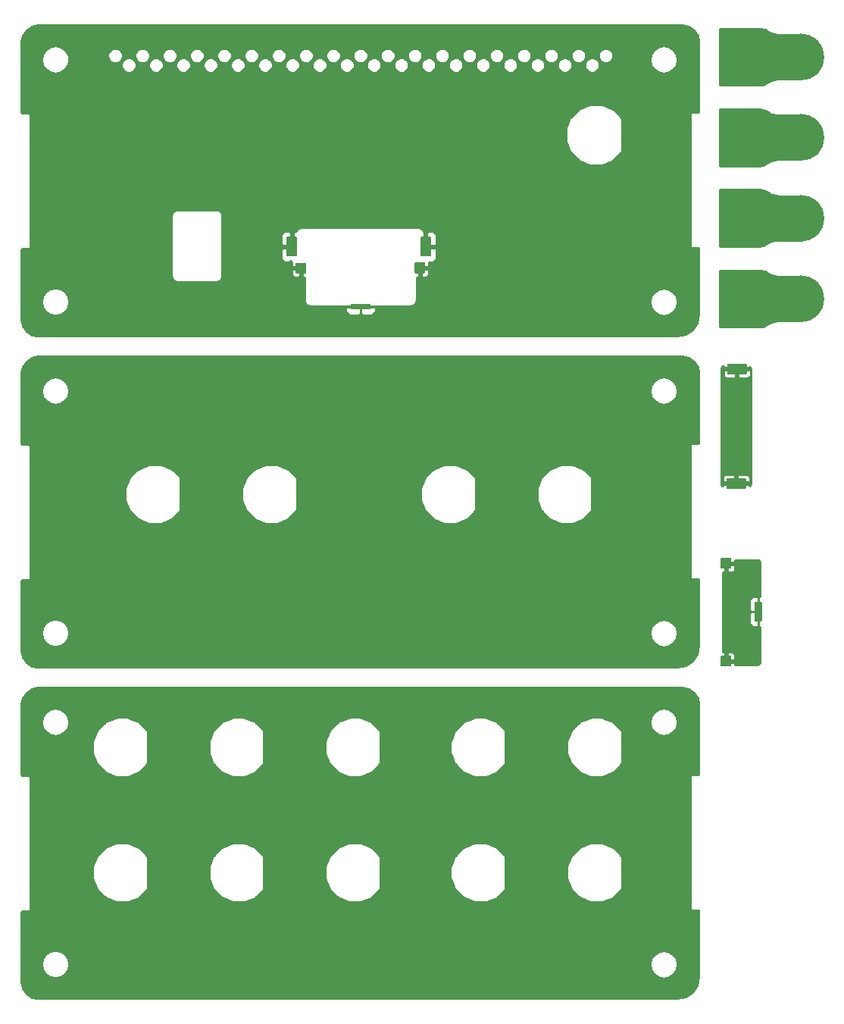
<source format=gtl>
%MOIN*%
%OFA0B0*%
%FSLAX46Y46*%
%IPPOS*%
%LPD*%
%ADD10C,0.005905511811023622*%
%ADD11C,0.031496062992125991*%
%ADD12C,0.01*%
%ADD23C,0.005905511811023622*%
%ADD24C,0.20472440944881892*%
%ADD25C,0.01*%
%ADD36C,0.005905511811023622*%
%ADD37C,0.20472440944881892*%
%ADD38C,0.01*%
%ADD49C,0.005905511811023622*%
%ADD50C,0.20472440944881892*%
%ADD51C,0.01*%
%ADD62C,0.005905511811023622*%
%ADD63C,0.20472440944881892*%
%ADD64C,0.01*%
%ADD75C,0.005905511811023622*%
%ADD76C,0.01*%
%ADD87C,0.005905511811023622*%
%ADD88C,0.01*%
%ADD99C,0.005905511811023622*%
%ADD100C,0.031496062992125991*%
%ADD101C,0.01*%
%ADD112C,0.005905511811023622*%
%ADD113C,0.031496062992125991*%
%ADD114C,0.01*%
%LPD*%
G01G01G01G01G01G01G01G01*
D10*
G36*
X0001254999Y0003241397D02*
X0001255458Y0003241329D01*
X0001255907Y0003241217D01*
X0001256344Y0003241060D01*
X0001256763Y0003240862D01*
X0001257161Y0003240623D01*
X0001257533Y0003240347D01*
X0001257877Y0003240036D01*
X0001258188Y0003239693D01*
X0001258464Y0003239320D01*
X0001258703Y0003238923D01*
X0001258901Y0003238504D01*
X0001259057Y0003238066D01*
X0001259170Y0003237617D01*
X0001259238Y0003237159D01*
X0001259260Y0003236696D01*
X0001259260Y0003198900D01*
X0001259238Y0003198437D01*
X0001259170Y0003197979D01*
X0001259057Y0003197529D01*
X0001258901Y0003197092D01*
X0001258703Y0003196673D01*
X0001258464Y0003196276D01*
X0001258188Y0003195903D01*
X0001257877Y0003195560D01*
X0001257533Y0003195248D01*
X0001257161Y0003194972D01*
X0001256763Y0003194734D01*
X0001256344Y0003194536D01*
X0001255907Y0003194378D01*
X0001255458Y0003194267D01*
X0001254999Y0003194199D01*
X0001254536Y0003194176D01*
X0001216741Y0003194176D01*
X0001216278Y0003194199D01*
X0001215819Y0003194267D01*
X0001215369Y0003194378D01*
X0001214933Y0003194536D01*
X0001214514Y0003194734D01*
X0001214116Y0003194972D01*
X0001213744Y0003195248D01*
X0001213400Y0003195560D01*
X0001213089Y0003195903D01*
X0001212813Y0003196276D01*
X0001212574Y0003196673D01*
X0001212376Y0003197092D01*
X0001212220Y0003197529D01*
X0001212107Y0003197979D01*
X0001212039Y0003198437D01*
X0001212016Y0003198900D01*
X0001212016Y0003236696D01*
X0001212039Y0003237159D01*
X0001212107Y0003237617D01*
X0001212220Y0003238066D01*
X0001212376Y0003238504D01*
X0001212574Y0003238923D01*
X0001212813Y0003239320D01*
X0001213089Y0003239693D01*
X0001213400Y0003240036D01*
X0001213744Y0003240347D01*
X0001214116Y0003240623D01*
X0001214514Y0003240862D01*
X0001214933Y0003241060D01*
X0001215369Y0003241217D01*
X0001215819Y0003241329D01*
X0001216278Y0003241397D01*
X0001216741Y0003241420D01*
X0001254536Y0003241420D01*
X0001254999Y0003241397D01*
X0001254999Y0003241397D01*
G37*
G36*
X0001779015Y0003241791D02*
X0001779473Y0003241723D01*
X0001779923Y0003241610D01*
X0001780360Y0003241454D01*
X0001780779Y0003241256D01*
X0001781176Y0003241018D01*
X0001781549Y0003240740D01*
X0001781892Y0003240430D01*
X0001782203Y0003240087D01*
X0001782480Y0003239714D01*
X0001782718Y0003239317D01*
X0001782917Y0003238897D01*
X0001783073Y0003238461D01*
X0001783185Y0003238010D01*
X0001783253Y0003237552D01*
X0001783276Y0003237088D01*
X0001783276Y0003199294D01*
X0001783253Y0003198831D01*
X0001783185Y0003198372D01*
X0001783073Y0003197923D01*
X0001782917Y0003197485D01*
X0001782718Y0003197067D01*
X0001782480Y0003196669D01*
X0001782203Y0003196297D01*
X0001781892Y0003195953D01*
X0001781549Y0003195642D01*
X0001781176Y0003195366D01*
X0001780779Y0003195128D01*
X0001780360Y0003194929D01*
X0001779923Y0003194773D01*
X0001779473Y0003194661D01*
X0001779015Y0003194591D01*
X0001778552Y0003194570D01*
X0001740756Y0003194570D01*
X0001740293Y0003194591D01*
X0001739835Y0003194661D01*
X0001739385Y0003194773D01*
X0001738949Y0003194929D01*
X0001738528Y0003195128D01*
X0001738132Y0003195366D01*
X0001737759Y0003195642D01*
X0001737416Y0003195953D01*
X0001737104Y0003196297D01*
X0001736828Y0003196669D01*
X0001736590Y0003197067D01*
X0001736392Y0003197485D01*
X0001736234Y0003197923D01*
X0001736123Y0003198372D01*
X0001736055Y0003198831D01*
X0001736032Y0003199294D01*
X0001736032Y0003237088D01*
X0001736055Y0003237552D01*
X0001736123Y0003238010D01*
X0001736234Y0003238461D01*
X0001736392Y0003238897D01*
X0001736590Y0003239317D01*
X0001736828Y0003239714D01*
X0001737104Y0003240087D01*
X0001737416Y0003240430D01*
X0001737759Y0003240740D01*
X0001738132Y0003241018D01*
X0001738528Y0003241256D01*
X0001738949Y0003241454D01*
X0001739385Y0003241610D01*
X0001739835Y0003241723D01*
X0001740293Y0003241791D01*
X0001740756Y0003241814D01*
X0001778552Y0003241814D01*
X0001779015Y0003241791D01*
X0001779015Y0003241791D01*
G37*
G36*
X0001539807Y0003059519D02*
X0001540036Y0003059484D01*
X0001540261Y0003059428D01*
X0001540477Y0003059351D01*
X0001540689Y0003059251D01*
X0001540888Y0003059132D01*
X0001541074Y0003058994D01*
X0001541246Y0003058838D01*
X0001541401Y0003058667D01*
X0001541538Y0003058481D01*
X0001541659Y0003058282D01*
X0001541758Y0003058071D01*
X0001541836Y0003057854D01*
X0001541892Y0003057629D01*
X0001541924Y0003057400D01*
X0001541938Y0003057168D01*
X0001541938Y0003038271D01*
X0001541924Y0003038039D01*
X0001541892Y0003037810D01*
X0001541836Y0003037585D01*
X0001541758Y0003037367D01*
X0001541659Y0003037157D01*
X0001541538Y0003036958D01*
X0001541401Y0003036771D01*
X0001541246Y0003036600D01*
X0001541074Y0003036445D01*
X0001540888Y0003036306D01*
X0001540689Y0003036186D01*
X0001540477Y0003036088D01*
X0001540261Y0003036010D01*
X0001540036Y0003035954D01*
X0001539807Y0003035920D01*
X0001539575Y0003035908D01*
X0001457686Y0003035908D01*
X0001457454Y0003035920D01*
X0001457225Y0003035954D01*
X0001457000Y0003036010D01*
X0001456782Y0003036088D01*
X0001456572Y0003036186D01*
X0001456373Y0003036306D01*
X0001456187Y0003036445D01*
X0001456015Y0003036600D01*
X0001455860Y0003036771D01*
X0001455722Y0003036958D01*
X0001455601Y0003037157D01*
X0001455503Y0003037367D01*
X0001455425Y0003037585D01*
X0001455368Y0003037810D01*
X0001455335Y0003038039D01*
X0001455323Y0003038271D01*
X0001455323Y0003057168D01*
X0001455335Y0003057400D01*
X0001455368Y0003057629D01*
X0001455425Y0003057854D01*
X0001455503Y0003058071D01*
X0001455601Y0003058282D01*
X0001455722Y0003058481D01*
X0001455860Y0003058667D01*
X0001456015Y0003058838D01*
X0001456187Y0003058994D01*
X0001456373Y0003059132D01*
X0001456572Y0003059251D01*
X0001456782Y0003059351D01*
X0001457000Y0003059428D01*
X0001457225Y0003059484D01*
X0001457454Y0003059519D01*
X0001457686Y0003059530D01*
X0001539575Y0003059530D01*
X0001539807Y0003059519D01*
X0001539807Y0003059519D01*
G37*
G36*
X0001215629Y0003355095D02*
X0001216088Y0003355027D01*
X0001216537Y0003354914D01*
X0001216974Y0003354758D01*
X0001217393Y0003354560D01*
X0001217791Y0003354320D01*
X0001218163Y0003354044D01*
X0001218507Y0003353734D01*
X0001218818Y0003353390D01*
X0001219094Y0003353018D01*
X0001219332Y0003352619D01*
X0001219531Y0003352201D01*
X0001219687Y0003351765D01*
X0001219800Y0003351315D01*
X0001219868Y0003350856D01*
X0001219890Y0003350393D01*
X0001219890Y0003273228D01*
X0001219868Y0003272765D01*
X0001219800Y0003272306D01*
X0001219687Y0003271855D01*
X0001219531Y0003271420D01*
X0001219332Y0003271001D01*
X0001219094Y0003270603D01*
X0001218818Y0003270231D01*
X0001218507Y0003269887D01*
X0001218163Y0003269576D01*
X0001217791Y0003269300D01*
X0001217393Y0003269061D01*
X0001216974Y0003268863D01*
X0001216537Y0003268707D01*
X0001216088Y0003268594D01*
X0001215629Y0003268526D01*
X0001215166Y0003268502D01*
X0001177371Y0003268502D01*
X0001176908Y0003268526D01*
X0001176449Y0003268594D01*
X0001175999Y0003268707D01*
X0001175563Y0003268863D01*
X0001175144Y0003269061D01*
X0001174746Y0003269300D01*
X0001174374Y0003269576D01*
X0001174030Y0003269887D01*
X0001173719Y0003270231D01*
X0001173442Y0003270603D01*
X0001173204Y0003271001D01*
X0001173006Y0003271420D01*
X0001172850Y0003271855D01*
X0001172737Y0003272306D01*
X0001172669Y0003272765D01*
X0001172646Y0003273228D01*
X0001172646Y0003350393D01*
X0001172669Y0003350856D01*
X0001172737Y0003351315D01*
X0001172850Y0003351765D01*
X0001173006Y0003352201D01*
X0001173204Y0003352619D01*
X0001173442Y0003353018D01*
X0001173719Y0003353390D01*
X0001174030Y0003353734D01*
X0001174374Y0003354044D01*
X0001174746Y0003354320D01*
X0001175144Y0003354560D01*
X0001175563Y0003354758D01*
X0001175999Y0003354914D01*
X0001176449Y0003355027D01*
X0001176908Y0003355095D01*
X0001177371Y0003355118D01*
X0001215166Y0003355118D01*
X0001215629Y0003355095D01*
X0001215629Y0003355095D01*
G37*
D11*
X0002402599Y0003728396D03*
X0002458079Y0003672916D03*
X0002533867Y0003652609D03*
X0002609654Y0003672916D03*
X0002665134Y0003728396D03*
X0002685442Y0003804184D03*
X0002665134Y0003879971D03*
X0002609654Y0003935451D03*
X0002533867Y0003955759D03*
X0002458079Y0003935451D03*
X0002402599Y0003879971D03*
X0002382292Y0003804184D03*
D10*
G36*
X0001804212Y0003355292D02*
X0001804670Y0003355224D01*
X0001805120Y0003355111D01*
X0001805557Y0003354955D01*
X0001805975Y0003354757D01*
X0001806373Y0003354518D01*
X0001806746Y0003354242D01*
X0001807089Y0003353931D01*
X0001807401Y0003353587D01*
X0001807677Y0003353215D01*
X0001807915Y0003352817D01*
X0001808113Y0003352398D01*
X0001808269Y0003351961D01*
X0001808382Y0003351512D01*
X0001808449Y0003351053D01*
X0001808473Y0003350590D01*
X0001808473Y0003273425D01*
X0001808449Y0003272962D01*
X0001808382Y0003272503D01*
X0001808269Y0003272053D01*
X0001808113Y0003271617D01*
X0001807915Y0003271198D01*
X0001807677Y0003270800D01*
X0001807401Y0003270428D01*
X0001807089Y0003270084D01*
X0001806746Y0003269773D01*
X0001806373Y0003269496D01*
X0001805975Y0003269258D01*
X0001805557Y0003269059D01*
X0001805120Y0003268904D01*
X0001804670Y0003268791D01*
X0001804212Y0003268723D01*
X0001803749Y0003268700D01*
X0001765953Y0003268700D01*
X0001765490Y0003268723D01*
X0001765032Y0003268791D01*
X0001764582Y0003268904D01*
X0001764145Y0003269059D01*
X0001763726Y0003269258D01*
X0001763327Y0003269496D01*
X0001762956Y0003269773D01*
X0001762613Y0003270084D01*
X0001762301Y0003270428D01*
X0001762025Y0003270800D01*
X0001761787Y0003271198D01*
X0001761589Y0003271617D01*
X0001761432Y0003272053D01*
X0001761320Y0003272503D01*
X0001761252Y0003272962D01*
X0001761229Y0003273425D01*
X0001761229Y0003350590D01*
X0001761252Y0003351053D01*
X0001761320Y0003351512D01*
X0001761432Y0003351961D01*
X0001761589Y0003352398D01*
X0001761787Y0003352817D01*
X0001762025Y0003353215D01*
X0001762301Y0003353587D01*
X0001762613Y0003353931D01*
X0001762956Y0003354242D01*
X0001763327Y0003354518D01*
X0001763726Y0003354757D01*
X0001764145Y0003354955D01*
X0001764582Y0003355111D01*
X0001765032Y0003355224D01*
X0001765490Y0003355292D01*
X0001765953Y0003355314D01*
X0001803749Y0003355314D01*
X0001804212Y0003355292D01*
X0001804212Y0003355292D01*
G37*
D12*
G36*
X0002941019Y0004280264D02*
X0002964781Y0004264387D01*
X0002980657Y0004240626D01*
X0002986338Y0004212067D01*
X0002986338Y0003909192D01*
X0002985752Y0003906245D01*
X0002984384Y0003904198D01*
X0002982336Y0003902830D01*
X0002979389Y0003902244D01*
X0002952755Y0003902244D01*
X0002950691Y0003901833D01*
X0002948941Y0003900664D01*
X0002947772Y0003898914D01*
X0002947362Y0003896850D01*
X0002947362Y0003312598D01*
X0002947772Y0003310534D01*
X0002948941Y0003308784D01*
X0002950691Y0003307614D01*
X0002952755Y0003307204D01*
X0002979389Y0003307204D01*
X0002982336Y0003306617D01*
X0002984384Y0003305250D01*
X0002985752Y0003303202D01*
X0002986338Y0003300256D01*
X0002986338Y0003012342D01*
X0002979189Y0002976399D01*
X0002959130Y0002946380D01*
X0002929111Y0002926322D01*
X0002893169Y0002919173D01*
X0000079271Y0002918779D01*
X0000050712Y0002924459D01*
X0000026951Y0002940336D01*
X0000011074Y0002964097D01*
X0000005393Y0002992657D01*
X0000005393Y0003069488D01*
X0000094803Y0003069488D01*
X0000099409Y0003046331D01*
X0000112526Y0003026699D01*
X0000132158Y0003013582D01*
X0000155314Y0003008976D01*
X0000178471Y0003013582D01*
X0000198103Y0003026699D01*
X0000207419Y0003040643D01*
X0001430638Y0003040643D01*
X0001430638Y0003030998D01*
X0001434396Y0003021925D01*
X0001441340Y0003014981D01*
X0001450413Y0003011223D01*
X0001491554Y0003011223D01*
X0001497725Y0003017394D01*
X0001497725Y0003046814D01*
X0001499536Y0003046814D01*
X0001499536Y0003017394D01*
X0001505707Y0003011223D01*
X0001546848Y0003011223D01*
X0001555921Y0003014981D01*
X0001562865Y0003021925D01*
X0001566623Y0003030998D01*
X0001566623Y0003040643D01*
X0001560451Y0003046814D01*
X0001499536Y0003046814D01*
X0001497725Y0003046814D01*
X0001436810Y0003046814D01*
X0001430638Y0003040643D01*
X0000207419Y0003040643D01*
X0000211220Y0003046331D01*
X0000215826Y0003069488D01*
X0000211220Y0003092645D01*
X0000198103Y0003112276D01*
X0000178471Y0003125393D01*
X0000155314Y0003130000D01*
X0000132158Y0003125393D01*
X0000112526Y0003112276D01*
X0000099409Y0003092645D01*
X0000094803Y0003069488D01*
X0000005393Y0003069488D01*
X0000005393Y0003296318D01*
X0000005979Y0003299265D01*
X0000007348Y0003301313D01*
X0000009395Y0003302681D01*
X0000012342Y0003303267D01*
X0000038976Y0003303267D01*
X0000041040Y0003303678D01*
X0000042789Y0003304846D01*
X0000043959Y0003306596D01*
X0000044370Y0003308661D01*
X0000044370Y0003447719D01*
X0000665678Y0003447719D01*
X0000665678Y0003183940D01*
X0000665812Y0003183267D01*
X0000665812Y0003182580D01*
X0000667310Y0003175047D01*
X0000667310Y0003175047D01*
X0000668351Y0003172535D01*
X0000672618Y0003166149D01*
X0000674540Y0003164225D01*
X0000680927Y0003159959D01*
X0000680927Y0003159959D01*
X0000682397Y0003159350D01*
X0000683439Y0003158919D01*
X0000683439Y0003158919D01*
X0000690972Y0003157420D01*
X0000691658Y0003157420D01*
X0000692330Y0003157286D01*
X0000863591Y0003157286D01*
X0000864264Y0003157420D01*
X0000864951Y0003157420D01*
X0000872484Y0003158919D01*
X0000872484Y0003158919D01*
X0000874995Y0003159959D01*
X0000881382Y0003164225D01*
X0000883305Y0003166149D01*
X0000887572Y0003172535D01*
X0000887572Y0003172535D01*
X0000888612Y0003175047D01*
X0000890111Y0003182580D01*
X0000890111Y0003183267D01*
X0000890245Y0003183940D01*
X0000890245Y0003208753D01*
X0001195205Y0003208753D01*
X0001195205Y0003190831D01*
X0001197765Y0003184652D01*
X0001202494Y0003179924D01*
X0001208672Y0003177364D01*
X0001226593Y0003177364D01*
X0001230796Y0003181568D01*
X0001230796Y0003212956D01*
X0001199408Y0003212956D01*
X0001195205Y0003208753D01*
X0000890245Y0003208753D01*
X0000890245Y0003300797D01*
X0001147961Y0003300797D01*
X0001147961Y0003263593D01*
X0001151719Y0003254520D01*
X0001158663Y0003247576D01*
X0001167736Y0003243818D01*
X0001185255Y0003243818D01*
X0001191426Y0003249990D01*
X0001191426Y0003243818D01*
X0001195205Y0003243818D01*
X0001195205Y0003226843D01*
X0001199408Y0003222641D01*
X0001230796Y0003222641D01*
X0001230796Y0003223427D01*
X0001240481Y0003223427D01*
X0001240481Y0003222641D01*
X0001241268Y0003222641D01*
X0001241268Y0003212956D01*
X0001240481Y0003212956D01*
X0001240481Y0003181568D01*
X0001244684Y0003177364D01*
X0001250323Y0003177364D01*
X0001250323Y0003077641D01*
X0001250457Y0003076967D01*
X0001250457Y0003076280D01*
X0001251956Y0003068748D01*
X0001251956Y0003068748D01*
X0001252996Y0003066236D01*
X0001257263Y0003059849D01*
X0001259186Y0003057927D01*
X0001265572Y0003053660D01*
X0001265572Y0003053660D01*
X0001267044Y0003053050D01*
X0001268084Y0003052619D01*
X0001268084Y0003052619D01*
X0001275617Y0003051120D01*
X0001276304Y0003051120D01*
X0001276977Y0003050987D01*
X0001434446Y0003050987D01*
X0001436810Y0003048625D01*
X0001497725Y0003048625D01*
X0001497725Y0003049412D01*
X0001499536Y0003049412D01*
X0001499536Y0003048625D01*
X0001560451Y0003048625D01*
X0001562814Y0003050987D01*
X0001717922Y0003050987D01*
X0001718595Y0003051120D01*
X0001719281Y0003051120D01*
X0001726814Y0003052619D01*
X0001726815Y0003052619D01*
X0001729327Y0003053660D01*
X0001735713Y0003057927D01*
X0001737635Y0003059849D01*
X0001741903Y0003066236D01*
X0001741903Y0003066236D01*
X0001742512Y0003067707D01*
X0001742842Y0003068503D01*
X0002770984Y0003068503D01*
X0002775590Y0003045347D01*
X0002788707Y0003025715D01*
X0002808339Y0003012598D01*
X0002831496Y0003007992D01*
X0002854652Y0003012598D01*
X0002874284Y0003025715D01*
X0002887401Y0003045347D01*
X0002892006Y0003068503D01*
X0002887401Y0003091660D01*
X0002874284Y0003111292D01*
X0002854652Y0003124409D01*
X0002831496Y0003129015D01*
X0002808339Y0003124409D01*
X0002788707Y0003111292D01*
X0002775590Y0003091660D01*
X0002770984Y0003068503D01*
X0001742842Y0003068503D01*
X0001742943Y0003068748D01*
X0001742943Y0003068748D01*
X0001744441Y0003076280D01*
X0001744441Y0003076967D01*
X0001744575Y0003077641D01*
X0001744575Y0003177759D01*
X0001750609Y0003177759D01*
X0001754812Y0003181961D01*
X0001754812Y0003213349D01*
X0001764497Y0003213349D01*
X0001764497Y0003181961D01*
X0001768699Y0003177759D01*
X0001786620Y0003177759D01*
X0001792799Y0003180317D01*
X0001797528Y0003185047D01*
X0001800087Y0003191226D01*
X0001800087Y0003209146D01*
X0001795883Y0003213349D01*
X0001764497Y0003213349D01*
X0001754812Y0003213349D01*
X0001754024Y0003213349D01*
X0001754024Y0003223034D01*
X0001754812Y0003223034D01*
X0001754812Y0003223822D01*
X0001764497Y0003223822D01*
X0001764497Y0003223034D01*
X0001795883Y0003223034D01*
X0001800087Y0003227237D01*
X0001800087Y0003244015D01*
X0001813383Y0003244015D01*
X0001822456Y0003247773D01*
X0001829400Y0003254717D01*
X0001833158Y0003263790D01*
X0001833158Y0003300994D01*
X0001826987Y0003307165D01*
X0001789693Y0003307165D01*
X0001789693Y0003306376D01*
X0001780008Y0003306376D01*
X0001780008Y0003307165D01*
X0001779220Y0003307165D01*
X0001779220Y0003316850D01*
X0001780008Y0003316850D01*
X0001780008Y0003373828D01*
X0001789693Y0003373828D01*
X0001789693Y0003316850D01*
X0001826987Y0003316850D01*
X0001833158Y0003323020D01*
X0001833158Y0003360225D01*
X0001829400Y0003369297D01*
X0001822456Y0003376241D01*
X0001813383Y0003379999D01*
X0001795865Y0003379999D01*
X0001789693Y0003373828D01*
X0001780008Y0003373828D01*
X0001776518Y0003377319D01*
X0001776408Y0003377872D01*
X0001775367Y0003380384D01*
X0001775367Y0003380384D01*
X0001771100Y0003386770D01*
X0001769175Y0003388693D01*
X0001762790Y0003392959D01*
X0001760279Y0003394000D01*
X0001760279Y0003394000D01*
X0001752746Y0003395499D01*
X0001752060Y0003395499D01*
X0001751386Y0003395633D01*
X0001237607Y0003395633D01*
X0001236934Y0003395499D01*
X0001236247Y0003395499D01*
X0001228714Y0003394000D01*
X0001228714Y0003394000D01*
X0001227727Y0003393592D01*
X0001226202Y0003392959D01*
X0001226202Y0003392959D01*
X0001219816Y0003388693D01*
X0001217893Y0003386770D01*
X0001213626Y0003380384D01*
X0001213626Y0003380384D01*
X0001213385Y0003379803D01*
X0001207282Y0003379803D01*
X0001201111Y0003373631D01*
X0001201111Y0003316652D01*
X0001201898Y0003316652D01*
X0001201898Y0003306968D01*
X0001201111Y0003306968D01*
X0001201111Y0003306181D01*
X0001191426Y0003306181D01*
X0001191426Y0003306968D01*
X0001154132Y0003306968D01*
X0001147961Y0003300797D01*
X0000890245Y0003300797D01*
X0000890245Y0003360028D01*
X0001147961Y0003360028D01*
X0001147961Y0003322824D01*
X0001154132Y0003316652D01*
X0001191426Y0003316652D01*
X0001191426Y0003373631D01*
X0001185255Y0003379803D01*
X0001167736Y0003379803D01*
X0001158663Y0003376045D01*
X0001151719Y0003369101D01*
X0001147961Y0003360028D01*
X0000890245Y0003360028D01*
X0000890245Y0003447719D01*
X0000890111Y0003448392D01*
X0000890111Y0003449079D01*
X0000888612Y0003456612D01*
X0000887572Y0003459124D01*
X0000887572Y0003459124D01*
X0000883305Y0003465510D01*
X0000881382Y0003467432D01*
X0000874995Y0003471699D01*
X0000872484Y0003472741D01*
X0000872484Y0003472741D01*
X0000864951Y0003474239D01*
X0000864264Y0003474239D01*
X0000863591Y0003474373D01*
X0000692330Y0003474373D01*
X0000691658Y0003474239D01*
X0000690972Y0003474239D01*
X0000683439Y0003472741D01*
X0000683439Y0003472741D01*
X0000682452Y0003472332D01*
X0000680927Y0003471699D01*
X0000680927Y0003471699D01*
X0000674540Y0003467432D01*
X0000672618Y0003465510D01*
X0000668351Y0003459124D01*
X0000668351Y0003459124D01*
X0000667310Y0003456612D01*
X0000665812Y0003449079D01*
X0000665812Y0003448392D01*
X0000665678Y0003447719D01*
X0000044370Y0003447719D01*
X0000044370Y0003779419D01*
X0002400361Y0003779419D01*
X0002400961Y0003776375D01*
X0002400962Y0003776375D01*
X0002420000Y0003730214D01*
X0002420000Y0003730214D01*
X0002420230Y0003729869D01*
X0002421720Y0003727631D01*
X0002421720Y0003727631D01*
X0002456975Y0003692270D01*
X0002456975Y0003692270D01*
X0002458009Y0003691576D01*
X0002459552Y0003690542D01*
X0002459553Y0003690542D01*
X0002505655Y0003671364D01*
X0002505656Y0003671363D01*
X0002508698Y0003670753D01*
X0002558631Y0003670678D01*
X0002561675Y0003671279D01*
X0002561676Y0003671279D01*
X0002607836Y0003690317D01*
X0002607837Y0003690317D01*
X0002609387Y0003691350D01*
X0002610419Y0003692037D01*
X0002610419Y0003692038D01*
X0002645781Y0003727292D01*
X0002645783Y0003727297D01*
X0002645788Y0003727301D01*
X0002646652Y0003728592D01*
X0002647509Y0003729869D01*
X0002647510Y0003729876D01*
X0002647513Y0003729881D01*
X0002647811Y0003731376D01*
X0002648118Y0003732912D01*
X0002648117Y0003732918D01*
X0002648118Y0003732924D01*
X0002648118Y0003875443D01*
X0002648118Y0003875444D01*
X0002647513Y0003878487D01*
X0002645788Y0003881067D01*
X0002610750Y0003916107D01*
X0002609456Y0003916971D01*
X0002608181Y0003917825D01*
X0002608170Y0003917830D01*
X0002608170Y0003917830D01*
X0002608170Y0003917830D01*
X0002562078Y0003937003D01*
X0002562078Y0003937003D01*
X0002562078Y0003937003D01*
X0002559645Y0003937492D01*
X0002559035Y0003937614D01*
X0002559035Y0003937614D01*
X0002509102Y0003937690D01*
X0002506058Y0003937089D01*
X0002459897Y0003918050D01*
X0002459897Y0003918050D01*
X0002457314Y0003916330D01*
X0002421953Y0003881076D01*
X0002420225Y0003878498D01*
X0002420225Y0003878498D01*
X0002401046Y0003832395D01*
X0002401046Y0003832395D01*
X0002400436Y0003829352D01*
X0002400361Y0003779419D01*
X0000044370Y0003779419D01*
X0000044370Y0003892913D01*
X0000043959Y0003894977D01*
X0000042789Y0003896727D01*
X0000041040Y0003897896D01*
X0000038976Y0003898307D01*
X0000012342Y0003898307D01*
X0000009395Y0003898893D01*
X0000007348Y0003900261D01*
X0000005979Y0003902308D01*
X0000005393Y0003905255D01*
X0000005393Y0004134448D01*
X0000094803Y0004134448D01*
X0000099409Y0004111290D01*
X0000112526Y0004091660D01*
X0000132158Y0004078543D01*
X0000155314Y0004073937D01*
X0000178471Y0004078543D01*
X0000198103Y0004091660D01*
X0000206206Y0004103788D01*
X0000445998Y0004103788D01*
X0000450944Y0004091817D01*
X0000460095Y0004082650D01*
X0000472058Y0004077682D01*
X0000485010Y0004077670D01*
X0000496982Y0004082617D01*
X0000506148Y0004091768D01*
X0000511116Y0004103731D01*
X0000511116Y0004103788D01*
X0000565899Y0004103788D01*
X0000570846Y0004091817D01*
X0000579997Y0004082650D01*
X0000591959Y0004077682D01*
X0000604912Y0004077670D01*
X0000616883Y0004082617D01*
X0000626050Y0004091768D01*
X0000631017Y0004103731D01*
X0000631017Y0004103788D01*
X0000685800Y0004103788D01*
X0000690746Y0004091817D01*
X0000699898Y0004082650D01*
X0000711860Y0004077682D01*
X0000724814Y0004077670D01*
X0000736785Y0004082617D01*
X0000745952Y0004091768D01*
X0000750919Y0004103731D01*
X0000750919Y0004103788D01*
X0000805703Y0004103788D01*
X0000810649Y0004091817D01*
X0000819800Y0004082650D01*
X0000831762Y0004077682D01*
X0000844715Y0004077670D01*
X0000856685Y0004082617D01*
X0000865853Y0004091768D01*
X0000870821Y0004103731D01*
X0000870821Y0004103788D01*
X0000925603Y0004103788D01*
X0000930549Y0004091817D01*
X0000939701Y0004082650D01*
X0000951663Y0004077682D01*
X0000964617Y0004077670D01*
X0000976588Y0004082617D01*
X0000985755Y0004091768D01*
X0000990722Y0004103731D01*
X0000990722Y0004103788D01*
X0001045506Y0004103788D01*
X0001050452Y0004091817D01*
X0001059603Y0004082650D01*
X0001071566Y0004077682D01*
X0001084518Y0004077670D01*
X0001096490Y0004082617D01*
X0001105657Y0004091768D01*
X0001110624Y0004103731D01*
X0001110624Y0004103788D01*
X0001165407Y0004103788D01*
X0001170354Y0004091817D01*
X0001179505Y0004082650D01*
X0001191467Y0004077682D01*
X0001204420Y0004077670D01*
X0001216391Y0004082617D01*
X0001225558Y0004091768D01*
X0001230525Y0004103731D01*
X0001230525Y0004103788D01*
X0001285309Y0004103788D01*
X0001290255Y0004091817D01*
X0001299406Y0004082650D01*
X0001311369Y0004077682D01*
X0001324322Y0004077670D01*
X0001336293Y0004082617D01*
X0001345460Y0004091768D01*
X0001350427Y0004103731D01*
X0001350427Y0004103788D01*
X0001405210Y0004103788D01*
X0001410156Y0004091817D01*
X0001419308Y0004082650D01*
X0001431270Y0004077682D01*
X0001444223Y0004077670D01*
X0001456194Y0004082617D01*
X0001465361Y0004091768D01*
X0001470328Y0004103731D01*
X0001470329Y0004103788D01*
X0001525112Y0004103788D01*
X0001530058Y0004091817D01*
X0001539209Y0004082650D01*
X0001551172Y0004077682D01*
X0001564125Y0004077670D01*
X0001576096Y0004082617D01*
X0001585263Y0004091768D01*
X0001590230Y0004103731D01*
X0001590230Y0004103788D01*
X0001645014Y0004103788D01*
X0001649959Y0004091817D01*
X0001659111Y0004082650D01*
X0001671073Y0004077682D01*
X0001684026Y0004077670D01*
X0001695997Y0004082617D01*
X0001705164Y0004091768D01*
X0001710132Y0004103731D01*
X0001710132Y0004103788D01*
X0001764915Y0004103788D01*
X0001769862Y0004091817D01*
X0001779012Y0004082650D01*
X0001790975Y0004077682D01*
X0001803928Y0004077670D01*
X0001815899Y0004082617D01*
X0001825066Y0004091768D01*
X0001830033Y0004103731D01*
X0001830033Y0004103788D01*
X0001884817Y0004103788D01*
X0001889762Y0004091817D01*
X0001898914Y0004082650D01*
X0001910877Y0004077682D01*
X0001923829Y0004077670D01*
X0001935801Y0004082617D01*
X0001944968Y0004091768D01*
X0001949935Y0004103731D01*
X0001949935Y0004103788D01*
X0002004718Y0004103788D01*
X0002009665Y0004091817D01*
X0002018816Y0004082650D01*
X0002030778Y0004077682D01*
X0002043731Y0004077670D01*
X0002055702Y0004082617D01*
X0002064868Y0004091768D01*
X0002069836Y0004103731D01*
X0002069836Y0004103788D01*
X0002124620Y0004103788D01*
X0002129566Y0004091817D01*
X0002138717Y0004082650D01*
X0002150680Y0004077682D01*
X0002163633Y0004077670D01*
X0002175604Y0004082617D01*
X0002184771Y0004091768D01*
X0002189738Y0004103731D01*
X0002189738Y0004103788D01*
X0002244521Y0004103788D01*
X0002249468Y0004091817D01*
X0002258619Y0004082650D01*
X0002270581Y0004077682D01*
X0002283534Y0004077670D01*
X0002295505Y0004082617D01*
X0002304672Y0004091768D01*
X0002309640Y0004103731D01*
X0002309640Y0004103788D01*
X0002364423Y0004103788D01*
X0002369369Y0004091817D01*
X0002378520Y0004082650D01*
X0002390483Y0004077682D01*
X0002403436Y0004077670D01*
X0002415407Y0004082617D01*
X0002424574Y0004091768D01*
X0002429541Y0004103731D01*
X0002429541Y0004103788D01*
X0002484325Y0004103788D01*
X0002489271Y0004091817D01*
X0002498422Y0004082650D01*
X0002510384Y0004077682D01*
X0002523337Y0004077670D01*
X0002535308Y0004082617D01*
X0002544475Y0004091768D01*
X0002549442Y0004103731D01*
X0002549454Y0004116684D01*
X0002544508Y0004128655D01*
X0002535357Y0004137822D01*
X0002523394Y0004142788D01*
X0002510441Y0004142800D01*
X0002498470Y0004137854D01*
X0002489303Y0004128703D01*
X0002484336Y0004116741D01*
X0002484325Y0004103788D01*
X0002429541Y0004103788D01*
X0002429552Y0004116684D01*
X0002424606Y0004128655D01*
X0002415455Y0004137822D01*
X0002403492Y0004142788D01*
X0002390540Y0004142800D01*
X0002378569Y0004137854D01*
X0002369402Y0004128703D01*
X0002364434Y0004116741D01*
X0002364423Y0004103788D01*
X0002309640Y0004103788D01*
X0002309651Y0004116684D01*
X0002304704Y0004128655D01*
X0002295553Y0004137822D01*
X0002283591Y0004142788D01*
X0002270638Y0004142800D01*
X0002258667Y0004137854D01*
X0002249500Y0004128703D01*
X0002244533Y0004116741D01*
X0002244521Y0004103788D01*
X0002189738Y0004103788D01*
X0002189749Y0004116684D01*
X0002184803Y0004128655D01*
X0002175652Y0004137822D01*
X0002163689Y0004142788D01*
X0002150737Y0004142800D01*
X0002138765Y0004137854D01*
X0002129598Y0004128703D01*
X0002124631Y0004116741D01*
X0002124620Y0004103788D01*
X0002069836Y0004103788D01*
X0002069848Y0004116684D01*
X0002064900Y0004128655D01*
X0002055750Y0004137822D01*
X0002043788Y0004142788D01*
X0002030835Y0004142800D01*
X0002018864Y0004137854D01*
X0002009697Y0004128703D01*
X0002004730Y0004116741D01*
X0002004718Y0004103788D01*
X0001949935Y0004103788D01*
X0001949946Y0004116684D01*
X0001945000Y0004128655D01*
X0001935849Y0004137822D01*
X0001923886Y0004142788D01*
X0001910931Y0004142800D01*
X0001898962Y0004137854D01*
X0001889795Y0004128703D01*
X0001884828Y0004116741D01*
X0001884817Y0004103788D01*
X0001830033Y0004103788D01*
X0001830045Y0004116684D01*
X0001825098Y0004128655D01*
X0001815947Y0004137822D01*
X0001803985Y0004142788D01*
X0001791032Y0004142800D01*
X0001779061Y0004137854D01*
X0001769894Y0004128703D01*
X0001764926Y0004116741D01*
X0001764915Y0004103788D01*
X0001710132Y0004103788D01*
X0001710143Y0004116684D01*
X0001705197Y0004128655D01*
X0001696046Y0004137822D01*
X0001684083Y0004142788D01*
X0001671128Y0004142800D01*
X0001659159Y0004137854D01*
X0001649992Y0004128703D01*
X0001645025Y0004116741D01*
X0001645014Y0004103788D01*
X0001590230Y0004103788D01*
X0001590241Y0004116684D01*
X0001585295Y0004128655D01*
X0001576144Y0004137822D01*
X0001564181Y0004142788D01*
X0001551229Y0004142800D01*
X0001539258Y0004137854D01*
X0001530091Y0004128703D01*
X0001525123Y0004116741D01*
X0001525112Y0004103788D01*
X0001470329Y0004103788D01*
X0001470340Y0004116684D01*
X0001465393Y0004128655D01*
X0001456242Y0004137822D01*
X0001444280Y0004142788D01*
X0001431325Y0004142800D01*
X0001419356Y0004137854D01*
X0001410189Y0004128703D01*
X0001405222Y0004116741D01*
X0001405210Y0004103788D01*
X0001350427Y0004103788D01*
X0001350438Y0004116684D01*
X0001345492Y0004128655D01*
X0001336341Y0004137822D01*
X0001324378Y0004142788D01*
X0001311426Y0004142800D01*
X0001299454Y0004137854D01*
X0001290287Y0004128703D01*
X0001285320Y0004116741D01*
X0001285309Y0004103788D01*
X0001230525Y0004103788D01*
X0001230537Y0004116684D01*
X0001225590Y0004128655D01*
X0001216439Y0004137822D01*
X0001204477Y0004142788D01*
X0001191524Y0004142800D01*
X0001179553Y0004137854D01*
X0001170386Y0004128703D01*
X0001165419Y0004116741D01*
X0001165407Y0004103788D01*
X0001110624Y0004103788D01*
X0001110635Y0004116684D01*
X0001105689Y0004128655D01*
X0001096538Y0004137822D01*
X0001084575Y0004142788D01*
X0001071622Y0004142800D01*
X0001059651Y0004137854D01*
X0001050484Y0004128703D01*
X0001045517Y0004116741D01*
X0001045506Y0004103788D01*
X0000990722Y0004103788D01*
X0000990733Y0004116684D01*
X0000985787Y0004128655D01*
X0000976636Y0004137822D01*
X0000964674Y0004142788D01*
X0000951721Y0004142800D01*
X0000939749Y0004137854D01*
X0000930583Y0004128703D01*
X0000925615Y0004116741D01*
X0000925603Y0004103788D01*
X0000870821Y0004103788D01*
X0000870832Y0004116684D01*
X0000865886Y0004128655D01*
X0000856735Y0004137822D01*
X0000844771Y0004142788D01*
X0000831819Y0004142800D01*
X0000819847Y0004137854D01*
X0000810681Y0004128703D01*
X0000805714Y0004116741D01*
X0000805703Y0004103788D01*
X0000750919Y0004103788D01*
X0000750930Y0004116684D01*
X0000745984Y0004128655D01*
X0000736833Y0004137822D01*
X0000724869Y0004142788D01*
X0000711918Y0004142800D01*
X0000699946Y0004137854D01*
X0000690780Y0004128703D01*
X0000685812Y0004116741D01*
X0000685800Y0004103788D01*
X0000631017Y0004103788D01*
X0000631028Y0004116684D01*
X0000626082Y0004128655D01*
X0000616931Y0004137822D01*
X0000604969Y0004142788D01*
X0000592016Y0004142800D01*
X0000580045Y0004137854D01*
X0000570878Y0004128703D01*
X0000565911Y0004116741D01*
X0000565899Y0004103788D01*
X0000511116Y0004103788D01*
X0000511127Y0004116684D01*
X0000506181Y0004128655D01*
X0000497030Y0004137822D01*
X0000485067Y0004142788D01*
X0000472115Y0004142800D01*
X0000460143Y0004137854D01*
X0000450976Y0004128703D01*
X0000446008Y0004116741D01*
X0000445998Y0004103788D01*
X0000206206Y0004103788D01*
X0000211220Y0004111290D01*
X0000215826Y0004134448D01*
X0000213624Y0004145520D01*
X0000386155Y0004145520D01*
X0000391102Y0004133549D01*
X0000400253Y0004124382D01*
X0000412215Y0004119415D01*
X0000425168Y0004119403D01*
X0000437139Y0004124348D01*
X0000446306Y0004133501D01*
X0000451273Y0004145463D01*
X0000451273Y0004145520D01*
X0000506057Y0004145520D01*
X0000511003Y0004133549D01*
X0000520154Y0004124382D01*
X0000532117Y0004119415D01*
X0000545070Y0004119403D01*
X0000557041Y0004124348D01*
X0000566208Y0004133501D01*
X0000571175Y0004145463D01*
X0000571175Y0004145520D01*
X0000625958Y0004145520D01*
X0000630905Y0004133549D01*
X0000640056Y0004124382D01*
X0000652018Y0004119415D01*
X0000664971Y0004119403D01*
X0000676942Y0004124348D01*
X0000686109Y0004133501D01*
X0000691077Y0004145463D01*
X0000691077Y0004145520D01*
X0000745860Y0004145520D01*
X0000750806Y0004133549D01*
X0000759957Y0004124382D01*
X0000771920Y0004119415D01*
X0000784873Y0004119403D01*
X0000796844Y0004124348D01*
X0000806011Y0004133501D01*
X0000810978Y0004145463D01*
X0000810978Y0004145520D01*
X0000865762Y0004145520D01*
X0000870708Y0004133549D01*
X0000879859Y0004124382D01*
X0000891821Y0004119415D01*
X0000904774Y0004119403D01*
X0000916745Y0004124348D01*
X0000925912Y0004133501D01*
X0000930880Y0004145463D01*
X0000930880Y0004145520D01*
X0000985663Y0004145520D01*
X0000990610Y0004133549D01*
X0000999761Y0004124382D01*
X0001011722Y0004119415D01*
X0001024675Y0004119403D01*
X0001036647Y0004124348D01*
X0001045814Y0004133501D01*
X0001050781Y0004145463D01*
X0001050781Y0004145520D01*
X0001105565Y0004145520D01*
X0001110511Y0004133549D01*
X0001119662Y0004124382D01*
X0001131625Y0004119415D01*
X0001144577Y0004119403D01*
X0001156549Y0004124348D01*
X0001165716Y0004133501D01*
X0001170683Y0004145463D01*
X0001170683Y0004145520D01*
X0001225466Y0004145520D01*
X0001230413Y0004133549D01*
X0001239564Y0004124382D01*
X0001251526Y0004119415D01*
X0001264479Y0004119403D01*
X0001276450Y0004124348D01*
X0001285615Y0004133501D01*
X0001290582Y0004145463D01*
X0001290582Y0004145520D01*
X0001345368Y0004145520D01*
X0001350314Y0004133549D01*
X0001359465Y0004124382D01*
X0001371428Y0004119415D01*
X0001384381Y0004119403D01*
X0001396352Y0004124348D01*
X0001405519Y0004133501D01*
X0001410486Y0004145463D01*
X0001410486Y0004145520D01*
X0001465269Y0004145520D01*
X0001470216Y0004133549D01*
X0001479367Y0004124382D01*
X0001491329Y0004119415D01*
X0001504282Y0004119403D01*
X0001516253Y0004124348D01*
X0001525418Y0004133501D01*
X0001530388Y0004145463D01*
X0001530388Y0004145520D01*
X0001585171Y0004145520D01*
X0001590117Y0004133549D01*
X0001599268Y0004124382D01*
X0001611231Y0004119415D01*
X0001624184Y0004119403D01*
X0001636155Y0004124348D01*
X0001645322Y0004133501D01*
X0001650289Y0004145463D01*
X0001650289Y0004145520D01*
X0001705073Y0004145520D01*
X0001710019Y0004133549D01*
X0001719170Y0004124382D01*
X0001731132Y0004119415D01*
X0001744085Y0004119403D01*
X0001756056Y0004124348D01*
X0001765221Y0004133501D01*
X0001770191Y0004145463D01*
X0001770191Y0004145520D01*
X0001824974Y0004145520D01*
X0001829921Y0004133549D01*
X0001839072Y0004124382D01*
X0001851034Y0004119415D01*
X0001863987Y0004119403D01*
X0001875958Y0004124348D01*
X0001885125Y0004133501D01*
X0001890092Y0004145463D01*
X0001890092Y0004145520D01*
X0001944876Y0004145520D01*
X0001949822Y0004133549D01*
X0001958973Y0004124382D01*
X0001970936Y0004119415D01*
X0001983888Y0004119403D01*
X0001995860Y0004124348D01*
X0002005027Y0004133501D01*
X0002009993Y0004145463D01*
X0002009993Y0004145520D01*
X0002064776Y0004145520D01*
X0002069724Y0004133549D01*
X0002078875Y0004124382D01*
X0002090837Y0004119415D01*
X0002103790Y0004119403D01*
X0002115761Y0004124348D01*
X0002124928Y0004133501D01*
X0002129895Y0004145463D01*
X0002129895Y0004145520D01*
X0002184679Y0004145520D01*
X0002189625Y0004133549D01*
X0002198776Y0004124382D01*
X0002210739Y0004119415D01*
X0002223692Y0004119403D01*
X0002235663Y0004124348D01*
X0002244830Y0004133501D01*
X0002249797Y0004145463D01*
X0002249797Y0004145520D01*
X0002304580Y0004145520D01*
X0002309527Y0004133549D01*
X0002318678Y0004124382D01*
X0002330640Y0004119415D01*
X0002343593Y0004119403D01*
X0002355564Y0004124348D01*
X0002364731Y0004133501D01*
X0002369699Y0004145463D01*
X0002369699Y0004145520D01*
X0002424482Y0004145520D01*
X0002429428Y0004133549D01*
X0002438579Y0004124382D01*
X0002450542Y0004119415D01*
X0002463495Y0004119403D01*
X0002475466Y0004124348D01*
X0002484633Y0004133501D01*
X0002489600Y0004145463D01*
X0002489600Y0004145520D01*
X0002544384Y0004145520D01*
X0002549330Y0004133549D01*
X0002558481Y0004124382D01*
X0002570443Y0004119415D01*
X0002583396Y0004119403D01*
X0002595367Y0004124348D01*
X0002604534Y0004133501D01*
X0002604928Y0004134448D01*
X0002771968Y0004134448D01*
X0002776574Y0004111290D01*
X0002789692Y0004091660D01*
X0002809323Y0004078543D01*
X0002832480Y0004073937D01*
X0002855637Y0004078543D01*
X0002875268Y0004091660D01*
X0002888385Y0004111290D01*
X0002892991Y0004134448D01*
X0002888385Y0004157605D01*
X0002875268Y0004177237D01*
X0002855637Y0004190354D01*
X0002832480Y0004194960D01*
X0002809323Y0004190354D01*
X0002789692Y0004177237D01*
X0002776574Y0004157605D01*
X0002771968Y0004134448D01*
X0002604928Y0004134448D01*
X0002609502Y0004145463D01*
X0002609512Y0004158416D01*
X0002604567Y0004170387D01*
X0002595416Y0004179554D01*
X0002583453Y0004184521D01*
X0002570500Y0004184533D01*
X0002558529Y0004179585D01*
X0002549362Y0004170435D01*
X0002544395Y0004158473D01*
X0002544384Y0004145520D01*
X0002489600Y0004145520D01*
X0002489611Y0004158416D01*
X0002484665Y0004170387D01*
X0002475514Y0004179554D01*
X0002463552Y0004184521D01*
X0002450599Y0004184533D01*
X0002438628Y0004179585D01*
X0002429461Y0004170435D01*
X0002424493Y0004158473D01*
X0002424482Y0004145520D01*
X0002369699Y0004145520D01*
X0002369710Y0004158416D01*
X0002364763Y0004170387D01*
X0002355612Y0004179554D01*
X0002343650Y0004184521D01*
X0002330697Y0004184533D01*
X0002318726Y0004179585D01*
X0002309559Y0004170435D01*
X0002304592Y0004158473D01*
X0002304580Y0004145520D01*
X0002249797Y0004145520D01*
X0002249808Y0004158416D01*
X0002244862Y0004170387D01*
X0002235711Y0004179554D01*
X0002223748Y0004184521D01*
X0002210796Y0004184533D01*
X0002198824Y0004179585D01*
X0002189657Y0004170435D01*
X0002184690Y0004158473D01*
X0002184679Y0004145520D01*
X0002129895Y0004145520D01*
X0002129907Y0004158416D01*
X0002124960Y0004170387D01*
X0002115809Y0004179554D01*
X0002103847Y0004184521D01*
X0002090894Y0004184533D01*
X0002078923Y0004179585D01*
X0002069756Y0004170435D01*
X0002064789Y0004158473D01*
X0002064776Y0004145520D01*
X0002009993Y0004145520D01*
X0002010005Y0004158416D01*
X0002005059Y0004170387D01*
X0001995908Y0004179554D01*
X0001983945Y0004184521D01*
X0001970992Y0004184533D01*
X0001959021Y0004179585D01*
X0001949853Y0004170435D01*
X0001944886Y0004158473D01*
X0001944876Y0004145520D01*
X0001890092Y0004145520D01*
X0001890104Y0004158416D01*
X0001885157Y0004170387D01*
X0001876006Y0004179554D01*
X0001864044Y0004184521D01*
X0001851091Y0004184533D01*
X0001839120Y0004179585D01*
X0001829953Y0004170435D01*
X0001824985Y0004158473D01*
X0001824974Y0004145520D01*
X0001770191Y0004145520D01*
X0001770202Y0004158416D01*
X0001765256Y0004170387D01*
X0001756105Y0004179554D01*
X0001744142Y0004184521D01*
X0001731189Y0004184533D01*
X0001719218Y0004179585D01*
X0001710050Y0004170435D01*
X0001705083Y0004158473D01*
X0001705073Y0004145520D01*
X0001650289Y0004145520D01*
X0001650300Y0004158416D01*
X0001645354Y0004170387D01*
X0001636203Y0004179554D01*
X0001624241Y0004184521D01*
X0001611288Y0004184533D01*
X0001599317Y0004179585D01*
X0001590150Y0004170435D01*
X0001585182Y0004158473D01*
X0001585171Y0004145520D01*
X0001530388Y0004145520D01*
X0001530399Y0004158416D01*
X0001525452Y0004170387D01*
X0001516301Y0004179554D01*
X0001504339Y0004184521D01*
X0001491386Y0004184533D01*
X0001479415Y0004179585D01*
X0001470247Y0004170435D01*
X0001465280Y0004158473D01*
X0001465269Y0004145520D01*
X0001410486Y0004145520D01*
X0001410497Y0004158416D01*
X0001405551Y0004170387D01*
X0001396400Y0004179554D01*
X0001384437Y0004184521D01*
X0001371485Y0004184533D01*
X0001359513Y0004179585D01*
X0001350346Y0004170435D01*
X0001345379Y0004158473D01*
X0001345368Y0004145520D01*
X0001290582Y0004145520D01*
X0001290596Y0004158416D01*
X0001285649Y0004170387D01*
X0001276498Y0004179554D01*
X0001264536Y0004184521D01*
X0001251583Y0004184533D01*
X0001239612Y0004179585D01*
X0001230445Y0004170435D01*
X0001225478Y0004158473D01*
X0001225466Y0004145520D01*
X0001170683Y0004145520D01*
X0001170694Y0004158416D01*
X0001165748Y0004170387D01*
X0001156597Y0004179554D01*
X0001144634Y0004184521D01*
X0001131681Y0004184533D01*
X0001119710Y0004179585D01*
X0001110543Y0004170435D01*
X0001105576Y0004158473D01*
X0001105565Y0004145520D01*
X0001050781Y0004145520D01*
X0001050793Y0004158416D01*
X0001045846Y0004170387D01*
X0001036694Y0004179554D01*
X0001024732Y0004184521D01*
X0001011779Y0004184533D01*
X0000999809Y0004179585D01*
X0000990642Y0004170435D01*
X0000985674Y0004158473D01*
X0000985663Y0004145520D01*
X0000930880Y0004145520D01*
X0000930891Y0004158416D01*
X0000925945Y0004170387D01*
X0000916794Y0004179554D01*
X0000904831Y0004184521D01*
X0000891878Y0004184533D01*
X0000879907Y0004179585D01*
X0000870740Y0004170435D01*
X0000865773Y0004158473D01*
X0000865762Y0004145520D01*
X0000810978Y0004145520D01*
X0000810989Y0004158416D01*
X0000806043Y0004170387D01*
X0000796892Y0004179554D01*
X0000784930Y0004184521D01*
X0000771977Y0004184533D01*
X0000760006Y0004179585D01*
X0000750839Y0004170435D01*
X0000745871Y0004158473D01*
X0000745860Y0004145520D01*
X0000691077Y0004145520D01*
X0000691088Y0004158416D01*
X0000686141Y0004170387D01*
X0000676990Y0004179554D01*
X0000665028Y0004184521D01*
X0000652075Y0004184533D01*
X0000640104Y0004179585D01*
X0000630937Y0004170435D01*
X0000625970Y0004158473D01*
X0000625958Y0004145520D01*
X0000571175Y0004145520D01*
X0000571186Y0004158416D01*
X0000566240Y0004170387D01*
X0000557089Y0004179554D01*
X0000545126Y0004184521D01*
X0000532174Y0004184533D01*
X0000520202Y0004179585D01*
X0000511035Y0004170435D01*
X0000506067Y0004158473D01*
X0000506057Y0004145520D01*
X0000451273Y0004145520D01*
X0000451285Y0004158416D01*
X0000446338Y0004170387D01*
X0000437187Y0004179554D01*
X0000425225Y0004184521D01*
X0000412272Y0004184533D01*
X0000400301Y0004179585D01*
X0000391134Y0004170435D01*
X0000386167Y0004158473D01*
X0000386155Y0004145520D01*
X0000213624Y0004145520D01*
X0000211220Y0004157605D01*
X0000198103Y0004177237D01*
X0000178471Y0004190354D01*
X0000155314Y0004194960D01*
X0000132158Y0004190354D01*
X0000112526Y0004177237D01*
X0000099409Y0004157605D01*
X0000094803Y0004134448D01*
X0000005393Y0004134448D01*
X0000005393Y0004212067D01*
X0000011074Y0004240626D01*
X0000026951Y0004264387D01*
X0000050712Y0004280264D01*
X0000079271Y0004285944D01*
X0002912459Y0004285944D01*
X0002941019Y0004280264D01*
X0002941019Y0004280264D01*
G37*
X0002941019Y0004280264D02*
X0002964781Y0004264387D01*
X0002980657Y0004240626D01*
X0002986338Y0004212067D01*
X0002986338Y0003909192D01*
X0002985752Y0003906245D01*
X0002984384Y0003904198D01*
X0002982336Y0003902830D01*
X0002979389Y0003902244D01*
X0002952755Y0003902244D01*
X0002950691Y0003901833D01*
X0002948941Y0003900664D01*
X0002947772Y0003898914D01*
X0002947362Y0003896850D01*
X0002947362Y0003312598D01*
X0002947772Y0003310534D01*
X0002948941Y0003308784D01*
X0002950691Y0003307614D01*
X0002952755Y0003307204D01*
X0002979389Y0003307204D01*
X0002982336Y0003306617D01*
X0002984384Y0003305250D01*
X0002985752Y0003303202D01*
X0002986338Y0003300256D01*
X0002986338Y0003012342D01*
X0002979189Y0002976399D01*
X0002959130Y0002946380D01*
X0002929111Y0002926322D01*
X0002893169Y0002919173D01*
X0000079271Y0002918779D01*
X0000050712Y0002924459D01*
X0000026951Y0002940336D01*
X0000011074Y0002964097D01*
X0000005393Y0002992657D01*
X0000005393Y0003069488D01*
X0000094803Y0003069488D01*
X0000099409Y0003046331D01*
X0000112526Y0003026699D01*
X0000132158Y0003013582D01*
X0000155314Y0003008976D01*
X0000178471Y0003013582D01*
X0000198103Y0003026699D01*
X0000207419Y0003040643D01*
X0001430638Y0003040643D01*
X0001430638Y0003030998D01*
X0001434396Y0003021925D01*
X0001441340Y0003014981D01*
X0001450413Y0003011223D01*
X0001491554Y0003011223D01*
X0001497725Y0003017394D01*
X0001497725Y0003046814D01*
X0001499536Y0003046814D01*
X0001499536Y0003017394D01*
X0001505707Y0003011223D01*
X0001546848Y0003011223D01*
X0001555921Y0003014981D01*
X0001562865Y0003021925D01*
X0001566623Y0003030998D01*
X0001566623Y0003040643D01*
X0001560451Y0003046814D01*
X0001499536Y0003046814D01*
X0001497725Y0003046814D01*
X0001436810Y0003046814D01*
X0001430638Y0003040643D01*
X0000207419Y0003040643D01*
X0000211220Y0003046331D01*
X0000215826Y0003069488D01*
X0000211220Y0003092645D01*
X0000198103Y0003112276D01*
X0000178471Y0003125393D01*
X0000155314Y0003130000D01*
X0000132158Y0003125393D01*
X0000112526Y0003112276D01*
X0000099409Y0003092645D01*
X0000094803Y0003069488D01*
X0000005393Y0003069488D01*
X0000005393Y0003296318D01*
X0000005979Y0003299265D01*
X0000007348Y0003301313D01*
X0000009395Y0003302681D01*
X0000012342Y0003303267D01*
X0000038976Y0003303267D01*
X0000041040Y0003303678D01*
X0000042789Y0003304846D01*
X0000043959Y0003306596D01*
X0000044370Y0003308661D01*
X0000044370Y0003447719D01*
X0000665678Y0003447719D01*
X0000665678Y0003183940D01*
X0000665812Y0003183267D01*
X0000665812Y0003182580D01*
X0000667310Y0003175047D01*
X0000667310Y0003175047D01*
X0000668351Y0003172535D01*
X0000672618Y0003166149D01*
X0000674540Y0003164225D01*
X0000680927Y0003159959D01*
X0000680927Y0003159959D01*
X0000682397Y0003159350D01*
X0000683439Y0003158919D01*
X0000683439Y0003158919D01*
X0000690972Y0003157420D01*
X0000691658Y0003157420D01*
X0000692330Y0003157286D01*
X0000863591Y0003157286D01*
X0000864264Y0003157420D01*
X0000864951Y0003157420D01*
X0000872484Y0003158919D01*
X0000872484Y0003158919D01*
X0000874995Y0003159959D01*
X0000881382Y0003164225D01*
X0000883305Y0003166149D01*
X0000887572Y0003172535D01*
X0000887572Y0003172535D01*
X0000888612Y0003175047D01*
X0000890111Y0003182580D01*
X0000890111Y0003183267D01*
X0000890245Y0003183940D01*
X0000890245Y0003208753D01*
X0001195205Y0003208753D01*
X0001195205Y0003190831D01*
X0001197765Y0003184652D01*
X0001202494Y0003179924D01*
X0001208672Y0003177364D01*
X0001226593Y0003177364D01*
X0001230796Y0003181568D01*
X0001230796Y0003212956D01*
X0001199408Y0003212956D01*
X0001195205Y0003208753D01*
X0000890245Y0003208753D01*
X0000890245Y0003300797D01*
X0001147961Y0003300797D01*
X0001147961Y0003263593D01*
X0001151719Y0003254520D01*
X0001158663Y0003247576D01*
X0001167736Y0003243818D01*
X0001185255Y0003243818D01*
X0001191426Y0003249990D01*
X0001191426Y0003243818D01*
X0001195205Y0003243818D01*
X0001195205Y0003226843D01*
X0001199408Y0003222641D01*
X0001230796Y0003222641D01*
X0001230796Y0003223427D01*
X0001240481Y0003223427D01*
X0001240481Y0003222641D01*
X0001241268Y0003222641D01*
X0001241268Y0003212956D01*
X0001240481Y0003212956D01*
X0001240481Y0003181568D01*
X0001244684Y0003177364D01*
X0001250323Y0003177364D01*
X0001250323Y0003077641D01*
X0001250457Y0003076967D01*
X0001250457Y0003076280D01*
X0001251956Y0003068748D01*
X0001251956Y0003068748D01*
X0001252996Y0003066236D01*
X0001257263Y0003059849D01*
X0001259186Y0003057927D01*
X0001265572Y0003053660D01*
X0001265572Y0003053660D01*
X0001267044Y0003053050D01*
X0001268084Y0003052619D01*
X0001268084Y0003052619D01*
X0001275617Y0003051120D01*
X0001276304Y0003051120D01*
X0001276977Y0003050987D01*
X0001434446Y0003050987D01*
X0001436810Y0003048625D01*
X0001497725Y0003048625D01*
X0001497725Y0003049412D01*
X0001499536Y0003049412D01*
X0001499536Y0003048625D01*
X0001560451Y0003048625D01*
X0001562814Y0003050987D01*
X0001717922Y0003050987D01*
X0001718595Y0003051120D01*
X0001719281Y0003051120D01*
X0001726814Y0003052619D01*
X0001726815Y0003052619D01*
X0001729327Y0003053660D01*
X0001735713Y0003057927D01*
X0001737635Y0003059849D01*
X0001741903Y0003066236D01*
X0001741903Y0003066236D01*
X0001742512Y0003067707D01*
X0001742842Y0003068503D01*
X0002770984Y0003068503D01*
X0002775590Y0003045347D01*
X0002788707Y0003025715D01*
X0002808339Y0003012598D01*
X0002831496Y0003007992D01*
X0002854652Y0003012598D01*
X0002874284Y0003025715D01*
X0002887401Y0003045347D01*
X0002892006Y0003068503D01*
X0002887401Y0003091660D01*
X0002874284Y0003111292D01*
X0002854652Y0003124409D01*
X0002831496Y0003129015D01*
X0002808339Y0003124409D01*
X0002788707Y0003111292D01*
X0002775590Y0003091660D01*
X0002770984Y0003068503D01*
X0001742842Y0003068503D01*
X0001742943Y0003068748D01*
X0001742943Y0003068748D01*
X0001744441Y0003076280D01*
X0001744441Y0003076967D01*
X0001744575Y0003077641D01*
X0001744575Y0003177759D01*
X0001750609Y0003177759D01*
X0001754812Y0003181961D01*
X0001754812Y0003213349D01*
X0001764497Y0003213349D01*
X0001764497Y0003181961D01*
X0001768699Y0003177759D01*
X0001786620Y0003177759D01*
X0001792799Y0003180317D01*
X0001797528Y0003185047D01*
X0001800087Y0003191226D01*
X0001800087Y0003209146D01*
X0001795883Y0003213349D01*
X0001764497Y0003213349D01*
X0001754812Y0003213349D01*
X0001754024Y0003213349D01*
X0001754024Y0003223034D01*
X0001754812Y0003223034D01*
X0001754812Y0003223822D01*
X0001764497Y0003223822D01*
X0001764497Y0003223034D01*
X0001795883Y0003223034D01*
X0001800087Y0003227237D01*
X0001800087Y0003244015D01*
X0001813383Y0003244015D01*
X0001822456Y0003247773D01*
X0001829400Y0003254717D01*
X0001833158Y0003263790D01*
X0001833158Y0003300994D01*
X0001826987Y0003307165D01*
X0001789693Y0003307165D01*
X0001789693Y0003306376D01*
X0001780008Y0003306376D01*
X0001780008Y0003307165D01*
X0001779220Y0003307165D01*
X0001779220Y0003316850D01*
X0001780008Y0003316850D01*
X0001780008Y0003373828D01*
X0001789693Y0003373828D01*
X0001789693Y0003316850D01*
X0001826987Y0003316850D01*
X0001833158Y0003323020D01*
X0001833158Y0003360225D01*
X0001829400Y0003369297D01*
X0001822456Y0003376241D01*
X0001813383Y0003379999D01*
X0001795865Y0003379999D01*
X0001789693Y0003373828D01*
X0001780008Y0003373828D01*
X0001776518Y0003377319D01*
X0001776408Y0003377872D01*
X0001775367Y0003380384D01*
X0001775367Y0003380384D01*
X0001771100Y0003386770D01*
X0001769175Y0003388693D01*
X0001762790Y0003392959D01*
X0001760279Y0003394000D01*
X0001760279Y0003394000D01*
X0001752746Y0003395499D01*
X0001752060Y0003395499D01*
X0001751386Y0003395633D01*
X0001237607Y0003395633D01*
X0001236934Y0003395499D01*
X0001236247Y0003395499D01*
X0001228714Y0003394000D01*
X0001228714Y0003394000D01*
X0001227727Y0003393592D01*
X0001226202Y0003392959D01*
X0001226202Y0003392959D01*
X0001219816Y0003388693D01*
X0001217893Y0003386770D01*
X0001213626Y0003380384D01*
X0001213626Y0003380384D01*
X0001213385Y0003379803D01*
X0001207282Y0003379803D01*
X0001201111Y0003373631D01*
X0001201111Y0003316652D01*
X0001201898Y0003316652D01*
X0001201898Y0003306968D01*
X0001201111Y0003306968D01*
X0001201111Y0003306181D01*
X0001191426Y0003306181D01*
X0001191426Y0003306968D01*
X0001154132Y0003306968D01*
X0001147961Y0003300797D01*
X0000890245Y0003300797D01*
X0000890245Y0003360028D01*
X0001147961Y0003360028D01*
X0001147961Y0003322824D01*
X0001154132Y0003316652D01*
X0001191426Y0003316652D01*
X0001191426Y0003373631D01*
X0001185255Y0003379803D01*
X0001167736Y0003379803D01*
X0001158663Y0003376045D01*
X0001151719Y0003369101D01*
X0001147961Y0003360028D01*
X0000890245Y0003360028D01*
X0000890245Y0003447719D01*
X0000890111Y0003448392D01*
X0000890111Y0003449079D01*
X0000888612Y0003456612D01*
X0000887572Y0003459124D01*
X0000887572Y0003459124D01*
X0000883305Y0003465510D01*
X0000881382Y0003467432D01*
X0000874995Y0003471699D01*
X0000872484Y0003472741D01*
X0000872484Y0003472741D01*
X0000864951Y0003474239D01*
X0000864264Y0003474239D01*
X0000863591Y0003474373D01*
X0000692330Y0003474373D01*
X0000691658Y0003474239D01*
X0000690972Y0003474239D01*
X0000683439Y0003472741D01*
X0000683439Y0003472741D01*
X0000682452Y0003472332D01*
X0000680927Y0003471699D01*
X0000680927Y0003471699D01*
X0000674540Y0003467432D01*
X0000672618Y0003465510D01*
X0000668351Y0003459124D01*
X0000668351Y0003459124D01*
X0000667310Y0003456612D01*
X0000665812Y0003449079D01*
X0000665812Y0003448392D01*
X0000665678Y0003447719D01*
X0000044370Y0003447719D01*
X0000044370Y0003779419D01*
X0002400361Y0003779419D01*
X0002400961Y0003776375D01*
X0002400962Y0003776375D01*
X0002420000Y0003730214D01*
X0002420000Y0003730214D01*
X0002420230Y0003729869D01*
X0002421720Y0003727631D01*
X0002421720Y0003727631D01*
X0002456975Y0003692270D01*
X0002456975Y0003692270D01*
X0002458009Y0003691576D01*
X0002459552Y0003690542D01*
X0002459553Y0003690542D01*
X0002505655Y0003671364D01*
X0002505656Y0003671363D01*
X0002508698Y0003670753D01*
X0002558631Y0003670678D01*
X0002561675Y0003671279D01*
X0002561676Y0003671279D01*
X0002607836Y0003690317D01*
X0002607837Y0003690317D01*
X0002609387Y0003691350D01*
X0002610419Y0003692037D01*
X0002610419Y0003692038D01*
X0002645781Y0003727292D01*
X0002645783Y0003727297D01*
X0002645788Y0003727301D01*
X0002646652Y0003728592D01*
X0002647509Y0003729869D01*
X0002647510Y0003729876D01*
X0002647513Y0003729881D01*
X0002647811Y0003731376D01*
X0002648118Y0003732912D01*
X0002648117Y0003732918D01*
X0002648118Y0003732924D01*
X0002648118Y0003875443D01*
X0002648118Y0003875444D01*
X0002647513Y0003878487D01*
X0002645788Y0003881067D01*
X0002610750Y0003916107D01*
X0002609456Y0003916971D01*
X0002608181Y0003917825D01*
X0002608170Y0003917830D01*
X0002608170Y0003917830D01*
X0002608170Y0003917830D01*
X0002562078Y0003937003D01*
X0002562078Y0003937003D01*
X0002562078Y0003937003D01*
X0002559645Y0003937492D01*
X0002559035Y0003937614D01*
X0002559035Y0003937614D01*
X0002509102Y0003937690D01*
X0002506058Y0003937089D01*
X0002459897Y0003918050D01*
X0002459897Y0003918050D01*
X0002457314Y0003916330D01*
X0002421953Y0003881076D01*
X0002420225Y0003878498D01*
X0002420225Y0003878498D01*
X0002401046Y0003832395D01*
X0002401046Y0003832395D01*
X0002400436Y0003829352D01*
X0002400361Y0003779419D01*
X0000044370Y0003779419D01*
X0000044370Y0003892913D01*
X0000043959Y0003894977D01*
X0000042789Y0003896727D01*
X0000041040Y0003897896D01*
X0000038976Y0003898307D01*
X0000012342Y0003898307D01*
X0000009395Y0003898893D01*
X0000007348Y0003900261D01*
X0000005979Y0003902308D01*
X0000005393Y0003905255D01*
X0000005393Y0004134448D01*
X0000094803Y0004134448D01*
X0000099409Y0004111290D01*
X0000112526Y0004091660D01*
X0000132158Y0004078543D01*
X0000155314Y0004073937D01*
X0000178471Y0004078543D01*
X0000198103Y0004091660D01*
X0000206206Y0004103788D01*
X0000445998Y0004103788D01*
X0000450944Y0004091817D01*
X0000460095Y0004082650D01*
X0000472058Y0004077682D01*
X0000485010Y0004077670D01*
X0000496982Y0004082617D01*
X0000506148Y0004091768D01*
X0000511116Y0004103731D01*
X0000511116Y0004103788D01*
X0000565899Y0004103788D01*
X0000570846Y0004091817D01*
X0000579997Y0004082650D01*
X0000591959Y0004077682D01*
X0000604912Y0004077670D01*
X0000616883Y0004082617D01*
X0000626050Y0004091768D01*
X0000631017Y0004103731D01*
X0000631017Y0004103788D01*
X0000685800Y0004103788D01*
X0000690746Y0004091817D01*
X0000699898Y0004082650D01*
X0000711860Y0004077682D01*
X0000724814Y0004077670D01*
X0000736785Y0004082617D01*
X0000745952Y0004091768D01*
X0000750919Y0004103731D01*
X0000750919Y0004103788D01*
X0000805703Y0004103788D01*
X0000810649Y0004091817D01*
X0000819800Y0004082650D01*
X0000831762Y0004077682D01*
X0000844715Y0004077670D01*
X0000856685Y0004082617D01*
X0000865853Y0004091768D01*
X0000870821Y0004103731D01*
X0000870821Y0004103788D01*
X0000925603Y0004103788D01*
X0000930549Y0004091817D01*
X0000939701Y0004082650D01*
X0000951663Y0004077682D01*
X0000964617Y0004077670D01*
X0000976588Y0004082617D01*
X0000985755Y0004091768D01*
X0000990722Y0004103731D01*
X0000990722Y0004103788D01*
X0001045506Y0004103788D01*
X0001050452Y0004091817D01*
X0001059603Y0004082650D01*
X0001071566Y0004077682D01*
X0001084518Y0004077670D01*
X0001096490Y0004082617D01*
X0001105657Y0004091768D01*
X0001110624Y0004103731D01*
X0001110624Y0004103788D01*
X0001165407Y0004103788D01*
X0001170354Y0004091817D01*
X0001179505Y0004082650D01*
X0001191467Y0004077682D01*
X0001204420Y0004077670D01*
X0001216391Y0004082617D01*
X0001225558Y0004091768D01*
X0001230525Y0004103731D01*
X0001230525Y0004103788D01*
X0001285309Y0004103788D01*
X0001290255Y0004091817D01*
X0001299406Y0004082650D01*
X0001311369Y0004077682D01*
X0001324322Y0004077670D01*
X0001336293Y0004082617D01*
X0001345460Y0004091768D01*
X0001350427Y0004103731D01*
X0001350427Y0004103788D01*
X0001405210Y0004103788D01*
X0001410156Y0004091817D01*
X0001419308Y0004082650D01*
X0001431270Y0004077682D01*
X0001444223Y0004077670D01*
X0001456194Y0004082617D01*
X0001465361Y0004091768D01*
X0001470328Y0004103731D01*
X0001470329Y0004103788D01*
X0001525112Y0004103788D01*
X0001530058Y0004091817D01*
X0001539209Y0004082650D01*
X0001551172Y0004077682D01*
X0001564125Y0004077670D01*
X0001576096Y0004082617D01*
X0001585263Y0004091768D01*
X0001590230Y0004103731D01*
X0001590230Y0004103788D01*
X0001645014Y0004103788D01*
X0001649959Y0004091817D01*
X0001659111Y0004082650D01*
X0001671073Y0004077682D01*
X0001684026Y0004077670D01*
X0001695997Y0004082617D01*
X0001705164Y0004091768D01*
X0001710132Y0004103731D01*
X0001710132Y0004103788D01*
X0001764915Y0004103788D01*
X0001769862Y0004091817D01*
X0001779012Y0004082650D01*
X0001790975Y0004077682D01*
X0001803928Y0004077670D01*
X0001815899Y0004082617D01*
X0001825066Y0004091768D01*
X0001830033Y0004103731D01*
X0001830033Y0004103788D01*
X0001884817Y0004103788D01*
X0001889762Y0004091817D01*
X0001898914Y0004082650D01*
X0001910877Y0004077682D01*
X0001923829Y0004077670D01*
X0001935801Y0004082617D01*
X0001944968Y0004091768D01*
X0001949935Y0004103731D01*
X0001949935Y0004103788D01*
X0002004718Y0004103788D01*
X0002009665Y0004091817D01*
X0002018816Y0004082650D01*
X0002030778Y0004077682D01*
X0002043731Y0004077670D01*
X0002055702Y0004082617D01*
X0002064868Y0004091768D01*
X0002069836Y0004103731D01*
X0002069836Y0004103788D01*
X0002124620Y0004103788D01*
X0002129566Y0004091817D01*
X0002138717Y0004082650D01*
X0002150680Y0004077682D01*
X0002163633Y0004077670D01*
X0002175604Y0004082617D01*
X0002184771Y0004091768D01*
X0002189738Y0004103731D01*
X0002189738Y0004103788D01*
X0002244521Y0004103788D01*
X0002249468Y0004091817D01*
X0002258619Y0004082650D01*
X0002270581Y0004077682D01*
X0002283534Y0004077670D01*
X0002295505Y0004082617D01*
X0002304672Y0004091768D01*
X0002309640Y0004103731D01*
X0002309640Y0004103788D01*
X0002364423Y0004103788D01*
X0002369369Y0004091817D01*
X0002378520Y0004082650D01*
X0002390483Y0004077682D01*
X0002403436Y0004077670D01*
X0002415407Y0004082617D01*
X0002424574Y0004091768D01*
X0002429541Y0004103731D01*
X0002429541Y0004103788D01*
X0002484325Y0004103788D01*
X0002489271Y0004091817D01*
X0002498422Y0004082650D01*
X0002510384Y0004077682D01*
X0002523337Y0004077670D01*
X0002535308Y0004082617D01*
X0002544475Y0004091768D01*
X0002549442Y0004103731D01*
X0002549454Y0004116684D01*
X0002544508Y0004128655D01*
X0002535357Y0004137822D01*
X0002523394Y0004142788D01*
X0002510441Y0004142800D01*
X0002498470Y0004137854D01*
X0002489303Y0004128703D01*
X0002484336Y0004116741D01*
X0002484325Y0004103788D01*
X0002429541Y0004103788D01*
X0002429552Y0004116684D01*
X0002424606Y0004128655D01*
X0002415455Y0004137822D01*
X0002403492Y0004142788D01*
X0002390540Y0004142800D01*
X0002378569Y0004137854D01*
X0002369402Y0004128703D01*
X0002364434Y0004116741D01*
X0002364423Y0004103788D01*
X0002309640Y0004103788D01*
X0002309651Y0004116684D01*
X0002304704Y0004128655D01*
X0002295553Y0004137822D01*
X0002283591Y0004142788D01*
X0002270638Y0004142800D01*
X0002258667Y0004137854D01*
X0002249500Y0004128703D01*
X0002244533Y0004116741D01*
X0002244521Y0004103788D01*
X0002189738Y0004103788D01*
X0002189749Y0004116684D01*
X0002184803Y0004128655D01*
X0002175652Y0004137822D01*
X0002163689Y0004142788D01*
X0002150737Y0004142800D01*
X0002138765Y0004137854D01*
X0002129598Y0004128703D01*
X0002124631Y0004116741D01*
X0002124620Y0004103788D01*
X0002069836Y0004103788D01*
X0002069848Y0004116684D01*
X0002064900Y0004128655D01*
X0002055750Y0004137822D01*
X0002043788Y0004142788D01*
X0002030835Y0004142800D01*
X0002018864Y0004137854D01*
X0002009697Y0004128703D01*
X0002004730Y0004116741D01*
X0002004718Y0004103788D01*
X0001949935Y0004103788D01*
X0001949946Y0004116684D01*
X0001945000Y0004128655D01*
X0001935849Y0004137822D01*
X0001923886Y0004142788D01*
X0001910931Y0004142800D01*
X0001898962Y0004137854D01*
X0001889795Y0004128703D01*
X0001884828Y0004116741D01*
X0001884817Y0004103788D01*
X0001830033Y0004103788D01*
X0001830045Y0004116684D01*
X0001825098Y0004128655D01*
X0001815947Y0004137822D01*
X0001803985Y0004142788D01*
X0001791032Y0004142800D01*
X0001779061Y0004137854D01*
X0001769894Y0004128703D01*
X0001764926Y0004116741D01*
X0001764915Y0004103788D01*
X0001710132Y0004103788D01*
X0001710143Y0004116684D01*
X0001705197Y0004128655D01*
X0001696046Y0004137822D01*
X0001684083Y0004142788D01*
X0001671128Y0004142800D01*
X0001659159Y0004137854D01*
X0001649992Y0004128703D01*
X0001645025Y0004116741D01*
X0001645014Y0004103788D01*
X0001590230Y0004103788D01*
X0001590241Y0004116684D01*
X0001585295Y0004128655D01*
X0001576144Y0004137822D01*
X0001564181Y0004142788D01*
X0001551229Y0004142800D01*
X0001539258Y0004137854D01*
X0001530091Y0004128703D01*
X0001525123Y0004116741D01*
X0001525112Y0004103788D01*
X0001470329Y0004103788D01*
X0001470340Y0004116684D01*
X0001465393Y0004128655D01*
X0001456242Y0004137822D01*
X0001444280Y0004142788D01*
X0001431325Y0004142800D01*
X0001419356Y0004137854D01*
X0001410189Y0004128703D01*
X0001405222Y0004116741D01*
X0001405210Y0004103788D01*
X0001350427Y0004103788D01*
X0001350438Y0004116684D01*
X0001345492Y0004128655D01*
X0001336341Y0004137822D01*
X0001324378Y0004142788D01*
X0001311426Y0004142800D01*
X0001299454Y0004137854D01*
X0001290287Y0004128703D01*
X0001285320Y0004116741D01*
X0001285309Y0004103788D01*
X0001230525Y0004103788D01*
X0001230537Y0004116684D01*
X0001225590Y0004128655D01*
X0001216439Y0004137822D01*
X0001204477Y0004142788D01*
X0001191524Y0004142800D01*
X0001179553Y0004137854D01*
X0001170386Y0004128703D01*
X0001165419Y0004116741D01*
X0001165407Y0004103788D01*
X0001110624Y0004103788D01*
X0001110635Y0004116684D01*
X0001105689Y0004128655D01*
X0001096538Y0004137822D01*
X0001084575Y0004142788D01*
X0001071622Y0004142800D01*
X0001059651Y0004137854D01*
X0001050484Y0004128703D01*
X0001045517Y0004116741D01*
X0001045506Y0004103788D01*
X0000990722Y0004103788D01*
X0000990733Y0004116684D01*
X0000985787Y0004128655D01*
X0000976636Y0004137822D01*
X0000964674Y0004142788D01*
X0000951721Y0004142800D01*
X0000939749Y0004137854D01*
X0000930583Y0004128703D01*
X0000925615Y0004116741D01*
X0000925603Y0004103788D01*
X0000870821Y0004103788D01*
X0000870832Y0004116684D01*
X0000865886Y0004128655D01*
X0000856735Y0004137822D01*
X0000844771Y0004142788D01*
X0000831819Y0004142800D01*
X0000819847Y0004137854D01*
X0000810681Y0004128703D01*
X0000805714Y0004116741D01*
X0000805703Y0004103788D01*
X0000750919Y0004103788D01*
X0000750930Y0004116684D01*
X0000745984Y0004128655D01*
X0000736833Y0004137822D01*
X0000724869Y0004142788D01*
X0000711918Y0004142800D01*
X0000699946Y0004137854D01*
X0000690780Y0004128703D01*
X0000685812Y0004116741D01*
X0000685800Y0004103788D01*
X0000631017Y0004103788D01*
X0000631028Y0004116684D01*
X0000626082Y0004128655D01*
X0000616931Y0004137822D01*
X0000604969Y0004142788D01*
X0000592016Y0004142800D01*
X0000580045Y0004137854D01*
X0000570878Y0004128703D01*
X0000565911Y0004116741D01*
X0000565899Y0004103788D01*
X0000511116Y0004103788D01*
X0000511127Y0004116684D01*
X0000506181Y0004128655D01*
X0000497030Y0004137822D01*
X0000485067Y0004142788D01*
X0000472115Y0004142800D01*
X0000460143Y0004137854D01*
X0000450976Y0004128703D01*
X0000446008Y0004116741D01*
X0000445998Y0004103788D01*
X0000206206Y0004103788D01*
X0000211220Y0004111290D01*
X0000215826Y0004134448D01*
X0000213624Y0004145520D01*
X0000386155Y0004145520D01*
X0000391102Y0004133549D01*
X0000400253Y0004124382D01*
X0000412215Y0004119415D01*
X0000425168Y0004119403D01*
X0000437139Y0004124348D01*
X0000446306Y0004133501D01*
X0000451273Y0004145463D01*
X0000451273Y0004145520D01*
X0000506057Y0004145520D01*
X0000511003Y0004133549D01*
X0000520154Y0004124382D01*
X0000532117Y0004119415D01*
X0000545070Y0004119403D01*
X0000557041Y0004124348D01*
X0000566208Y0004133501D01*
X0000571175Y0004145463D01*
X0000571175Y0004145520D01*
X0000625958Y0004145520D01*
X0000630905Y0004133549D01*
X0000640056Y0004124382D01*
X0000652018Y0004119415D01*
X0000664971Y0004119403D01*
X0000676942Y0004124348D01*
X0000686109Y0004133501D01*
X0000691077Y0004145463D01*
X0000691077Y0004145520D01*
X0000745860Y0004145520D01*
X0000750806Y0004133549D01*
X0000759957Y0004124382D01*
X0000771920Y0004119415D01*
X0000784873Y0004119403D01*
X0000796844Y0004124348D01*
X0000806011Y0004133501D01*
X0000810978Y0004145463D01*
X0000810978Y0004145520D01*
X0000865762Y0004145520D01*
X0000870708Y0004133549D01*
X0000879859Y0004124382D01*
X0000891821Y0004119415D01*
X0000904774Y0004119403D01*
X0000916745Y0004124348D01*
X0000925912Y0004133501D01*
X0000930880Y0004145463D01*
X0000930880Y0004145520D01*
X0000985663Y0004145520D01*
X0000990610Y0004133549D01*
X0000999761Y0004124382D01*
X0001011722Y0004119415D01*
X0001024675Y0004119403D01*
X0001036647Y0004124348D01*
X0001045814Y0004133501D01*
X0001050781Y0004145463D01*
X0001050781Y0004145520D01*
X0001105565Y0004145520D01*
X0001110511Y0004133549D01*
X0001119662Y0004124382D01*
X0001131625Y0004119415D01*
X0001144577Y0004119403D01*
X0001156549Y0004124348D01*
X0001165716Y0004133501D01*
X0001170683Y0004145463D01*
X0001170683Y0004145520D01*
X0001225466Y0004145520D01*
X0001230413Y0004133549D01*
X0001239564Y0004124382D01*
X0001251526Y0004119415D01*
X0001264479Y0004119403D01*
X0001276450Y0004124348D01*
X0001285615Y0004133501D01*
X0001290582Y0004145463D01*
X0001290582Y0004145520D01*
X0001345368Y0004145520D01*
X0001350314Y0004133549D01*
X0001359465Y0004124382D01*
X0001371428Y0004119415D01*
X0001384381Y0004119403D01*
X0001396352Y0004124348D01*
X0001405519Y0004133501D01*
X0001410486Y0004145463D01*
X0001410486Y0004145520D01*
X0001465269Y0004145520D01*
X0001470216Y0004133549D01*
X0001479367Y0004124382D01*
X0001491329Y0004119415D01*
X0001504282Y0004119403D01*
X0001516253Y0004124348D01*
X0001525418Y0004133501D01*
X0001530388Y0004145463D01*
X0001530388Y0004145520D01*
X0001585171Y0004145520D01*
X0001590117Y0004133549D01*
X0001599268Y0004124382D01*
X0001611231Y0004119415D01*
X0001624184Y0004119403D01*
X0001636155Y0004124348D01*
X0001645322Y0004133501D01*
X0001650289Y0004145463D01*
X0001650289Y0004145520D01*
X0001705073Y0004145520D01*
X0001710019Y0004133549D01*
X0001719170Y0004124382D01*
X0001731132Y0004119415D01*
X0001744085Y0004119403D01*
X0001756056Y0004124348D01*
X0001765221Y0004133501D01*
X0001770191Y0004145463D01*
X0001770191Y0004145520D01*
X0001824974Y0004145520D01*
X0001829921Y0004133549D01*
X0001839072Y0004124382D01*
X0001851034Y0004119415D01*
X0001863987Y0004119403D01*
X0001875958Y0004124348D01*
X0001885125Y0004133501D01*
X0001890092Y0004145463D01*
X0001890092Y0004145520D01*
X0001944876Y0004145520D01*
X0001949822Y0004133549D01*
X0001958973Y0004124382D01*
X0001970936Y0004119415D01*
X0001983888Y0004119403D01*
X0001995860Y0004124348D01*
X0002005027Y0004133501D01*
X0002009993Y0004145463D01*
X0002009993Y0004145520D01*
X0002064776Y0004145520D01*
X0002069724Y0004133549D01*
X0002078875Y0004124382D01*
X0002090837Y0004119415D01*
X0002103790Y0004119403D01*
X0002115761Y0004124348D01*
X0002124928Y0004133501D01*
X0002129895Y0004145463D01*
X0002129895Y0004145520D01*
X0002184679Y0004145520D01*
X0002189625Y0004133549D01*
X0002198776Y0004124382D01*
X0002210739Y0004119415D01*
X0002223692Y0004119403D01*
X0002235663Y0004124348D01*
X0002244830Y0004133501D01*
X0002249797Y0004145463D01*
X0002249797Y0004145520D01*
X0002304580Y0004145520D01*
X0002309527Y0004133549D01*
X0002318678Y0004124382D01*
X0002330640Y0004119415D01*
X0002343593Y0004119403D01*
X0002355564Y0004124348D01*
X0002364731Y0004133501D01*
X0002369699Y0004145463D01*
X0002369699Y0004145520D01*
X0002424482Y0004145520D01*
X0002429428Y0004133549D01*
X0002438579Y0004124382D01*
X0002450542Y0004119415D01*
X0002463495Y0004119403D01*
X0002475466Y0004124348D01*
X0002484633Y0004133501D01*
X0002489600Y0004145463D01*
X0002489600Y0004145520D01*
X0002544384Y0004145520D01*
X0002549330Y0004133549D01*
X0002558481Y0004124382D01*
X0002570443Y0004119415D01*
X0002583396Y0004119403D01*
X0002595367Y0004124348D01*
X0002604534Y0004133501D01*
X0002604928Y0004134448D01*
X0002771968Y0004134448D01*
X0002776574Y0004111290D01*
X0002789692Y0004091660D01*
X0002809323Y0004078543D01*
X0002832480Y0004073937D01*
X0002855637Y0004078543D01*
X0002875268Y0004091660D01*
X0002888385Y0004111290D01*
X0002892991Y0004134448D01*
X0002888385Y0004157605D01*
X0002875268Y0004177237D01*
X0002855637Y0004190354D01*
X0002832480Y0004194960D01*
X0002809323Y0004190354D01*
X0002789692Y0004177237D01*
X0002776574Y0004157605D01*
X0002771968Y0004134448D01*
X0002604928Y0004134448D01*
X0002609502Y0004145463D01*
X0002609512Y0004158416D01*
X0002604567Y0004170387D01*
X0002595416Y0004179554D01*
X0002583453Y0004184521D01*
X0002570500Y0004184533D01*
X0002558529Y0004179585D01*
X0002549362Y0004170435D01*
X0002544395Y0004158473D01*
X0002544384Y0004145520D01*
X0002489600Y0004145520D01*
X0002489611Y0004158416D01*
X0002484665Y0004170387D01*
X0002475514Y0004179554D01*
X0002463552Y0004184521D01*
X0002450599Y0004184533D01*
X0002438628Y0004179585D01*
X0002429461Y0004170435D01*
X0002424493Y0004158473D01*
X0002424482Y0004145520D01*
X0002369699Y0004145520D01*
X0002369710Y0004158416D01*
X0002364763Y0004170387D01*
X0002355612Y0004179554D01*
X0002343650Y0004184521D01*
X0002330697Y0004184533D01*
X0002318726Y0004179585D01*
X0002309559Y0004170435D01*
X0002304592Y0004158473D01*
X0002304580Y0004145520D01*
X0002249797Y0004145520D01*
X0002249808Y0004158416D01*
X0002244862Y0004170387D01*
X0002235711Y0004179554D01*
X0002223748Y0004184521D01*
X0002210796Y0004184533D01*
X0002198824Y0004179585D01*
X0002189657Y0004170435D01*
X0002184690Y0004158473D01*
X0002184679Y0004145520D01*
X0002129895Y0004145520D01*
X0002129907Y0004158416D01*
X0002124960Y0004170387D01*
X0002115809Y0004179554D01*
X0002103847Y0004184521D01*
X0002090894Y0004184533D01*
X0002078923Y0004179585D01*
X0002069756Y0004170435D01*
X0002064789Y0004158473D01*
X0002064776Y0004145520D01*
X0002009993Y0004145520D01*
X0002010005Y0004158416D01*
X0002005059Y0004170387D01*
X0001995908Y0004179554D01*
X0001983945Y0004184521D01*
X0001970992Y0004184533D01*
X0001959021Y0004179585D01*
X0001949853Y0004170435D01*
X0001944886Y0004158473D01*
X0001944876Y0004145520D01*
X0001890092Y0004145520D01*
X0001890104Y0004158416D01*
X0001885157Y0004170387D01*
X0001876006Y0004179554D01*
X0001864044Y0004184521D01*
X0001851091Y0004184533D01*
X0001839120Y0004179585D01*
X0001829953Y0004170435D01*
X0001824985Y0004158473D01*
X0001824974Y0004145520D01*
X0001770191Y0004145520D01*
X0001770202Y0004158416D01*
X0001765256Y0004170387D01*
X0001756105Y0004179554D01*
X0001744142Y0004184521D01*
X0001731189Y0004184533D01*
X0001719218Y0004179585D01*
X0001710050Y0004170435D01*
X0001705083Y0004158473D01*
X0001705073Y0004145520D01*
X0001650289Y0004145520D01*
X0001650300Y0004158416D01*
X0001645354Y0004170387D01*
X0001636203Y0004179554D01*
X0001624241Y0004184521D01*
X0001611288Y0004184533D01*
X0001599317Y0004179585D01*
X0001590150Y0004170435D01*
X0001585182Y0004158473D01*
X0001585171Y0004145520D01*
X0001530388Y0004145520D01*
X0001530399Y0004158416D01*
X0001525452Y0004170387D01*
X0001516301Y0004179554D01*
X0001504339Y0004184521D01*
X0001491386Y0004184533D01*
X0001479415Y0004179585D01*
X0001470247Y0004170435D01*
X0001465280Y0004158473D01*
X0001465269Y0004145520D01*
X0001410486Y0004145520D01*
X0001410497Y0004158416D01*
X0001405551Y0004170387D01*
X0001396400Y0004179554D01*
X0001384437Y0004184521D01*
X0001371485Y0004184533D01*
X0001359513Y0004179585D01*
X0001350346Y0004170435D01*
X0001345379Y0004158473D01*
X0001345368Y0004145520D01*
X0001290582Y0004145520D01*
X0001290596Y0004158416D01*
X0001285649Y0004170387D01*
X0001276498Y0004179554D01*
X0001264536Y0004184521D01*
X0001251583Y0004184533D01*
X0001239612Y0004179585D01*
X0001230445Y0004170435D01*
X0001225478Y0004158473D01*
X0001225466Y0004145520D01*
X0001170683Y0004145520D01*
X0001170694Y0004158416D01*
X0001165748Y0004170387D01*
X0001156597Y0004179554D01*
X0001144634Y0004184521D01*
X0001131681Y0004184533D01*
X0001119710Y0004179585D01*
X0001110543Y0004170435D01*
X0001105576Y0004158473D01*
X0001105565Y0004145520D01*
X0001050781Y0004145520D01*
X0001050793Y0004158416D01*
X0001045846Y0004170387D01*
X0001036694Y0004179554D01*
X0001024732Y0004184521D01*
X0001011779Y0004184533D01*
X0000999809Y0004179585D01*
X0000990642Y0004170435D01*
X0000985674Y0004158473D01*
X0000985663Y0004145520D01*
X0000930880Y0004145520D01*
X0000930891Y0004158416D01*
X0000925945Y0004170387D01*
X0000916794Y0004179554D01*
X0000904831Y0004184521D01*
X0000891878Y0004184533D01*
X0000879907Y0004179585D01*
X0000870740Y0004170435D01*
X0000865773Y0004158473D01*
X0000865762Y0004145520D01*
X0000810978Y0004145520D01*
X0000810989Y0004158416D01*
X0000806043Y0004170387D01*
X0000796892Y0004179554D01*
X0000784930Y0004184521D01*
X0000771977Y0004184533D01*
X0000760006Y0004179585D01*
X0000750839Y0004170435D01*
X0000745871Y0004158473D01*
X0000745860Y0004145520D01*
X0000691077Y0004145520D01*
X0000691088Y0004158416D01*
X0000686141Y0004170387D01*
X0000676990Y0004179554D01*
X0000665028Y0004184521D01*
X0000652075Y0004184533D01*
X0000640104Y0004179585D01*
X0000630937Y0004170435D01*
X0000625970Y0004158473D01*
X0000625958Y0004145520D01*
X0000571175Y0004145520D01*
X0000571186Y0004158416D01*
X0000566240Y0004170387D01*
X0000557089Y0004179554D01*
X0000545126Y0004184521D01*
X0000532174Y0004184533D01*
X0000520202Y0004179585D01*
X0000511035Y0004170435D01*
X0000506067Y0004158473D01*
X0000506057Y0004145520D01*
X0000451273Y0004145520D01*
X0000451285Y0004158416D01*
X0000446338Y0004170387D01*
X0000437187Y0004179554D01*
X0000425225Y0004184521D01*
X0000412272Y0004184533D01*
X0000400301Y0004179585D01*
X0000391134Y0004170435D01*
X0000386167Y0004158473D01*
X0000386155Y0004145520D01*
X0000213624Y0004145520D01*
X0000211220Y0004157605D01*
X0000198103Y0004177237D01*
X0000178471Y0004190354D01*
X0000155314Y0004194960D01*
X0000132158Y0004190354D01*
X0000112526Y0004177237D01*
X0000099409Y0004157605D01*
X0000094803Y0004134448D01*
X0000005393Y0004134448D01*
X0000005393Y0004212067D01*
X0000011074Y0004240626D01*
X0000026951Y0004264387D01*
X0000050712Y0004280264D01*
X0000079271Y0004285944D01*
X0002912459Y0004285944D01*
X0002941019Y0004280264D01*
G01G01G01G01G01G01G01G01*
D23*
D24*
X0003070866Y0004291338D02*
X0003435433Y0004146454D03*
D25*
G36*
X0003251678Y0004270855D02*
X0003278667Y0004264799D01*
X0003292165Y0004256932D01*
X0003292188Y0004256924D01*
X0003292205Y0004256909D01*
X0003306245Y0004248886D01*
X0003307073Y0004248609D01*
X0003307881Y0004248277D01*
X0003332029Y0004243526D01*
X0003332555Y0004243527D01*
X0003333070Y0004243425D01*
X0003434901Y0004243425D01*
X0003472482Y0004235949D01*
X0003503891Y0004214963D01*
X0003524877Y0004183554D01*
X0003532247Y0004146504D01*
X0003524877Y0004109454D01*
X0003503891Y0004078045D01*
X0003472482Y0004057060D01*
X0003435144Y0004049632D01*
X0003333070Y0004049632D01*
X0003332748Y0004049568D01*
X0003332421Y0004049593D01*
X0003317327Y0004047761D01*
X0003316517Y0004047494D01*
X0003315689Y0004047293D01*
X0003293382Y0004036851D01*
X0003293338Y0004036818D01*
X0003293285Y0004036804D01*
X0003268006Y0004024351D01*
X0003251911Y0004022025D01*
X0003078622Y0004021931D01*
X0003078622Y0004270980D01*
X0003251678Y0004270855D01*
X0003251678Y0004270855D01*
G37*
X0003251678Y0004270855D02*
X0003278667Y0004264799D01*
X0003292165Y0004256932D01*
X0003292188Y0004256924D01*
X0003292205Y0004256909D01*
X0003306245Y0004248886D01*
X0003307073Y0004248609D01*
X0003307881Y0004248277D01*
X0003332029Y0004243526D01*
X0003332555Y0004243527D01*
X0003333070Y0004243425D01*
X0003434901Y0004243425D01*
X0003472482Y0004235949D01*
X0003503891Y0004214963D01*
X0003524877Y0004183554D01*
X0003532247Y0004146504D01*
X0003524877Y0004109454D01*
X0003503891Y0004078045D01*
X0003472482Y0004057060D01*
X0003435144Y0004049632D01*
X0003333070Y0004049632D01*
X0003332748Y0004049568D01*
X0003332421Y0004049593D01*
X0003317327Y0004047761D01*
X0003316517Y0004047494D01*
X0003315689Y0004047293D01*
X0003293382Y0004036851D01*
X0003293338Y0004036818D01*
X0003293285Y0004036804D01*
X0003268006Y0004024351D01*
X0003251911Y0004022025D01*
X0003078622Y0004021931D01*
X0003078622Y0004270980D01*
X0003251678Y0004270855D01*
G01G01G01G01G01G01G01G01*
D36*
D37*
X0003070866Y0003937007D02*
X0003435433Y0003792125D03*
D38*
G36*
X0003251678Y0003916525D02*
X0003278667Y0003910468D01*
X0003292165Y0003902601D01*
X0003292188Y0003902594D01*
X0003292205Y0003902578D01*
X0003306245Y0003894555D01*
X0003307073Y0003894278D01*
X0003307881Y0003893946D01*
X0003332029Y0003889195D01*
X0003332555Y0003889197D01*
X0003333070Y0003889094D01*
X0003434901Y0003889094D01*
X0003472482Y0003881619D01*
X0003503891Y0003860632D01*
X0003524877Y0003829223D01*
X0003532247Y0003792173D01*
X0003524877Y0003755124D01*
X0003503891Y0003723715D01*
X0003472482Y0003702729D01*
X0003435144Y0003695302D01*
X0003333070Y0003695302D01*
X0003332748Y0003695237D01*
X0003332421Y0003695263D01*
X0003317327Y0003693431D01*
X0003316517Y0003693166D01*
X0003315689Y0003692962D01*
X0003293382Y0003682520D01*
X0003293338Y0003682487D01*
X0003293285Y0003682472D01*
X0003268006Y0003670020D01*
X0003251911Y0003667694D01*
X0003078622Y0003667601D01*
X0003078622Y0003916649D01*
X0003251678Y0003916525D01*
X0003251678Y0003916525D01*
G37*
X0003251678Y0003916525D02*
X0003278667Y0003910468D01*
X0003292165Y0003902601D01*
X0003292188Y0003902594D01*
X0003292205Y0003902578D01*
X0003306245Y0003894555D01*
X0003307073Y0003894278D01*
X0003307881Y0003893946D01*
X0003332029Y0003889195D01*
X0003332555Y0003889197D01*
X0003333070Y0003889094D01*
X0003434901Y0003889094D01*
X0003472482Y0003881619D01*
X0003503891Y0003860632D01*
X0003524877Y0003829223D01*
X0003532247Y0003792173D01*
X0003524877Y0003755124D01*
X0003503891Y0003723715D01*
X0003472482Y0003702729D01*
X0003435144Y0003695302D01*
X0003333070Y0003695302D01*
X0003332748Y0003695237D01*
X0003332421Y0003695263D01*
X0003317327Y0003693431D01*
X0003316517Y0003693166D01*
X0003315689Y0003692962D01*
X0003293382Y0003682520D01*
X0003293338Y0003682487D01*
X0003293285Y0003682472D01*
X0003268006Y0003670020D01*
X0003251911Y0003667694D01*
X0003078622Y0003667601D01*
X0003078622Y0003916649D01*
X0003251678Y0003916525D01*
G01G01G01G01G01G01G01G01*
D49*
D50*
X0003070866Y0003582677D02*
X0003435433Y0003437795D03*
D51*
G36*
X0003251678Y0003562194D02*
X0003278667Y0003556137D01*
X0003292165Y0003548271D01*
X0003292188Y0003548263D01*
X0003292205Y0003548247D01*
X0003306245Y0003540225D01*
X0003307073Y0003539948D01*
X0003307881Y0003539614D01*
X0003332029Y0003534865D01*
X0003332555Y0003534866D01*
X0003333070Y0003534763D01*
X0003434901Y0003534763D01*
X0003472482Y0003527288D01*
X0003503891Y0003506301D01*
X0003524877Y0003474892D01*
X0003532247Y0003437843D01*
X0003524877Y0003400794D01*
X0003503891Y0003369385D01*
X0003472482Y0003348398D01*
X0003435144Y0003340970D01*
X0003333070Y0003340970D01*
X0003332748Y0003340907D01*
X0003332421Y0003340932D01*
X0003317327Y0003339101D01*
X0003316517Y0003338835D01*
X0003315689Y0003338631D01*
X0003293382Y0003328189D01*
X0003293338Y0003328157D01*
X0003293285Y0003328143D01*
X0003268006Y0003315689D01*
X0003251911Y0003313364D01*
X0003078622Y0003313270D01*
X0003078622Y0003562318D01*
X0003251678Y0003562194D01*
X0003251678Y0003562194D01*
G37*
X0003251678Y0003562194D02*
X0003278667Y0003556137D01*
X0003292165Y0003548271D01*
X0003292188Y0003548263D01*
X0003292205Y0003548247D01*
X0003306245Y0003540225D01*
X0003307073Y0003539948D01*
X0003307881Y0003539614D01*
X0003332029Y0003534865D01*
X0003332555Y0003534866D01*
X0003333070Y0003534763D01*
X0003434901Y0003534763D01*
X0003472482Y0003527288D01*
X0003503891Y0003506301D01*
X0003524877Y0003474892D01*
X0003532247Y0003437843D01*
X0003524877Y0003400794D01*
X0003503891Y0003369385D01*
X0003472482Y0003348398D01*
X0003435144Y0003340970D01*
X0003333070Y0003340970D01*
X0003332748Y0003340907D01*
X0003332421Y0003340932D01*
X0003317327Y0003339101D01*
X0003316517Y0003338835D01*
X0003315689Y0003338631D01*
X0003293382Y0003328189D01*
X0003293338Y0003328157D01*
X0003293285Y0003328143D01*
X0003268006Y0003315689D01*
X0003251911Y0003313364D01*
X0003078622Y0003313270D01*
X0003078622Y0003562318D01*
X0003251678Y0003562194D01*
G04 next file*
G01G01G01G01G01G01G01G01*
D62*
D63*
X0003070866Y0003228346D02*
X0003435433Y0003083464D03*
D64*
G36*
X0003251678Y0003207863D02*
X0003278667Y0003201807D01*
X0003292165Y0003193940D01*
X0003292188Y0003193932D01*
X0003292205Y0003193917D01*
X0003306245Y0003185894D01*
X0003307073Y0003185617D01*
X0003307881Y0003185285D01*
X0003332029Y0003180534D01*
X0003332555Y0003180535D01*
X0003333070Y0003180433D01*
X0003434901Y0003180433D01*
X0003472482Y0003172956D01*
X0003503891Y0003151971D01*
X0003524877Y0003120562D01*
X0003532247Y0003083512D01*
X0003524877Y0003046463D01*
X0003503891Y0003015054D01*
X0003472482Y0002994067D01*
X0003435144Y0002986640D01*
X0003333070Y0002986640D01*
X0003332748Y0002986576D01*
X0003332421Y0002986601D01*
X0003317327Y0002984770D01*
X0003316517Y0002984504D01*
X0003315689Y0002984300D01*
X0003293382Y0002973858D01*
X0003293338Y0002973826D01*
X0003293285Y0002973812D01*
X0003268006Y0002961359D01*
X0003251911Y0002959033D01*
X0003078622Y0002958939D01*
X0003078622Y0003207988D01*
X0003251678Y0003207863D01*
X0003251678Y0003207863D01*
G37*
X0003251678Y0003207863D02*
X0003278667Y0003201807D01*
X0003292165Y0003193940D01*
X0003292188Y0003193932D01*
X0003292205Y0003193917D01*
X0003306245Y0003185894D01*
X0003307073Y0003185617D01*
X0003307881Y0003185285D01*
X0003332029Y0003180534D01*
X0003332555Y0003180535D01*
X0003333070Y0003180433D01*
X0003434901Y0003180433D01*
X0003472482Y0003172956D01*
X0003503891Y0003151971D01*
X0003524877Y0003120562D01*
X0003532247Y0003083512D01*
X0003524877Y0003046463D01*
X0003503891Y0003015054D01*
X0003472482Y0002994067D01*
X0003435144Y0002986640D01*
X0003333070Y0002986640D01*
X0003332748Y0002986576D01*
X0003332421Y0002986601D01*
X0003317327Y0002984770D01*
X0003316517Y0002984504D01*
X0003315689Y0002984300D01*
X0003293382Y0002973858D01*
X0003293338Y0002973826D01*
X0003293285Y0002973812D01*
X0003268006Y0002961359D01*
X0003251911Y0002959033D01*
X0003078622Y0002958939D01*
X0003078622Y0003207988D01*
X0003251678Y0003207863D01*
G01G01G01G01G01G01G01G01*
D75*
G36*
X0003081912Y0001508337D02*
X0003081980Y0001508795D01*
X0003082092Y0001509244D01*
X0003082249Y0001509681D01*
X0003082447Y0001510101D01*
X0003082684Y0001510498D01*
X0003082962Y0001510871D01*
X0003083273Y0001511214D01*
X0003083617Y0001511524D01*
X0003083989Y0001511802D01*
X0003084387Y0001512040D01*
X0003084806Y0001512238D01*
X0003085241Y0001512395D01*
X0003085692Y0001512507D01*
X0003086151Y0001512575D01*
X0003086614Y0001512598D01*
X0003124409Y0001512598D01*
X0003124872Y0001512575D01*
X0003125331Y0001512507D01*
X0003125780Y0001512395D01*
X0003126217Y0001512238D01*
X0003126636Y0001512040D01*
X0003127034Y0001511802D01*
X0003127406Y0001511524D01*
X0003127750Y0001511214D01*
X0003128061Y0001510871D01*
X0003128337Y0001510498D01*
X0003128576Y0001510101D01*
X0003128774Y0001509681D01*
X0003128929Y0001509244D01*
X0003129043Y0001508795D01*
X0003129111Y0001508337D01*
X0003129133Y0001507874D01*
X0003129133Y0001470078D01*
X0003129111Y0001469614D01*
X0003129043Y0001469157D01*
X0003128929Y0001468707D01*
X0003128774Y0001468270D01*
X0003128576Y0001467851D01*
X0003128337Y0001467454D01*
X0003128061Y0001467081D01*
X0003127750Y0001466738D01*
X0003127406Y0001466426D01*
X0003127034Y0001466150D01*
X0003126636Y0001465912D01*
X0003126217Y0001465713D01*
X0003125780Y0001465555D01*
X0003125331Y0001465445D01*
X0003124872Y0001465377D01*
X0003124409Y0001465354D01*
X0003086614Y0001465354D01*
X0003086151Y0001465377D01*
X0003085692Y0001465445D01*
X0003085241Y0001465555D01*
X0003084806Y0001465713D01*
X0003084387Y0001465912D01*
X0003083989Y0001466150D01*
X0003083617Y0001466426D01*
X0003083273Y0001466738D01*
X0003082962Y0001467081D01*
X0003082684Y0001467454D01*
X0003082447Y0001467851D01*
X0003082249Y0001468270D01*
X0003082092Y0001468707D01*
X0003081980Y0001469157D01*
X0003081912Y0001469614D01*
X0003081889Y0001470078D01*
X0003081889Y0001507874D01*
X0003081912Y0001508337D01*
X0003081912Y0001508337D01*
G37*
G36*
X0003082699Y0001938258D02*
X0003082767Y0001938716D01*
X0003082880Y0001939166D01*
X0003083036Y0001939603D01*
X0003083235Y0001940022D01*
X0003083473Y0001940420D01*
X0003083749Y0001940792D01*
X0003084060Y0001941135D01*
X0003084404Y0001941447D01*
X0003084776Y0001941723D01*
X0003085173Y0001941961D01*
X0003085593Y0001942160D01*
X0003086030Y0001942316D01*
X0003086479Y0001942427D01*
X0003086938Y0001942496D01*
X0003087401Y0001942519D01*
X0003125196Y0001942519D01*
X0003125659Y0001942496D01*
X0003126118Y0001942427D01*
X0003126568Y0001942316D01*
X0003127004Y0001942160D01*
X0003127423Y0001941961D01*
X0003127820Y0001941723D01*
X0003128192Y0001941447D01*
X0003128536Y0001941135D01*
X0003128848Y0001940792D01*
X0003129125Y0001940420D01*
X0003129362Y0001940022D01*
X0003129561Y0001939603D01*
X0003129717Y0001939166D01*
X0003129830Y0001938716D01*
X0003129898Y0001938258D01*
X0003129921Y0001937795D01*
X0003129921Y0001900000D01*
X0003129898Y0001899536D01*
X0003129830Y0001899078D01*
X0003129717Y0001898628D01*
X0003129561Y0001898192D01*
X0003129362Y0001897772D01*
X0003129125Y0001897375D01*
X0003128848Y0001897002D01*
X0003128536Y0001896658D01*
X0003128192Y0001896347D01*
X0003127820Y0001896071D01*
X0003127423Y0001895833D01*
X0003127004Y0001895635D01*
X0003126568Y0001895479D01*
X0003126118Y0001895366D01*
X0003125659Y0001895298D01*
X0003125196Y0001895275D01*
X0003087401Y0001895275D01*
X0003086938Y0001895298D01*
X0003086479Y0001895366D01*
X0003086030Y0001895479D01*
X0003085593Y0001895635D01*
X0003085173Y0001895833D01*
X0003084776Y0001896071D01*
X0003084404Y0001896347D01*
X0003084060Y0001896658D01*
X0003083749Y0001897002D01*
X0003083473Y0001897375D01*
X0003083235Y0001897772D01*
X0003083036Y0001898192D01*
X0003082880Y0001898628D01*
X0003082767Y0001899078D01*
X0003082699Y0001899536D01*
X0003082677Y0001900000D01*
X0003082677Y0001937795D01*
X0003082699Y0001938258D01*
X0003082699Y0001938258D01*
G37*
G36*
X0003232298Y0001746765D02*
X0003232343Y0001747070D01*
X0003232419Y0001747370D01*
X0003232523Y0001747662D01*
X0003232655Y0001747941D01*
X0003232814Y0001748206D01*
X0003232998Y0001748454D01*
X0003233204Y0001748682D01*
X0003233435Y0001748891D01*
X0003233683Y0001749075D01*
X0003233948Y0001749233D01*
X0003234227Y0001749366D01*
X0003234518Y0001749470D01*
X0003234818Y0001749545D01*
X0003235124Y0001749591D01*
X0003235433Y0001749605D01*
X0003260629Y0001749605D01*
X0003260938Y0001749591D01*
X0003261244Y0001749545D01*
X0003261544Y0001749470D01*
X0003261835Y0001749366D01*
X0003262114Y0001749233D01*
X0003262379Y0001749075D01*
X0003262627Y0001748891D01*
X0003262857Y0001748682D01*
X0003263064Y0001748454D01*
X0003263248Y0001748206D01*
X0003263407Y0001747941D01*
X0003263539Y0001747662D01*
X0003263643Y0001747370D01*
X0003263719Y0001747070D01*
X0003263764Y0001746765D01*
X0003263779Y0001746456D01*
X0003263779Y0001666141D01*
X0003263764Y0001665832D01*
X0003263718Y0001665527D01*
X0003263643Y0001665227D01*
X0003263539Y0001664936D01*
X0003263407Y0001664657D01*
X0003263248Y0001664391D01*
X0003263064Y0001664143D01*
X0003262857Y0001663914D01*
X0003262627Y0001663707D01*
X0003262379Y0001663522D01*
X0003262114Y0001663364D01*
X0003261835Y0001663231D01*
X0003261544Y0001663127D01*
X0003261244Y0001663052D01*
X0003260938Y0001663007D01*
X0003260629Y0001662992D01*
X0003235433Y0001662992D01*
X0003235124Y0001663007D01*
X0003234818Y0001663052D01*
X0003234518Y0001663127D01*
X0003234227Y0001663231D01*
X0003233948Y0001663364D01*
X0003233683Y0001663522D01*
X0003233435Y0001663707D01*
X0003233204Y0001663914D01*
X0003232998Y0001664143D01*
X0003232814Y0001664391D01*
X0003232655Y0001664657D01*
X0003232523Y0001664936D01*
X0003232419Y0001665227D01*
X0003232343Y0001665527D01*
X0003232298Y0001665832D01*
X0003232282Y0001666141D01*
X0003232282Y0001746456D01*
X0003232298Y0001746765D01*
X0003232298Y0001746765D01*
G37*
D76*
G36*
X0003097253Y0001878464D02*
X0003101456Y0001882667D01*
X0003101456Y0001914055D01*
X0003100669Y0001914055D01*
X0003100669Y0001923740D01*
X0003101456Y0001923740D01*
X0003101456Y0001924527D01*
X0003111141Y0001924527D01*
X0003111141Y0001923740D01*
X0003142529Y0001923740D01*
X0003146732Y0001927942D01*
X0003146732Y0001934370D01*
X0003241439Y0001934370D01*
X0003246940Y0001933275D01*
X0003251021Y0001930548D01*
X0003253748Y0001926466D01*
X0003254841Y0001920967D01*
X0003254841Y0001774025D01*
X0003248936Y0001768120D01*
X0003248936Y0001707204D01*
X0003249724Y0001707204D01*
X0003249724Y0001705393D01*
X0003248936Y0001705393D01*
X0003248936Y0001644478D01*
X0003254841Y0001638572D01*
X0003254841Y0001487300D01*
X0003253748Y0001481799D01*
X0003251021Y0001477718D01*
X0003246940Y0001474991D01*
X0003241439Y0001473897D01*
X0003227373Y0001473897D01*
X0003227373Y0001638307D01*
X0003240954Y0001638307D01*
X0003247125Y0001644478D01*
X0003247125Y0001705393D01*
X0003213769Y0001705393D01*
X0003213769Y0001707204D01*
X0003247125Y0001707204D01*
X0003247125Y0001768120D01*
X0003240954Y0001774291D01*
X0003227373Y0001774291D01*
X0003218300Y0001770533D01*
X0003211356Y0001763589D01*
X0003207598Y0001754516D01*
X0003207598Y0001713375D01*
X0003213769Y0001707204D01*
X0003213769Y0001705393D01*
X0003207598Y0001699220D01*
X0003207598Y0001658081D01*
X0003211356Y0001649009D01*
X0003218300Y0001642065D01*
X0003227373Y0001638307D01*
X0003227373Y0001473897D01*
X0003145943Y0001473897D01*
X0003145943Y0001479931D01*
X0003141742Y0001484133D01*
X0003110354Y0001484133D01*
X0003110354Y0001493818D01*
X0003141742Y0001493818D01*
X0003145943Y0001498021D01*
X0003145943Y0001515942D01*
X0003143385Y0001522121D01*
X0003138655Y0001526850D01*
X0003132476Y0001529409D01*
X0003115344Y0001529409D01*
X0003115344Y0001878464D01*
X0003133265Y0001878464D01*
X0003139443Y0001881021D01*
X0003144172Y0001885752D01*
X0003146732Y0001891931D01*
X0003146732Y0001909852D01*
X0003142529Y0001914055D01*
X0003111141Y0001914055D01*
X0003111141Y0001882667D01*
X0003115344Y0001878464D01*
X0003115344Y0001529409D01*
X0003114557Y0001529409D01*
X0003110354Y0001525205D01*
X0003110354Y0001493818D01*
X0003110354Y0001484133D01*
X0003110354Y0001483346D01*
X0003100669Y0001483346D01*
X0003100669Y0001484133D01*
X0003099880Y0001484133D01*
X0003099880Y0001493818D01*
X0003100669Y0001493818D01*
X0003100669Y0001525205D01*
X0003096466Y0001529409D01*
X0003090826Y0001529409D01*
X0003090826Y0001878464D01*
X0003097253Y0001878464D01*
X0003097253Y0001878464D01*
G37*
X0003097253Y0001878464D02*
X0003101456Y0001882667D01*
X0003101456Y0001914055D01*
X0003100669Y0001914055D01*
X0003100669Y0001923740D01*
X0003101456Y0001923740D01*
X0003101456Y0001924527D01*
X0003111141Y0001924527D01*
X0003111141Y0001923740D01*
X0003142529Y0001923740D01*
X0003146732Y0001927942D01*
X0003146732Y0001934370D01*
X0003241439Y0001934370D01*
X0003246940Y0001933275D01*
X0003251021Y0001930548D01*
X0003253748Y0001926466D01*
X0003254841Y0001920967D01*
X0003254841Y0001774025D01*
X0003248936Y0001768120D01*
X0003248936Y0001707204D01*
X0003249724Y0001707204D01*
X0003249724Y0001705393D01*
X0003248936Y0001705393D01*
X0003248936Y0001644478D01*
X0003254841Y0001638572D01*
X0003254841Y0001487300D01*
X0003253748Y0001481799D01*
X0003251021Y0001477718D01*
X0003246940Y0001474991D01*
X0003241439Y0001473897D01*
X0003227373Y0001473897D01*
X0003227373Y0001638307D01*
X0003240954Y0001638307D01*
X0003247125Y0001644478D01*
X0003247125Y0001705393D01*
X0003213769Y0001705393D01*
X0003213769Y0001707204D01*
X0003247125Y0001707204D01*
X0003247125Y0001768120D01*
X0003240954Y0001774291D01*
X0003227373Y0001774291D01*
X0003218300Y0001770533D01*
X0003211356Y0001763589D01*
X0003207598Y0001754516D01*
X0003207598Y0001713375D01*
X0003213769Y0001707204D01*
X0003213769Y0001705393D01*
X0003207598Y0001699220D01*
X0003207598Y0001658081D01*
X0003211356Y0001649009D01*
X0003218300Y0001642065D01*
X0003227373Y0001638307D01*
X0003227373Y0001473897D01*
X0003145943Y0001473897D01*
X0003145943Y0001479931D01*
X0003141742Y0001484133D01*
X0003110354Y0001484133D01*
X0003110354Y0001493818D01*
X0003141742Y0001493818D01*
X0003145943Y0001498021D01*
X0003145943Y0001515942D01*
X0003143385Y0001522121D01*
X0003138655Y0001526850D01*
X0003132476Y0001529409D01*
X0003115344Y0001529409D01*
X0003115344Y0001878464D01*
X0003133265Y0001878464D01*
X0003139443Y0001881021D01*
X0003144172Y0001885752D01*
X0003146732Y0001891931D01*
X0003146732Y0001909852D01*
X0003142529Y0001914055D01*
X0003111141Y0001914055D01*
X0003111141Y0001882667D01*
X0003115344Y0001878464D01*
X0003115344Y0001529409D01*
X0003114557Y0001529409D01*
X0003110354Y0001525205D01*
X0003110354Y0001493818D01*
X0003110354Y0001484133D01*
X0003110354Y0001483346D01*
X0003100669Y0001483346D01*
X0003100669Y0001484133D01*
X0003099880Y0001484133D01*
X0003099880Y0001493818D01*
X0003100669Y0001493818D01*
X0003100669Y0001525205D01*
X0003096466Y0001529409D01*
X0003090826Y0001529409D01*
X0003090826Y0001878464D01*
X0003097253Y0001878464D01*
G04 next file*
G01G01G01G01G01G01G01G01*
D87*
G36*
X0003107109Y0002289636D02*
X0003107177Y0002290094D01*
X0003107290Y0002290544D01*
X0003107446Y0002290981D01*
X0003107644Y0002291400D01*
X0003107882Y0002291797D01*
X0003108158Y0002292170D01*
X0003108469Y0002292513D01*
X0003108813Y0002292825D01*
X0003109186Y0002293101D01*
X0003109583Y0002293339D01*
X0003110003Y0002293538D01*
X0003110439Y0002293694D01*
X0003110888Y0002293806D01*
X0003111347Y0002293874D01*
X0003111811Y0002293897D01*
X0003188976Y0002293897D01*
X0003189439Y0002293874D01*
X0003189898Y0002293806D01*
X0003190347Y0002293694D01*
X0003190784Y0002293538D01*
X0003191203Y0002293339D01*
X0003191601Y0002293101D01*
X0003191973Y0002292825D01*
X0003192317Y0002292513D01*
X0003192628Y0002292170D01*
X0003192904Y0002291797D01*
X0003193142Y0002291400D01*
X0003193341Y0002290981D01*
X0003193497Y0002290544D01*
X0003193610Y0002290094D01*
X0003193678Y0002289636D01*
X0003193700Y0002289173D01*
X0003193700Y0002251377D01*
X0003193678Y0002250914D01*
X0003193610Y0002250456D01*
X0003193497Y0002250006D01*
X0003193341Y0002249570D01*
X0003193142Y0002249150D01*
X0003192904Y0002248753D01*
X0003192628Y0002248380D01*
X0003192317Y0002248037D01*
X0003191973Y0002247725D01*
X0003191601Y0002247449D01*
X0003191203Y0002247211D01*
X0003190784Y0002247013D01*
X0003190347Y0002246856D01*
X0003189898Y0002246744D01*
X0003189439Y0002246676D01*
X0003188976Y0002246653D01*
X0003111811Y0002246653D01*
X0003111347Y0002246676D01*
X0003110888Y0002246744D01*
X0003110439Y0002246856D01*
X0003110003Y0002247013D01*
X0003109583Y0002247211D01*
X0003109186Y0002247449D01*
X0003108813Y0002247725D01*
X0003108469Y0002248037D01*
X0003108158Y0002248380D01*
X0003107882Y0002248753D01*
X0003107644Y0002249150D01*
X0003107446Y0002249570D01*
X0003107290Y0002250006D01*
X0003107177Y0002250456D01*
X0003107109Y0002250914D01*
X0003107086Y0002251377D01*
X0003107086Y0002289173D01*
X0003107109Y0002289636D01*
X0003107109Y0002289636D01*
G37*
G36*
X0003110652Y0002793573D02*
X0003110720Y0002794031D01*
X0003110832Y0002794481D01*
X0003110989Y0002794918D01*
X0003111187Y0002795337D01*
X0003111426Y0002795734D01*
X0003111702Y0002796107D01*
X0003112013Y0002796450D01*
X0003112357Y0002796762D01*
X0003112729Y0002797038D01*
X0003113127Y0002797276D01*
X0003113546Y0002797475D01*
X0003113982Y0002797630D01*
X0003114432Y0002797743D01*
X0003114891Y0002797810D01*
X0003115354Y0002797834D01*
X0003192519Y0002797834D01*
X0003192982Y0002797810D01*
X0003193441Y0002797743D01*
X0003193891Y0002797630D01*
X0003194327Y0002797475D01*
X0003194745Y0002797276D01*
X0003195143Y0002797038D01*
X0003195515Y0002796762D01*
X0003195859Y0002796450D01*
X0003196171Y0002796107D01*
X0003196447Y0002795734D01*
X0003196685Y0002795337D01*
X0003196884Y0002794918D01*
X0003197040Y0002794481D01*
X0003197153Y0002794031D01*
X0003197221Y0002793573D01*
X0003197244Y0002793110D01*
X0003197244Y0002755314D01*
X0003197221Y0002754851D01*
X0003197153Y0002754393D01*
X0003197040Y0002753942D01*
X0003196884Y0002753507D01*
X0003196685Y0002753087D01*
X0003196447Y0002752690D01*
X0003196171Y0002752317D01*
X0003195859Y0002751974D01*
X0003195515Y0002751661D01*
X0003195143Y0002751385D01*
X0003194745Y0002751148D01*
X0003194327Y0002750950D01*
X0003193891Y0002750793D01*
X0003193441Y0002750681D01*
X0003192982Y0002750613D01*
X0003192519Y0002750590D01*
X0003115354Y0002750590D01*
X0003114891Y0002750613D01*
X0003114432Y0002750681D01*
X0003113982Y0002750793D01*
X0003113546Y0002750950D01*
X0003113127Y0002751148D01*
X0003112729Y0002751385D01*
X0003112357Y0002751661D01*
X0003112013Y0002751974D01*
X0003111702Y0002752317D01*
X0003111426Y0002752690D01*
X0003111187Y0002753087D01*
X0003110989Y0002753507D01*
X0003110832Y0002753942D01*
X0003110720Y0002754393D01*
X0003110652Y0002754851D01*
X0003110629Y0002755314D01*
X0003110629Y0002793110D01*
X0003110652Y0002793573D01*
X0003110652Y0002793573D01*
G37*
D88*
G36*
X0003086409Y0002780601D02*
X0003089136Y0002784682D01*
X0003093217Y0002787408D01*
X0003093818Y0002787529D01*
X0003093818Y0002783257D01*
X0003098021Y0002779055D01*
X0003149094Y0002779055D01*
X0003149094Y0002779842D01*
X0003158778Y0002779842D01*
X0003158778Y0002779055D01*
X0003209852Y0002779055D01*
X0003212475Y0002781679D01*
X0003213197Y0002780601D01*
X0003214291Y0002775101D01*
X0003214291Y0002268599D01*
X0003213197Y0002263099D01*
X0003210511Y0002259080D01*
X0003210511Y0002261230D01*
X0003206309Y0002265433D01*
X0003155236Y0002265433D01*
X0003155236Y0002275118D01*
X0003206309Y0002275118D01*
X0003210511Y0002279320D01*
X0003210511Y0002297241D01*
X0003207952Y0002303420D01*
X0003203223Y0002308149D01*
X0003197044Y0002310708D01*
X0003162982Y0002310708D01*
X0003162982Y0002733779D01*
X0003200588Y0002733779D01*
X0003206766Y0002736338D01*
X0003211495Y0002741067D01*
X0003214055Y0002747246D01*
X0003214055Y0002765167D01*
X0003209852Y0002769370D01*
X0003158778Y0002769370D01*
X0003158778Y0002737982D01*
X0003162982Y0002733779D01*
X0003162982Y0002310708D01*
X0003159438Y0002310708D01*
X0003155236Y0002306505D01*
X0003155236Y0002275118D01*
X0003155236Y0002265433D01*
X0003155236Y0002264645D01*
X0003145550Y0002264645D01*
X0003145550Y0002265433D01*
X0003094478Y0002265433D01*
X0003094478Y0002275118D01*
X0003145550Y0002275118D01*
X0003145550Y0002306505D01*
X0003141348Y0002310708D01*
X0003107285Y0002310708D01*
X0003107285Y0002733779D01*
X0003144891Y0002733779D01*
X0003149094Y0002737982D01*
X0003149094Y0002769370D01*
X0003098021Y0002769370D01*
X0003093818Y0002765167D01*
X0003093818Y0002747246D01*
X0003096378Y0002741067D01*
X0003101106Y0002736338D01*
X0003107285Y0002733779D01*
X0003107285Y0002310708D01*
X0003103742Y0002310708D01*
X0003097563Y0002308149D01*
X0003092833Y0002303420D01*
X0003090275Y0002297241D01*
X0003090275Y0002279320D01*
X0003094478Y0002275118D01*
X0003094478Y0002265433D01*
X0003090275Y0002261230D01*
X0003090275Y0002258256D01*
X0003089136Y0002259017D01*
X0003086409Y0002263099D01*
X0003085314Y0002268599D01*
X0003085314Y0002775101D01*
X0003086409Y0002780601D01*
X0003086409Y0002780601D01*
G37*
X0003086409Y0002780601D02*
X0003089136Y0002784682D01*
X0003093217Y0002787408D01*
X0003093818Y0002787529D01*
X0003093818Y0002783257D01*
X0003098021Y0002779055D01*
X0003149094Y0002779055D01*
X0003149094Y0002779842D01*
X0003158778Y0002779842D01*
X0003158778Y0002779055D01*
X0003209852Y0002779055D01*
X0003212475Y0002781679D01*
X0003213197Y0002780601D01*
X0003214291Y0002775101D01*
X0003214291Y0002268599D01*
X0003213197Y0002263099D01*
X0003210511Y0002259080D01*
X0003210511Y0002261230D01*
X0003206309Y0002265433D01*
X0003155236Y0002265433D01*
X0003155236Y0002275118D01*
X0003206309Y0002275118D01*
X0003210511Y0002279320D01*
X0003210511Y0002297241D01*
X0003207952Y0002303420D01*
X0003203223Y0002308149D01*
X0003197044Y0002310708D01*
X0003162982Y0002310708D01*
X0003162982Y0002733779D01*
X0003200588Y0002733779D01*
X0003206766Y0002736338D01*
X0003211495Y0002741067D01*
X0003214055Y0002747246D01*
X0003214055Y0002765167D01*
X0003209852Y0002769370D01*
X0003158778Y0002769370D01*
X0003158778Y0002737982D01*
X0003162982Y0002733779D01*
X0003162982Y0002310708D01*
X0003159438Y0002310708D01*
X0003155236Y0002306505D01*
X0003155236Y0002275118D01*
X0003155236Y0002265433D01*
X0003155236Y0002264645D01*
X0003145550Y0002264645D01*
X0003145550Y0002265433D01*
X0003094478Y0002265433D01*
X0003094478Y0002275118D01*
X0003145550Y0002275118D01*
X0003145550Y0002306505D01*
X0003141348Y0002310708D01*
X0003107285Y0002310708D01*
X0003107285Y0002733779D01*
X0003144891Y0002733779D01*
X0003149094Y0002737982D01*
X0003149094Y0002769370D01*
X0003098021Y0002769370D01*
X0003093818Y0002765167D01*
X0003093818Y0002747246D01*
X0003096378Y0002741067D01*
X0003101106Y0002736338D01*
X0003107285Y0002733779D01*
X0003107285Y0002310708D01*
X0003103742Y0002310708D01*
X0003097563Y0002308149D01*
X0003092833Y0002303420D01*
X0003090275Y0002297241D01*
X0003090275Y0002279320D01*
X0003094478Y0002275118D01*
X0003094478Y0002265433D01*
X0003090275Y0002261230D01*
X0003090275Y0002258256D01*
X0003089136Y0002259017D01*
X0003086409Y0002263099D01*
X0003085314Y0002268599D01*
X0003085314Y0002775101D01*
X0003086409Y0002780601D01*
G04 next file*
G01G01G01G01G01G01G01G01G01G01G01G01G01G01G01G01*
D99*
D100*
X0000000000Y0001377952D02*
X0002404952Y0000483661D03*
X0002460433Y0000428181D03*
X0002536220Y0000407874D03*
X0002612006Y0000428181D03*
X0002667488Y0000483661D03*
X0002687795Y0000559448D03*
X0002667488Y0000635236D03*
X0002612006Y0000690715D03*
X0002536220Y0000711023D03*
X0002460433Y0000690715D03*
X0002404952Y0000635236D03*
X0002384645Y0000559448D03*
X0001893141Y0000483661D03*
X0001948622Y0000428181D03*
X0002024409Y0000407874D03*
X0002100196Y0000428181D03*
X0002155677Y0000483661D03*
X0002175984Y0000559448D03*
X0002155677Y0000635236D03*
X0002100196Y0000690715D03*
X0002024409Y0000711023D03*
X0001948622Y0000690715D03*
X0001893141Y0000635236D03*
X0001872834Y0000559448D03*
X0002404952Y0001034842D03*
X0002460433Y0000979362D03*
X0002536220Y0000959055D03*
X0002612006Y0000979362D03*
X0002667488Y0001034842D03*
X0002687795Y0001110629D03*
X0002667488Y0001186417D03*
X0002612006Y0001241897D03*
X0002536220Y0001262204D03*
X0002460433Y0001241897D03*
X0002404952Y0001186417D03*
X0002384645Y0001110629D03*
X0001893141Y0001034842D03*
X0001948622Y0000979362D03*
X0002024409Y0000959055D03*
X0002100196Y0000979362D03*
X0002155677Y0001034842D03*
X0002175984Y0001110629D03*
X0002155677Y0001186417D03*
X0002100196Y0001241897D03*
X0002024409Y0001262204D03*
X0001948622Y0001241897D03*
X0001893141Y0001186417D03*
X0001872834Y0001110629D03*
X0001341960Y0000483661D03*
X0001397440Y0000428181D03*
X0001473228Y0000407874D03*
X0001549015Y0000428181D03*
X0001604494Y0000483661D03*
X0001624802Y0000559448D03*
X0001604494Y0000635236D03*
X0001549015Y0000690715D03*
X0001473228Y0000711023D03*
X0001397440Y0000690715D03*
X0001341960Y0000635236D03*
X0001321653Y0000559448D03*
X0000830149Y0000483661D03*
X0000885629Y0000428181D03*
X0000961417Y0000407874D03*
X0001037204Y0000428181D03*
X0001092684Y0000483661D03*
X0001112992Y0000559448D03*
X0001092684Y0000635236D03*
X0001037204Y0000690715D03*
X0000961417Y0000711023D03*
X0000885629Y0000690715D03*
X0000830149Y0000635236D03*
X0000809842Y0000559448D03*
X0000318338Y0000483661D03*
X0000373818Y0000428181D03*
X0000449606Y0000407874D03*
X0000525393Y0000428181D03*
X0000580873Y0000483661D03*
X0000601181Y0000559448D03*
X0000580873Y0000635236D03*
X0000525393Y0000690715D03*
X0000449606Y0000711023D03*
X0000373818Y0000690715D03*
X0000318338Y0000635236D03*
X0000298031Y0000559448D03*
X0001341960Y0001034842D03*
X0001397440Y0000979362D03*
X0001473228Y0000959055D03*
X0001549015Y0000979362D03*
X0001604494Y0001034842D03*
X0001624802Y0001110629D03*
X0001604494Y0001186417D03*
X0001549015Y0001241897D03*
X0001473228Y0001262204D03*
X0001397440Y0001241897D03*
X0001341960Y0001186417D03*
X0001321653Y0001110629D03*
X0000830149Y0001034842D03*
X0000885629Y0000979362D03*
X0000961417Y0000959055D03*
X0001037204Y0000979362D03*
X0001092684Y0001034842D03*
X0001112992Y0001110629D03*
X0001092684Y0001186417D03*
X0001037204Y0001241897D03*
X0000961417Y0001262204D03*
X0000885629Y0001241897D03*
X0000830149Y0001186417D03*
X0000809842Y0001110629D03*
X0000318338Y0001034842D03*
X0000373818Y0000979362D03*
X0000449606Y0000959055D03*
X0000525393Y0000979362D03*
X0000580873Y0001034842D03*
X0000601181Y0001110629D03*
X0000580873Y0001186417D03*
X0000525393Y0001241897D03*
X0000449606Y0001262204D03*
X0000373818Y0001241897D03*
X0000318338Y0001186417D03*
X0000298031Y0001110629D03*
D101*
G36*
X0002941019Y0001366878D02*
X0002964781Y0001351001D01*
X0002980657Y0001327240D01*
X0002986338Y0001298681D01*
X0002986338Y0000995806D01*
X0002985752Y0000992860D01*
X0002984384Y0000990812D01*
X0002982336Y0000989444D01*
X0002979389Y0000988858D01*
X0002952755Y0000988858D01*
X0002950691Y0000988447D01*
X0002948941Y0000987278D01*
X0002947772Y0000985528D01*
X0002947362Y0000983464D01*
X0002947362Y0000399212D01*
X0002947772Y0000397148D01*
X0002948941Y0000395398D01*
X0002950691Y0000394229D01*
X0002952755Y0000393818D01*
X0002979389Y0000393818D01*
X0002982336Y0000393232D01*
X0002984384Y0000391864D01*
X0002985752Y0000389817D01*
X0002986338Y0000386870D01*
X0002986338Y0000098956D01*
X0002979189Y0000063014D01*
X0002959130Y0000032995D01*
X0002929111Y0000012936D01*
X0002893169Y0000005787D01*
X0000079271Y0000005393D01*
X0000050712Y0000011074D01*
X0000026951Y0000026951D01*
X0000011074Y0000050712D01*
X0000005393Y0000079271D01*
X0000005393Y0000156102D01*
X0000094803Y0000156102D01*
X0000099409Y0000132945D01*
X0000112526Y0000113313D01*
X0000132158Y0000100196D01*
X0000155314Y0000095590D01*
X0000178471Y0000100196D01*
X0000198103Y0000113313D01*
X0000211220Y0000132945D01*
X0000215630Y0000155118D01*
X0002770984Y0000155118D01*
X0002775590Y0000131961D01*
X0002788707Y0000112329D01*
X0002808339Y0000099212D01*
X0002831496Y0000094606D01*
X0002854652Y0000099212D01*
X0002874284Y0000112329D01*
X0002887401Y0000131961D01*
X0002892006Y0000155118D01*
X0002887401Y0000178274D01*
X0002874284Y0000197906D01*
X0002854652Y0000211023D01*
X0002831496Y0000215629D01*
X0002808339Y0000211023D01*
X0002788707Y0000197906D01*
X0002775590Y0000178274D01*
X0002770984Y0000155118D01*
X0000215630Y0000155118D01*
X0000215826Y0000156102D01*
X0000211220Y0000179259D01*
X0000198103Y0000198890D01*
X0000178471Y0000212007D01*
X0000155314Y0000216614D01*
X0000132158Y0000212007D01*
X0000112526Y0000198890D01*
X0000099409Y0000179259D01*
X0000094803Y0000156102D01*
X0000005393Y0000156102D01*
X0000005393Y0000382933D01*
X0000005979Y0000385880D01*
X0000007348Y0000387927D01*
X0000009395Y0000389295D01*
X0000012342Y0000389881D01*
X0000038976Y0000389881D01*
X0000041040Y0000390292D01*
X0000042789Y0000391461D01*
X0000043959Y0000393211D01*
X0000044370Y0000395275D01*
X0000044370Y0000534680D01*
X0000318659Y0000534680D01*
X0000319066Y0000532615D01*
X0000338105Y0000486454D01*
X0000338330Y0000486117D01*
X0000339272Y0000484702D01*
X0000374526Y0000449341D01*
X0000375573Y0000448639D01*
X0000376274Y0000448169D01*
X0000422378Y0000428991D01*
X0000424441Y0000428577D01*
X0000474374Y0000428501D01*
X0000476439Y0000428909D01*
X0000522599Y0000447947D01*
X0000523300Y0000448414D01*
X0000524352Y0000449113D01*
X0000559713Y0000484369D01*
X0000559715Y0000484371D01*
X0000559719Y0000484375D01*
X0000560308Y0000485256D01*
X0000560885Y0000486117D01*
X0000560886Y0000486121D01*
X0000560888Y0000486124D01*
X0000561092Y0000487149D01*
X0000561299Y0000488180D01*
X0000561298Y0000488184D01*
X0000561299Y0000488188D01*
X0000561299Y0000534680D01*
X0000830470Y0000534680D01*
X0000830877Y0000532615D01*
X0000849916Y0000486454D01*
X0000850140Y0000486117D01*
X0000851083Y0000484702D01*
X0000886337Y0000449341D01*
X0000887384Y0000448639D01*
X0000888085Y0000448169D01*
X0000934189Y0000428991D01*
X0000936252Y0000428577D01*
X0000986185Y0000428501D01*
X0000988249Y0000428909D01*
X0001034411Y0000447947D01*
X0001035110Y0000448414D01*
X0001036163Y0000449113D01*
X0001071524Y0000484369D01*
X0001071526Y0000484371D01*
X0001071530Y0000484375D01*
X0001072119Y0000485256D01*
X0001072696Y0000486117D01*
X0001072697Y0000486121D01*
X0001072699Y0000486124D01*
X0001072903Y0000487149D01*
X0001073110Y0000488180D01*
X0001073109Y0000488184D01*
X0001073110Y0000488188D01*
X0001073110Y0000534680D01*
X0001342281Y0000534680D01*
X0001342688Y0000532615D01*
X0001361727Y0000486454D01*
X0001361952Y0000486117D01*
X0001362893Y0000484702D01*
X0001398148Y0000449341D01*
X0001399195Y0000448639D01*
X0001399896Y0000448169D01*
X0001445999Y0000428991D01*
X0001448063Y0000428577D01*
X0001497996Y0000428501D01*
X0001500061Y0000428909D01*
X0001546222Y0000447947D01*
X0001546922Y0000448414D01*
X0001547974Y0000449113D01*
X0001583335Y0000484369D01*
X0001583337Y0000484371D01*
X0001583341Y0000484375D01*
X0001583930Y0000485256D01*
X0001584507Y0000486117D01*
X0001584508Y0000486121D01*
X0001584510Y0000486124D01*
X0001584714Y0000487149D01*
X0001584921Y0000488180D01*
X0001584920Y0000488184D01*
X0001584921Y0000488188D01*
X0001584921Y0000534680D01*
X0001893462Y0000534680D01*
X0001893868Y0000532615D01*
X0001912908Y0000486454D01*
X0001913133Y0000486117D01*
X0001914075Y0000484702D01*
X0001949329Y0000449341D01*
X0001950376Y0000448639D01*
X0001951077Y0000448169D01*
X0001997181Y0000428991D01*
X0001999244Y0000428577D01*
X0002049176Y0000428501D01*
X0002051241Y0000428909D01*
X0002097403Y0000447947D01*
X0002098103Y0000448414D01*
X0002099155Y0000449113D01*
X0002134516Y0000484369D01*
X0002134519Y0000484371D01*
X0002134522Y0000484375D01*
X0002135111Y0000485256D01*
X0002135688Y0000486117D01*
X0002135689Y0000486121D01*
X0002135691Y0000486124D01*
X0002135895Y0000487149D01*
X0002136102Y0000488180D01*
X0002136101Y0000488184D01*
X0002136102Y0000488188D01*
X0002136102Y0000534680D01*
X0002405273Y0000534680D01*
X0002405680Y0000532615D01*
X0002424719Y0000486454D01*
X0002424944Y0000486117D01*
X0002425886Y0000484702D01*
X0002461140Y0000449341D01*
X0002462187Y0000448639D01*
X0002462889Y0000448169D01*
X0002508992Y0000428991D01*
X0002511055Y0000428577D01*
X0002560988Y0000428501D01*
X0002563053Y0000428909D01*
X0002609214Y0000447947D01*
X0002609914Y0000448414D01*
X0002610966Y0000449113D01*
X0002646327Y0000484369D01*
X0002646330Y0000484371D01*
X0002646333Y0000484375D01*
X0002646922Y0000485256D01*
X0002647498Y0000486117D01*
X0002647500Y0000486121D01*
X0002647502Y0000486124D01*
X0002647706Y0000487149D01*
X0002647913Y0000488180D01*
X0002647912Y0000488184D01*
X0002647913Y0000488188D01*
X0002647913Y0000630707D01*
X0002647502Y0000632772D01*
X0002646333Y0000634522D01*
X0002611294Y0000669560D01*
X0002610415Y0000670148D01*
X0002609551Y0000670728D01*
X0002563447Y0000689906D01*
X0002561385Y0000690320D01*
X0002511452Y0000690395D01*
X0002511111Y0000690328D01*
X0002509387Y0000689988D01*
X0002463226Y0000670949D01*
X0002462893Y0000670728D01*
X0002461474Y0000669782D01*
X0002426113Y0000634528D01*
X0002424941Y0000632780D01*
X0002405762Y0000586677D01*
X0002405349Y0000584613D01*
X0002405273Y0000534680D01*
X0002136102Y0000534680D01*
X0002136102Y0000630707D01*
X0002135691Y0000632772D01*
X0002134522Y0000634522D01*
X0002099483Y0000669560D01*
X0002098604Y0000670148D01*
X0002097740Y0000670728D01*
X0002051637Y0000689906D01*
X0002049573Y0000690320D01*
X0001999641Y0000690395D01*
X0001999300Y0000690328D01*
X0001997576Y0000689988D01*
X0001951415Y0000670949D01*
X0001951082Y0000670728D01*
X0001949663Y0000669782D01*
X0001914300Y0000634528D01*
X0001913129Y0000632780D01*
X0001893951Y0000586677D01*
X0001893538Y0000584613D01*
X0001893462Y0000534680D01*
X0001584921Y0000534680D01*
X0001584921Y0000630707D01*
X0001584510Y0000632772D01*
X0001583341Y0000634522D01*
X0001548302Y0000669560D01*
X0001547423Y0000670148D01*
X0001546559Y0000670728D01*
X0001500456Y0000689906D01*
X0001498393Y0000690320D01*
X0001448459Y0000690395D01*
X0001448119Y0000690328D01*
X0001446395Y0000689988D01*
X0001400234Y0000670949D01*
X0001399901Y0000670728D01*
X0001398482Y0000669782D01*
X0001363120Y0000634528D01*
X0001361949Y0000632780D01*
X0001342770Y0000586677D01*
X0001342357Y0000584613D01*
X0001342281Y0000534680D01*
X0001073110Y0000534680D01*
X0001073110Y0000630707D01*
X0001072699Y0000632772D01*
X0001071530Y0000634522D01*
X0001036491Y0000669560D01*
X0001035612Y0000670148D01*
X0001034748Y0000670728D01*
X0000988645Y0000689906D01*
X0000986582Y0000690320D01*
X0000936648Y0000690395D01*
X0000936308Y0000690328D01*
X0000934584Y0000689988D01*
X0000888423Y0000670949D01*
X0000888090Y0000670728D01*
X0000886671Y0000669782D01*
X0000851308Y0000634528D01*
X0000850138Y0000632780D01*
X0000830959Y0000586677D01*
X0000830545Y0000584613D01*
X0000830470Y0000534680D01*
X0000561299Y0000534680D01*
X0000561299Y0000630707D01*
X0000560888Y0000632772D01*
X0000559719Y0000634522D01*
X0000524680Y0000669560D01*
X0000523800Y0000670148D01*
X0000522937Y0000670728D01*
X0000476834Y0000689906D01*
X0000474770Y0000690320D01*
X0000424837Y0000690395D01*
X0000424497Y0000690328D01*
X0000422773Y0000689988D01*
X0000376611Y0000670949D01*
X0000376279Y0000670728D01*
X0000374860Y0000669782D01*
X0000339498Y0000634528D01*
X0000338327Y0000632780D01*
X0000319148Y0000586677D01*
X0000318734Y0000584613D01*
X0000318659Y0000534680D01*
X0000044370Y0000534680D01*
X0000044370Y0000979527D01*
X0000043959Y0000981591D01*
X0000042789Y0000983341D01*
X0000041040Y0000984510D01*
X0000038976Y0000984921D01*
X0000012342Y0000984921D01*
X0000009395Y0000985507D01*
X0000007348Y0000986875D01*
X0000005979Y0000988923D01*
X0000005393Y0000991869D01*
X0000005393Y0001085861D01*
X0000318659Y0001085861D01*
X0000319066Y0001083796D01*
X0000338105Y0001037635D01*
X0000338330Y0001037298D01*
X0000339272Y0001035884D01*
X0000374526Y0001000521D01*
X0000375573Y0000999821D01*
X0000376274Y0000999350D01*
X0000422378Y0000980172D01*
X0000424441Y0000979758D01*
X0000474374Y0000979682D01*
X0000476439Y0000980089D01*
X0000522599Y0000999129D01*
X0000523548Y0000999760D01*
X0000524352Y0001000294D01*
X0000559713Y0001035550D01*
X0000559715Y0001035553D01*
X0000559719Y0001035555D01*
X0000560308Y0001036437D01*
X0000560885Y0001037298D01*
X0000560886Y0001037302D01*
X0000560888Y0001037304D01*
X0000561092Y0001038330D01*
X0000561299Y0001039361D01*
X0000561298Y0001039366D01*
X0000561299Y0001039369D01*
X0000561299Y0001085861D01*
X0000830470Y0001085861D01*
X0000830877Y0001083796D01*
X0000849916Y0001037635D01*
X0000850140Y0001037298D01*
X0000851083Y0001035884D01*
X0000886337Y0001000521D01*
X0000887384Y0000999821D01*
X0000888085Y0000999350D01*
X0000934189Y0000980172D01*
X0000936252Y0000979758D01*
X0000986185Y0000979682D01*
X0000988249Y0000980089D01*
X0001034411Y0000999129D01*
X0001035358Y0000999760D01*
X0001036163Y0001000294D01*
X0001071524Y0001035550D01*
X0001071526Y0001035553D01*
X0001071530Y0001035555D01*
X0001072119Y0001036437D01*
X0001072696Y0001037298D01*
X0001072697Y0001037302D01*
X0001072699Y0001037304D01*
X0001072903Y0001038330D01*
X0001073110Y0001039361D01*
X0001073109Y0001039366D01*
X0001073110Y0001039369D01*
X0001073110Y0001085861D01*
X0001342281Y0001085861D01*
X0001342688Y0001083796D01*
X0001361727Y0001037635D01*
X0001361952Y0001037298D01*
X0001362893Y0001035884D01*
X0001398148Y0001000521D01*
X0001399195Y0000999821D01*
X0001399896Y0000999350D01*
X0001445999Y0000980172D01*
X0001448063Y0000979758D01*
X0001497996Y0000979682D01*
X0001500061Y0000980089D01*
X0001546222Y0000999129D01*
X0001547170Y0000999760D01*
X0001547974Y0001000294D01*
X0001583335Y0001035550D01*
X0001583337Y0001035553D01*
X0001583341Y0001035555D01*
X0001583930Y0001036437D01*
X0001584507Y0001037298D01*
X0001584508Y0001037302D01*
X0001584510Y0001037304D01*
X0001584714Y0001038330D01*
X0001584921Y0001039361D01*
X0001584920Y0001039366D01*
X0001584921Y0001039369D01*
X0001584921Y0001085861D01*
X0001893462Y0001085861D01*
X0001893868Y0001083796D01*
X0001912908Y0001037635D01*
X0001913133Y0001037298D01*
X0001914075Y0001035884D01*
X0001949329Y0001000521D01*
X0001950376Y0000999821D01*
X0001951077Y0000999350D01*
X0001997181Y0000980172D01*
X0001999244Y0000979758D01*
X0002049176Y0000979682D01*
X0002051241Y0000980089D01*
X0002097403Y0000999129D01*
X0002098351Y0000999760D01*
X0002099155Y0001000294D01*
X0002134516Y0001035550D01*
X0002134519Y0001035553D01*
X0002134522Y0001035555D01*
X0002135111Y0001036437D01*
X0002135688Y0001037298D01*
X0002135689Y0001037302D01*
X0002135691Y0001037304D01*
X0002135895Y0001038330D01*
X0002136102Y0001039361D01*
X0002136101Y0001039366D01*
X0002136102Y0001039369D01*
X0002136102Y0001085861D01*
X0002405273Y0001085861D01*
X0002405680Y0001083796D01*
X0002424719Y0001037635D01*
X0002424944Y0001037298D01*
X0002425886Y0001035884D01*
X0002461140Y0001000521D01*
X0002462187Y0000999821D01*
X0002462889Y0000999350D01*
X0002508992Y0000980172D01*
X0002511055Y0000979758D01*
X0002560988Y0000979682D01*
X0002563053Y0000980089D01*
X0002609214Y0000999129D01*
X0002610162Y0000999760D01*
X0002610966Y0001000294D01*
X0002646327Y0001035550D01*
X0002646330Y0001035553D01*
X0002646333Y0001035555D01*
X0002646922Y0001036437D01*
X0002647498Y0001037298D01*
X0002647500Y0001037302D01*
X0002647502Y0001037304D01*
X0002647706Y0001038330D01*
X0002647913Y0001039361D01*
X0002647912Y0001039366D01*
X0002647913Y0001039369D01*
X0002647913Y0001181889D01*
X0002647502Y0001183953D01*
X0002646333Y0001185703D01*
X0002611294Y0001220743D01*
X0002610815Y0001221062D01*
X0002771968Y0001221062D01*
X0002776574Y0001197906D01*
X0002789692Y0001178274D01*
X0002809323Y0001165157D01*
X0002832480Y0001160551D01*
X0002855637Y0001165157D01*
X0002875268Y0001178274D01*
X0002888385Y0001197906D01*
X0002892991Y0001221062D01*
X0002888385Y0001244219D01*
X0002875268Y0001263851D01*
X0002855637Y0001276968D01*
X0002832480Y0001281574D01*
X0002809323Y0001276968D01*
X0002789692Y0001263851D01*
X0002776574Y0001244219D01*
X0002771968Y0001221062D01*
X0002610815Y0001221062D01*
X0002610415Y0001221330D01*
X0002609551Y0001221909D01*
X0002563447Y0001241087D01*
X0002561385Y0001241501D01*
X0002511452Y0001241576D01*
X0002511111Y0001241509D01*
X0002509387Y0001241169D01*
X0002463226Y0001222130D01*
X0002462893Y0001221909D01*
X0002461474Y0001220964D01*
X0002426113Y0001185709D01*
X0002424941Y0001183961D01*
X0002405762Y0001137858D01*
X0002405349Y0001135794D01*
X0002405273Y0001085861D01*
X0002136102Y0001085861D01*
X0002136102Y0001181889D01*
X0002135691Y0001183953D01*
X0002134522Y0001185703D01*
X0002099483Y0001220743D01*
X0002098604Y0001221330D01*
X0002097740Y0001221909D01*
X0002051637Y0001241087D01*
X0002049573Y0001241501D01*
X0001999641Y0001241576D01*
X0001999300Y0001241509D01*
X0001997576Y0001241169D01*
X0001951415Y0001222130D01*
X0001951082Y0001221909D01*
X0001949663Y0001220964D01*
X0001914300Y0001185709D01*
X0001913129Y0001183961D01*
X0001893951Y0001137858D01*
X0001893538Y0001135794D01*
X0001893462Y0001085861D01*
X0001584921Y0001085861D01*
X0001584921Y0001181889D01*
X0001584510Y0001183953D01*
X0001583341Y0001185703D01*
X0001548302Y0001220743D01*
X0001547423Y0001221330D01*
X0001546559Y0001221909D01*
X0001500456Y0001241087D01*
X0001498393Y0001241501D01*
X0001448459Y0001241576D01*
X0001448119Y0001241509D01*
X0001446395Y0001241169D01*
X0001400234Y0001222130D01*
X0001399901Y0001221909D01*
X0001398482Y0001220964D01*
X0001363120Y0001185709D01*
X0001361949Y0001183961D01*
X0001342770Y0001137858D01*
X0001342357Y0001135794D01*
X0001342281Y0001085861D01*
X0001073110Y0001085861D01*
X0001073110Y0001181889D01*
X0001072699Y0001183953D01*
X0001071530Y0001185703D01*
X0001036491Y0001220743D01*
X0001035612Y0001221330D01*
X0001034748Y0001221909D01*
X0000988645Y0001241087D01*
X0000986582Y0001241501D01*
X0000936648Y0001241576D01*
X0000936308Y0001241509D01*
X0000934584Y0001241169D01*
X0000888423Y0001222130D01*
X0000888090Y0001221909D01*
X0000886671Y0001220964D01*
X0000851308Y0001185709D01*
X0000850138Y0001183961D01*
X0000830959Y0001137858D01*
X0000830545Y0001135794D01*
X0000830470Y0001085861D01*
X0000561299Y0001085861D01*
X0000561299Y0001181889D01*
X0000560888Y0001183953D01*
X0000559719Y0001185703D01*
X0000524680Y0001220743D01*
X0000523800Y0001221330D01*
X0000522937Y0001221909D01*
X0000476834Y0001241087D01*
X0000474770Y0001241501D01*
X0000424837Y0001241576D01*
X0000424497Y0001241509D01*
X0000422773Y0001241169D01*
X0000376611Y0001222130D01*
X0000376279Y0001221909D01*
X0000374860Y0001220964D01*
X0000339498Y0001185709D01*
X0000338327Y0001183961D01*
X0000319148Y0001137858D01*
X0000318734Y0001135794D01*
X0000318659Y0001085861D01*
X0000005393Y0001085861D01*
X0000005393Y0001221062D01*
X0000094803Y0001221062D01*
X0000099409Y0001197906D01*
X0000112526Y0001178274D01*
X0000132158Y0001165157D01*
X0000155314Y0001160551D01*
X0000178471Y0001165157D01*
X0000198103Y0001178274D01*
X0000211220Y0001197906D01*
X0000215826Y0001221062D01*
X0000211220Y0001244219D01*
X0000198103Y0001263851D01*
X0000178471Y0001276968D01*
X0000155314Y0001281574D01*
X0000132158Y0001276968D01*
X0000112526Y0001263851D01*
X0000099409Y0001244219D01*
X0000094803Y0001221062D01*
X0000005393Y0001221062D01*
X0000005393Y0001298681D01*
X0000011074Y0001327240D01*
X0000026951Y0001351001D01*
X0000050712Y0001366878D01*
X0000079271Y0001372559D01*
X0002912459Y0001372559D01*
X0002941019Y0001366878D01*
X0002941019Y0001366878D01*
G37*
X0002941019Y0001366878D02*
X0002964781Y0001351001D01*
X0002980657Y0001327240D01*
X0002986338Y0001298681D01*
X0002986338Y0000995806D01*
X0002985752Y0000992860D01*
X0002984384Y0000990812D01*
X0002982336Y0000989444D01*
X0002979389Y0000988858D01*
X0002952755Y0000988858D01*
X0002950691Y0000988447D01*
X0002948941Y0000987278D01*
X0002947772Y0000985528D01*
X0002947362Y0000983464D01*
X0002947362Y0000399212D01*
X0002947772Y0000397148D01*
X0002948941Y0000395398D01*
X0002950691Y0000394229D01*
X0002952755Y0000393818D01*
X0002979389Y0000393818D01*
X0002982336Y0000393232D01*
X0002984384Y0000391864D01*
X0002985752Y0000389817D01*
X0002986338Y0000386870D01*
X0002986338Y0000098956D01*
X0002979189Y0000063014D01*
X0002959130Y0000032995D01*
X0002929111Y0000012936D01*
X0002893169Y0000005787D01*
X0000079271Y0000005393D01*
X0000050712Y0000011074D01*
X0000026951Y0000026951D01*
X0000011074Y0000050712D01*
X0000005393Y0000079271D01*
X0000005393Y0000156102D01*
X0000094803Y0000156102D01*
X0000099409Y0000132945D01*
X0000112526Y0000113313D01*
X0000132158Y0000100196D01*
X0000155314Y0000095590D01*
X0000178471Y0000100196D01*
X0000198103Y0000113313D01*
X0000211220Y0000132945D01*
X0000215630Y0000155118D01*
X0002770984Y0000155118D01*
X0002775590Y0000131961D01*
X0002788707Y0000112329D01*
X0002808339Y0000099212D01*
X0002831496Y0000094606D01*
X0002854652Y0000099212D01*
X0002874284Y0000112329D01*
X0002887401Y0000131961D01*
X0002892006Y0000155118D01*
X0002887401Y0000178274D01*
X0002874284Y0000197906D01*
X0002854652Y0000211023D01*
X0002831496Y0000215629D01*
X0002808339Y0000211023D01*
X0002788707Y0000197906D01*
X0002775590Y0000178274D01*
X0002770984Y0000155118D01*
X0000215630Y0000155118D01*
X0000215826Y0000156102D01*
X0000211220Y0000179259D01*
X0000198103Y0000198890D01*
X0000178471Y0000212007D01*
X0000155314Y0000216614D01*
X0000132158Y0000212007D01*
X0000112526Y0000198890D01*
X0000099409Y0000179259D01*
X0000094803Y0000156102D01*
X0000005393Y0000156102D01*
X0000005393Y0000382933D01*
X0000005979Y0000385880D01*
X0000007348Y0000387927D01*
X0000009395Y0000389295D01*
X0000012342Y0000389881D01*
X0000038976Y0000389881D01*
X0000041040Y0000390292D01*
X0000042789Y0000391461D01*
X0000043959Y0000393211D01*
X0000044370Y0000395275D01*
X0000044370Y0000534680D01*
X0000318659Y0000534680D01*
X0000319066Y0000532615D01*
X0000338105Y0000486454D01*
X0000338330Y0000486117D01*
X0000339272Y0000484702D01*
X0000374526Y0000449341D01*
X0000375573Y0000448639D01*
X0000376274Y0000448169D01*
X0000422378Y0000428991D01*
X0000424441Y0000428577D01*
X0000474374Y0000428501D01*
X0000476439Y0000428909D01*
X0000522599Y0000447947D01*
X0000523300Y0000448414D01*
X0000524352Y0000449113D01*
X0000559713Y0000484369D01*
X0000559715Y0000484371D01*
X0000559719Y0000484375D01*
X0000560308Y0000485256D01*
X0000560885Y0000486117D01*
X0000560886Y0000486121D01*
X0000560888Y0000486124D01*
X0000561092Y0000487149D01*
X0000561299Y0000488180D01*
X0000561298Y0000488184D01*
X0000561299Y0000488188D01*
X0000561299Y0000534680D01*
X0000830470Y0000534680D01*
X0000830877Y0000532615D01*
X0000849916Y0000486454D01*
X0000850140Y0000486117D01*
X0000851083Y0000484702D01*
X0000886337Y0000449341D01*
X0000887384Y0000448639D01*
X0000888085Y0000448169D01*
X0000934189Y0000428991D01*
X0000936252Y0000428577D01*
X0000986185Y0000428501D01*
X0000988249Y0000428909D01*
X0001034411Y0000447947D01*
X0001035110Y0000448414D01*
X0001036163Y0000449113D01*
X0001071524Y0000484369D01*
X0001071526Y0000484371D01*
X0001071530Y0000484375D01*
X0001072119Y0000485256D01*
X0001072696Y0000486117D01*
X0001072697Y0000486121D01*
X0001072699Y0000486124D01*
X0001072903Y0000487149D01*
X0001073110Y0000488180D01*
X0001073109Y0000488184D01*
X0001073110Y0000488188D01*
X0001073110Y0000534680D01*
X0001342281Y0000534680D01*
X0001342688Y0000532615D01*
X0001361727Y0000486454D01*
X0001361952Y0000486117D01*
X0001362893Y0000484702D01*
X0001398148Y0000449341D01*
X0001399195Y0000448639D01*
X0001399896Y0000448169D01*
X0001445999Y0000428991D01*
X0001448063Y0000428577D01*
X0001497996Y0000428501D01*
X0001500061Y0000428909D01*
X0001546222Y0000447947D01*
X0001546922Y0000448414D01*
X0001547974Y0000449113D01*
X0001583335Y0000484369D01*
X0001583337Y0000484371D01*
X0001583341Y0000484375D01*
X0001583930Y0000485256D01*
X0001584507Y0000486117D01*
X0001584508Y0000486121D01*
X0001584510Y0000486124D01*
X0001584714Y0000487149D01*
X0001584921Y0000488180D01*
X0001584920Y0000488184D01*
X0001584921Y0000488188D01*
X0001584921Y0000534680D01*
X0001893462Y0000534680D01*
X0001893868Y0000532615D01*
X0001912908Y0000486454D01*
X0001913133Y0000486117D01*
X0001914075Y0000484702D01*
X0001949329Y0000449341D01*
X0001950376Y0000448639D01*
X0001951077Y0000448169D01*
X0001997181Y0000428991D01*
X0001999244Y0000428577D01*
X0002049176Y0000428501D01*
X0002051241Y0000428909D01*
X0002097403Y0000447947D01*
X0002098103Y0000448414D01*
X0002099155Y0000449113D01*
X0002134516Y0000484369D01*
X0002134519Y0000484371D01*
X0002134522Y0000484375D01*
X0002135111Y0000485256D01*
X0002135688Y0000486117D01*
X0002135689Y0000486121D01*
X0002135691Y0000486124D01*
X0002135895Y0000487149D01*
X0002136102Y0000488180D01*
X0002136101Y0000488184D01*
X0002136102Y0000488188D01*
X0002136102Y0000534680D01*
X0002405273Y0000534680D01*
X0002405680Y0000532615D01*
X0002424719Y0000486454D01*
X0002424944Y0000486117D01*
X0002425886Y0000484702D01*
X0002461140Y0000449341D01*
X0002462187Y0000448639D01*
X0002462889Y0000448169D01*
X0002508992Y0000428991D01*
X0002511055Y0000428577D01*
X0002560988Y0000428501D01*
X0002563053Y0000428909D01*
X0002609214Y0000447947D01*
X0002609914Y0000448414D01*
X0002610966Y0000449113D01*
X0002646327Y0000484369D01*
X0002646330Y0000484371D01*
X0002646333Y0000484375D01*
X0002646922Y0000485256D01*
X0002647498Y0000486117D01*
X0002647500Y0000486121D01*
X0002647502Y0000486124D01*
X0002647706Y0000487149D01*
X0002647913Y0000488180D01*
X0002647912Y0000488184D01*
X0002647913Y0000488188D01*
X0002647913Y0000630707D01*
X0002647502Y0000632772D01*
X0002646333Y0000634522D01*
X0002611294Y0000669560D01*
X0002610415Y0000670148D01*
X0002609551Y0000670728D01*
X0002563447Y0000689906D01*
X0002561385Y0000690320D01*
X0002511452Y0000690395D01*
X0002511111Y0000690328D01*
X0002509387Y0000689988D01*
X0002463226Y0000670949D01*
X0002462893Y0000670728D01*
X0002461474Y0000669782D01*
X0002426113Y0000634528D01*
X0002424941Y0000632780D01*
X0002405762Y0000586677D01*
X0002405349Y0000584613D01*
X0002405273Y0000534680D01*
X0002136102Y0000534680D01*
X0002136102Y0000630707D01*
X0002135691Y0000632772D01*
X0002134522Y0000634522D01*
X0002099483Y0000669560D01*
X0002098604Y0000670148D01*
X0002097740Y0000670728D01*
X0002051637Y0000689906D01*
X0002049573Y0000690320D01*
X0001999641Y0000690395D01*
X0001999300Y0000690328D01*
X0001997576Y0000689988D01*
X0001951415Y0000670949D01*
X0001951082Y0000670728D01*
X0001949663Y0000669782D01*
X0001914300Y0000634528D01*
X0001913129Y0000632780D01*
X0001893951Y0000586677D01*
X0001893538Y0000584613D01*
X0001893462Y0000534680D01*
X0001584921Y0000534680D01*
X0001584921Y0000630707D01*
X0001584510Y0000632772D01*
X0001583341Y0000634522D01*
X0001548302Y0000669560D01*
X0001547423Y0000670148D01*
X0001546559Y0000670728D01*
X0001500456Y0000689906D01*
X0001498393Y0000690320D01*
X0001448459Y0000690395D01*
X0001448119Y0000690328D01*
X0001446395Y0000689988D01*
X0001400234Y0000670949D01*
X0001399901Y0000670728D01*
X0001398482Y0000669782D01*
X0001363120Y0000634528D01*
X0001361949Y0000632780D01*
X0001342770Y0000586677D01*
X0001342357Y0000584613D01*
X0001342281Y0000534680D01*
X0001073110Y0000534680D01*
X0001073110Y0000630707D01*
X0001072699Y0000632772D01*
X0001071530Y0000634522D01*
X0001036491Y0000669560D01*
X0001035612Y0000670148D01*
X0001034748Y0000670728D01*
X0000988645Y0000689906D01*
X0000986582Y0000690320D01*
X0000936648Y0000690395D01*
X0000936308Y0000690328D01*
X0000934584Y0000689988D01*
X0000888423Y0000670949D01*
X0000888090Y0000670728D01*
X0000886671Y0000669782D01*
X0000851308Y0000634528D01*
X0000850138Y0000632780D01*
X0000830959Y0000586677D01*
X0000830545Y0000584613D01*
X0000830470Y0000534680D01*
X0000561299Y0000534680D01*
X0000561299Y0000630707D01*
X0000560888Y0000632772D01*
X0000559719Y0000634522D01*
X0000524680Y0000669560D01*
X0000523800Y0000670148D01*
X0000522937Y0000670728D01*
X0000476834Y0000689906D01*
X0000474770Y0000690320D01*
X0000424837Y0000690395D01*
X0000424497Y0000690328D01*
X0000422773Y0000689988D01*
X0000376611Y0000670949D01*
X0000376279Y0000670728D01*
X0000374860Y0000669782D01*
X0000339498Y0000634528D01*
X0000338327Y0000632780D01*
X0000319148Y0000586677D01*
X0000318734Y0000584613D01*
X0000318659Y0000534680D01*
X0000044370Y0000534680D01*
X0000044370Y0000979527D01*
X0000043959Y0000981591D01*
X0000042789Y0000983341D01*
X0000041040Y0000984510D01*
X0000038976Y0000984921D01*
X0000012342Y0000984921D01*
X0000009395Y0000985507D01*
X0000007348Y0000986875D01*
X0000005979Y0000988923D01*
X0000005393Y0000991869D01*
X0000005393Y0001085861D01*
X0000318659Y0001085861D01*
X0000319066Y0001083796D01*
X0000338105Y0001037635D01*
X0000338330Y0001037298D01*
X0000339272Y0001035884D01*
X0000374526Y0001000521D01*
X0000375573Y0000999821D01*
X0000376274Y0000999350D01*
X0000422378Y0000980172D01*
X0000424441Y0000979758D01*
X0000474374Y0000979682D01*
X0000476439Y0000980089D01*
X0000522599Y0000999129D01*
X0000523548Y0000999760D01*
X0000524352Y0001000294D01*
X0000559713Y0001035550D01*
X0000559715Y0001035553D01*
X0000559719Y0001035555D01*
X0000560308Y0001036437D01*
X0000560885Y0001037298D01*
X0000560886Y0001037302D01*
X0000560888Y0001037304D01*
X0000561092Y0001038330D01*
X0000561299Y0001039361D01*
X0000561298Y0001039366D01*
X0000561299Y0001039369D01*
X0000561299Y0001085861D01*
X0000830470Y0001085861D01*
X0000830877Y0001083796D01*
X0000849916Y0001037635D01*
X0000850140Y0001037298D01*
X0000851083Y0001035884D01*
X0000886337Y0001000521D01*
X0000887384Y0000999821D01*
X0000888085Y0000999350D01*
X0000934189Y0000980172D01*
X0000936252Y0000979758D01*
X0000986185Y0000979682D01*
X0000988249Y0000980089D01*
X0001034411Y0000999129D01*
X0001035358Y0000999760D01*
X0001036163Y0001000294D01*
X0001071524Y0001035550D01*
X0001071526Y0001035553D01*
X0001071530Y0001035555D01*
X0001072119Y0001036437D01*
X0001072696Y0001037298D01*
X0001072697Y0001037302D01*
X0001072699Y0001037304D01*
X0001072903Y0001038330D01*
X0001073110Y0001039361D01*
X0001073109Y0001039366D01*
X0001073110Y0001039369D01*
X0001073110Y0001085861D01*
X0001342281Y0001085861D01*
X0001342688Y0001083796D01*
X0001361727Y0001037635D01*
X0001361952Y0001037298D01*
X0001362893Y0001035884D01*
X0001398148Y0001000521D01*
X0001399195Y0000999821D01*
X0001399896Y0000999350D01*
X0001445999Y0000980172D01*
X0001448063Y0000979758D01*
X0001497996Y0000979682D01*
X0001500061Y0000980089D01*
X0001546222Y0000999129D01*
X0001547170Y0000999760D01*
X0001547974Y0001000294D01*
X0001583335Y0001035550D01*
X0001583337Y0001035553D01*
X0001583341Y0001035555D01*
X0001583930Y0001036437D01*
X0001584507Y0001037298D01*
X0001584508Y0001037302D01*
X0001584510Y0001037304D01*
X0001584714Y0001038330D01*
X0001584921Y0001039361D01*
X0001584920Y0001039366D01*
X0001584921Y0001039369D01*
X0001584921Y0001085861D01*
X0001893462Y0001085861D01*
X0001893868Y0001083796D01*
X0001912908Y0001037635D01*
X0001913133Y0001037298D01*
X0001914075Y0001035884D01*
X0001949329Y0001000521D01*
X0001950376Y0000999821D01*
X0001951077Y0000999350D01*
X0001997181Y0000980172D01*
X0001999244Y0000979758D01*
X0002049176Y0000979682D01*
X0002051241Y0000980089D01*
X0002097403Y0000999129D01*
X0002098351Y0000999760D01*
X0002099155Y0001000294D01*
X0002134516Y0001035550D01*
X0002134519Y0001035553D01*
X0002134522Y0001035555D01*
X0002135111Y0001036437D01*
X0002135688Y0001037298D01*
X0002135689Y0001037302D01*
X0002135691Y0001037304D01*
X0002135895Y0001038330D01*
X0002136102Y0001039361D01*
X0002136101Y0001039366D01*
X0002136102Y0001039369D01*
X0002136102Y0001085861D01*
X0002405273Y0001085861D01*
X0002405680Y0001083796D01*
X0002424719Y0001037635D01*
X0002424944Y0001037298D01*
X0002425886Y0001035884D01*
X0002461140Y0001000521D01*
X0002462187Y0000999821D01*
X0002462889Y0000999350D01*
X0002508992Y0000980172D01*
X0002511055Y0000979758D01*
X0002560988Y0000979682D01*
X0002563053Y0000980089D01*
X0002609214Y0000999129D01*
X0002610162Y0000999760D01*
X0002610966Y0001000294D01*
X0002646327Y0001035550D01*
X0002646330Y0001035553D01*
X0002646333Y0001035555D01*
X0002646922Y0001036437D01*
X0002647498Y0001037298D01*
X0002647500Y0001037302D01*
X0002647502Y0001037304D01*
X0002647706Y0001038330D01*
X0002647913Y0001039361D01*
X0002647912Y0001039366D01*
X0002647913Y0001039369D01*
X0002647913Y0001181889D01*
X0002647502Y0001183953D01*
X0002646333Y0001185703D01*
X0002611294Y0001220743D01*
X0002610815Y0001221062D01*
X0002771968Y0001221062D01*
X0002776574Y0001197906D01*
X0002789692Y0001178274D01*
X0002809323Y0001165157D01*
X0002832480Y0001160551D01*
X0002855637Y0001165157D01*
X0002875268Y0001178274D01*
X0002888385Y0001197906D01*
X0002892991Y0001221062D01*
X0002888385Y0001244219D01*
X0002875268Y0001263851D01*
X0002855637Y0001276968D01*
X0002832480Y0001281574D01*
X0002809323Y0001276968D01*
X0002789692Y0001263851D01*
X0002776574Y0001244219D01*
X0002771968Y0001221062D01*
X0002610815Y0001221062D01*
X0002610415Y0001221330D01*
X0002609551Y0001221909D01*
X0002563447Y0001241087D01*
X0002561385Y0001241501D01*
X0002511452Y0001241576D01*
X0002511111Y0001241509D01*
X0002509387Y0001241169D01*
X0002463226Y0001222130D01*
X0002462893Y0001221909D01*
X0002461474Y0001220964D01*
X0002426113Y0001185709D01*
X0002424941Y0001183961D01*
X0002405762Y0001137858D01*
X0002405349Y0001135794D01*
X0002405273Y0001085861D01*
X0002136102Y0001085861D01*
X0002136102Y0001181889D01*
X0002135691Y0001183953D01*
X0002134522Y0001185703D01*
X0002099483Y0001220743D01*
X0002098604Y0001221330D01*
X0002097740Y0001221909D01*
X0002051637Y0001241087D01*
X0002049573Y0001241501D01*
X0001999641Y0001241576D01*
X0001999300Y0001241509D01*
X0001997576Y0001241169D01*
X0001951415Y0001222130D01*
X0001951082Y0001221909D01*
X0001949663Y0001220964D01*
X0001914300Y0001185709D01*
X0001913129Y0001183961D01*
X0001893951Y0001137858D01*
X0001893538Y0001135794D01*
X0001893462Y0001085861D01*
X0001584921Y0001085861D01*
X0001584921Y0001181889D01*
X0001584510Y0001183953D01*
X0001583341Y0001185703D01*
X0001548302Y0001220743D01*
X0001547423Y0001221330D01*
X0001546559Y0001221909D01*
X0001500456Y0001241087D01*
X0001498393Y0001241501D01*
X0001448459Y0001241576D01*
X0001448119Y0001241509D01*
X0001446395Y0001241169D01*
X0001400234Y0001222130D01*
X0001399901Y0001221909D01*
X0001398482Y0001220964D01*
X0001363120Y0001185709D01*
X0001361949Y0001183961D01*
X0001342770Y0001137858D01*
X0001342357Y0001135794D01*
X0001342281Y0001085861D01*
X0001073110Y0001085861D01*
X0001073110Y0001181889D01*
X0001072699Y0001183953D01*
X0001071530Y0001185703D01*
X0001036491Y0001220743D01*
X0001035612Y0001221330D01*
X0001034748Y0001221909D01*
X0000988645Y0001241087D01*
X0000986582Y0001241501D01*
X0000936648Y0001241576D01*
X0000936308Y0001241509D01*
X0000934584Y0001241169D01*
X0000888423Y0001222130D01*
X0000888090Y0001221909D01*
X0000886671Y0001220964D01*
X0000851308Y0001185709D01*
X0000850138Y0001183961D01*
X0000830959Y0001137858D01*
X0000830545Y0001135794D01*
X0000830470Y0001085861D01*
X0000561299Y0001085861D01*
X0000561299Y0001181889D01*
X0000560888Y0001183953D01*
X0000559719Y0001185703D01*
X0000524680Y0001220743D01*
X0000523800Y0001221330D01*
X0000522937Y0001221909D01*
X0000476834Y0001241087D01*
X0000474770Y0001241501D01*
X0000424837Y0001241576D01*
X0000424497Y0001241509D01*
X0000422773Y0001241169D01*
X0000376611Y0001222130D01*
X0000376279Y0001221909D01*
X0000374860Y0001220964D01*
X0000339498Y0001185709D01*
X0000338327Y0001183961D01*
X0000319148Y0001137858D01*
X0000318734Y0001135794D01*
X0000318659Y0001085861D01*
X0000005393Y0001085861D01*
X0000005393Y0001221062D01*
X0000094803Y0001221062D01*
X0000099409Y0001197906D01*
X0000112526Y0001178274D01*
X0000132158Y0001165157D01*
X0000155314Y0001160551D01*
X0000178471Y0001165157D01*
X0000198103Y0001178274D01*
X0000211220Y0001197906D01*
X0000215826Y0001221062D01*
X0000211220Y0001244219D01*
X0000198103Y0001263851D01*
X0000178471Y0001276968D01*
X0000155314Y0001281574D01*
X0000132158Y0001276968D01*
X0000112526Y0001263851D01*
X0000099409Y0001244219D01*
X0000094803Y0001221062D01*
X0000005393Y0001221062D01*
X0000005393Y0001298681D01*
X0000011074Y0001327240D01*
X0000026951Y0001351001D01*
X0000050712Y0001366878D01*
X0000079271Y0001372559D01*
X0002912459Y0001372559D01*
X0002941019Y0001366878D01*
G04 next file*
G04 #@! TF.FileFunction,Copper,L1,Top,Signal*
G04 Gerber Fmt 4.6, Leading zero omitted, Abs format (unit mm)*
G04 Created by KiCad (PCBNEW (2016-09-17 revision 679eef1)-makepkg) date 09/24/16 16:35:10*
G01G01G01G01G01G01G01G01G01G01G01G01G01G01G01G01*
G04 APERTURE LIST*
G04 APERTURE END LIST*
D112*
D113*
X0000000000Y0002834645D02*
X0000953936Y0002223228D03*
X0000974244Y0002299015D03*
X0001029724Y0002354495D03*
X0001105511Y0002374803D03*
X0001181299Y0002354495D03*
X0001236779Y0002299015D03*
X0001257086Y0002223228D03*
X0001236779Y0002147440D03*
X0001181299Y0002091959D03*
X0001105511Y0002071653D03*
X0001029724Y0002091959D03*
X0000974244Y0002147440D03*
X0000442125Y0002223228D03*
X0000462433Y0002299015D03*
X0000517912Y0002354495D03*
X0000593700Y0002374803D03*
X0000669488Y0002354495D03*
X0000724968Y0002299015D03*
X0000745275Y0002223228D03*
X0000724968Y0002147440D03*
X0000669488Y0002091959D03*
X0000593700Y0002071653D03*
X0000517912Y0002091959D03*
X0000462433Y0002147440D03*
X0002253149Y0002223228D03*
X0002273456Y0002299015D03*
X0002328937Y0002354495D03*
X0002404724Y0002374803D03*
X0002480511Y0002354495D03*
X0002535991Y0002299015D03*
X0002556299Y0002223228D03*
X0002535991Y0002147440D03*
X0002480511Y0002091959D03*
X0002404724Y0002071653D03*
X0002328937Y0002091959D03*
X0002273456Y0002147440D03*
X0001741338Y0002223228D03*
X0001761645Y0002299015D03*
X0001817125Y0002354495D03*
X0001892913Y0002374803D03*
X0001968700Y0002354495D03*
X0002024181Y0002299015D03*
X0002044487Y0002223228D03*
X0002024181Y0002147440D03*
X0001968700Y0002091959D03*
X0001892913Y0002071653D03*
X0001817125Y0002091959D03*
X0001761645Y0002147440D03*
D114*
G36*
X0002941019Y0002823571D02*
X0002964781Y0002807693D01*
X0002980657Y0002783933D01*
X0002986338Y0002755374D01*
X0002986338Y0002452499D01*
X0002985752Y0002449553D01*
X0002984384Y0002447505D01*
X0002982336Y0002446137D01*
X0002979389Y0002445551D01*
X0002952755Y0002445551D01*
X0002950691Y0002445140D01*
X0002948941Y0002443971D01*
X0002947772Y0002442221D01*
X0002947362Y0002440157D01*
X0002947362Y0001855905D01*
X0002947772Y0001853841D01*
X0002948941Y0001852091D01*
X0002950691Y0001850922D01*
X0002952755Y0001850511D01*
X0002979389Y0001850511D01*
X0002982336Y0001849925D01*
X0002984384Y0001848557D01*
X0002985752Y0001846509D01*
X0002986338Y0001843563D01*
X0002986338Y0001555649D01*
X0002979189Y0001519707D01*
X0002959130Y0001489688D01*
X0002929111Y0001469629D01*
X0002893169Y0001462480D01*
X0000079271Y0001462086D01*
X0000050712Y0001467767D01*
X0000026951Y0001483643D01*
X0000011074Y0001507405D01*
X0000005393Y0001535964D01*
X0000005393Y0001612795D01*
X0000094803Y0001612795D01*
X0000099409Y0001589638D01*
X0000112526Y0001570006D01*
X0000132158Y0001556889D01*
X0000155314Y0001552283D01*
X0000178471Y0001556889D01*
X0000198103Y0001570006D01*
X0000211220Y0001589638D01*
X0000215630Y0001611811D01*
X0002770984Y0001611811D01*
X0002775590Y0001588654D01*
X0002788707Y0001569022D01*
X0002808339Y0001555905D01*
X0002831496Y0001551299D01*
X0002854652Y0001555905D01*
X0002874284Y0001569022D01*
X0002887401Y0001588654D01*
X0002892006Y0001611811D01*
X0002887401Y0001634967D01*
X0002874284Y0001654599D01*
X0002854652Y0001667716D01*
X0002831496Y0001672322D01*
X0002808339Y0001667716D01*
X0002788707Y0001654599D01*
X0002775590Y0001634967D01*
X0002770984Y0001611811D01*
X0000215630Y0001611811D01*
X0000215826Y0001612795D01*
X0000211220Y0001635952D01*
X0000198103Y0001655583D01*
X0000178471Y0001668700D01*
X0000155314Y0001673307D01*
X0000132158Y0001668700D01*
X0000112526Y0001655583D01*
X0000099409Y0001635952D01*
X0000094803Y0001612795D01*
X0000005393Y0001612795D01*
X0000005393Y0001839626D01*
X0000005979Y0001842572D01*
X0000007348Y0001844620D01*
X0000009395Y0001845988D01*
X0000012342Y0001846574D01*
X0000038976Y0001846574D01*
X0000041040Y0001846985D01*
X0000042789Y0001848154D01*
X0000043959Y0001849904D01*
X0000044370Y0001851968D01*
X0000044370Y0002198459D01*
X0000462753Y0002198459D01*
X0000463161Y0002196395D01*
X0000482200Y0002150234D01*
X0000482424Y0002149896D01*
X0000483366Y0002148482D01*
X0000518621Y0002113120D01*
X0000519667Y0002112419D01*
X0000520368Y0002111949D01*
X0000566472Y0002092769D01*
X0000568536Y0002092356D01*
X0000618469Y0002092280D01*
X0000620533Y0002092687D01*
X0000666695Y0002111727D01*
X0000667395Y0002112193D01*
X0000668446Y0002112894D01*
X0000703807Y0002148148D01*
X0000703810Y0002148152D01*
X0000703813Y0002148154D01*
X0000704403Y0002149036D01*
X0000704980Y0002149896D01*
X0000704980Y0002149900D01*
X0000704983Y0002149904D01*
X0000705186Y0002150929D01*
X0000705393Y0002151960D01*
X0000705392Y0002151964D01*
X0000705393Y0002151968D01*
X0000705393Y0002198459D01*
X0000974564Y0002198459D01*
X0000974971Y0002196395D01*
X0000994011Y0002150234D01*
X0000994235Y0002149896D01*
X0000995177Y0002148482D01*
X0001030432Y0002113120D01*
X0001031477Y0002112419D01*
X0001032180Y0002111949D01*
X0001078283Y0002092769D01*
X0001080347Y0002092356D01*
X0001130280Y0002092280D01*
X0001132344Y0002092687D01*
X0001178506Y0002111727D01*
X0001179206Y0002112193D01*
X0001180257Y0002112894D01*
X0001215619Y0002148148D01*
X0001215621Y0002148152D01*
X0001215624Y0002148154D01*
X0001216214Y0002149036D01*
X0001216791Y0002149896D01*
X0001216791Y0002149900D01*
X0001216794Y0002149904D01*
X0001216997Y0002150929D01*
X0001217204Y0002151960D01*
X0001217203Y0002151964D01*
X0001217204Y0002151968D01*
X0001217204Y0002198459D01*
X0001761966Y0002198459D01*
X0001762373Y0002196395D01*
X0001781412Y0002150234D01*
X0001781637Y0002149896D01*
X0001782579Y0002148482D01*
X0001817833Y0002113120D01*
X0001818880Y0002112419D01*
X0001819581Y0002111949D01*
X0001865685Y0002092769D01*
X0001867748Y0002092356D01*
X0001917681Y0002092280D01*
X0001919746Y0002092687D01*
X0001965907Y0002111727D01*
X0001966607Y0002112193D01*
X0001967659Y0002112894D01*
X0002003019Y0002148148D01*
X0002003023Y0002148152D01*
X0002003026Y0002148154D01*
X0002003615Y0002149036D01*
X0002004192Y0002149896D01*
X0002004193Y0002149900D01*
X0002004195Y0002149904D01*
X0002004398Y0002150929D01*
X0002004606Y0002151960D01*
X0002004605Y0002151964D01*
X0002004606Y0002151968D01*
X0002004606Y0002198459D01*
X0002273777Y0002198459D01*
X0002274184Y0002196395D01*
X0002293223Y0002150234D01*
X0002293448Y0002149896D01*
X0002294390Y0002148482D01*
X0002329644Y0002113120D01*
X0002330691Y0002112419D01*
X0002331392Y0002111949D01*
X0002377496Y0002092769D01*
X0002379559Y0002092356D01*
X0002429492Y0002092280D01*
X0002431557Y0002092687D01*
X0002477718Y0002111727D01*
X0002478418Y0002112193D01*
X0002479470Y0002112894D01*
X0002514831Y0002148148D01*
X0002514834Y0002148152D01*
X0002514837Y0002148154D01*
X0002515426Y0002149036D01*
X0002516003Y0002149896D01*
X0002516004Y0002149900D01*
X0002516006Y0002149904D01*
X0002516210Y0002150929D01*
X0002516417Y0002151960D01*
X0002516416Y0002151964D01*
X0002516417Y0002151968D01*
X0002516417Y0002294488D01*
X0002516006Y0002296552D01*
X0002514837Y0002298302D01*
X0002479798Y0002333341D01*
X0002478919Y0002333928D01*
X0002478055Y0002334507D01*
X0002431952Y0002353685D01*
X0002429889Y0002354099D01*
X0002379956Y0002354175D01*
X0002379615Y0002354108D01*
X0002377891Y0002353767D01*
X0002331730Y0002334729D01*
X0002331397Y0002334507D01*
X0002329978Y0002333562D01*
X0002294617Y0002298307D01*
X0002293445Y0002296559D01*
X0002274266Y0002250456D01*
X0002273853Y0002248393D01*
X0002273777Y0002198459D01*
X0002004606Y0002198459D01*
X0002004606Y0002294488D01*
X0002004195Y0002296552D01*
X0002003026Y0002298302D01*
X0001967987Y0002333341D01*
X0001967108Y0002333928D01*
X0001966244Y0002334507D01*
X0001920141Y0002353685D01*
X0001918078Y0002354099D01*
X0001868145Y0002354175D01*
X0001867804Y0002354108D01*
X0001866080Y0002353767D01*
X0001819918Y0002334729D01*
X0001819586Y0002334507D01*
X0001818167Y0002333562D01*
X0001782806Y0002298307D01*
X0001781634Y0002296559D01*
X0001762455Y0002250456D01*
X0001762042Y0002248393D01*
X0001761966Y0002198459D01*
X0001217204Y0002198459D01*
X0001217204Y0002294488D01*
X0001216794Y0002296552D01*
X0001215624Y0002298302D01*
X0001180585Y0002333341D01*
X0001179707Y0002333928D01*
X0001178843Y0002334507D01*
X0001132740Y0002353685D01*
X0001130676Y0002354099D01*
X0001080743Y0002354175D01*
X0001080403Y0002354108D01*
X0001078678Y0002353767D01*
X0001032516Y0002334729D01*
X0001032184Y0002334507D01*
X0001030764Y0002333562D01*
X0000995403Y0002298307D01*
X0000994232Y0002296559D01*
X0000975054Y0002250456D01*
X0000974640Y0002248393D01*
X0000974564Y0002198459D01*
X0000705393Y0002198459D01*
X0000705393Y0002294488D01*
X0000704983Y0002296552D01*
X0000703813Y0002298302D01*
X0000668774Y0002333341D01*
X0000667896Y0002333928D01*
X0000667032Y0002334507D01*
X0000620928Y0002353685D01*
X0000618865Y0002354099D01*
X0000568932Y0002354175D01*
X0000568592Y0002354108D01*
X0000566867Y0002353767D01*
X0000520706Y0002334729D01*
X0000520373Y0002334507D01*
X0000518954Y0002333562D01*
X0000483593Y0002298307D01*
X0000482420Y0002296559D01*
X0000463243Y0002250456D01*
X0000462829Y0002248393D01*
X0000462753Y0002198459D01*
X0000044370Y0002198459D01*
X0000044370Y0002436220D01*
X0000043959Y0002438284D01*
X0000042789Y0002440034D01*
X0000041040Y0002441203D01*
X0000038976Y0002441614D01*
X0000012342Y0002441614D01*
X0000009395Y0002442200D01*
X0000007348Y0002443568D01*
X0000005979Y0002445616D01*
X0000005393Y0002448562D01*
X0000005393Y0002677754D01*
X0000094803Y0002677754D01*
X0000099409Y0002654599D01*
X0000112526Y0002634967D01*
X0000132158Y0002621850D01*
X0000155314Y0002617244D01*
X0000178471Y0002621850D01*
X0000198103Y0002634967D01*
X0000211220Y0002654599D01*
X0000215826Y0002677754D01*
X0002771968Y0002677754D01*
X0002776574Y0002654599D01*
X0002789692Y0002634967D01*
X0002809323Y0002621850D01*
X0002832480Y0002617244D01*
X0002855637Y0002621850D01*
X0002875268Y0002634967D01*
X0002888385Y0002654599D01*
X0002892991Y0002677754D01*
X0002888385Y0002700912D01*
X0002875268Y0002720544D01*
X0002855637Y0002733660D01*
X0002832480Y0002738267D01*
X0002809323Y0002733660D01*
X0002789692Y0002720544D01*
X0002776574Y0002700912D01*
X0002771968Y0002677754D01*
X0000215826Y0002677754D01*
X0000211220Y0002700912D01*
X0000198103Y0002720544D01*
X0000178471Y0002733660D01*
X0000155314Y0002738267D01*
X0000132158Y0002733660D01*
X0000112526Y0002720544D01*
X0000099409Y0002700912D01*
X0000094803Y0002677754D01*
X0000005393Y0002677754D01*
X0000005393Y0002755374D01*
X0000011074Y0002783933D01*
X0000026951Y0002807693D01*
X0000050712Y0002823571D01*
X0000079271Y0002829251D01*
X0002912459Y0002829251D01*
X0002941019Y0002823571D01*
X0002941019Y0002823571D01*
G37*
X0002941019Y0002823571D02*
X0002964781Y0002807693D01*
X0002980657Y0002783933D01*
X0002986338Y0002755374D01*
X0002986338Y0002452499D01*
X0002985752Y0002449553D01*
X0002984384Y0002447505D01*
X0002982336Y0002446137D01*
X0002979389Y0002445551D01*
X0002952755Y0002445551D01*
X0002950691Y0002445140D01*
X0002948941Y0002443971D01*
X0002947772Y0002442221D01*
X0002947362Y0002440157D01*
X0002947362Y0001855905D01*
X0002947772Y0001853841D01*
X0002948941Y0001852091D01*
X0002950691Y0001850922D01*
X0002952755Y0001850511D01*
X0002979389Y0001850511D01*
X0002982336Y0001849925D01*
X0002984384Y0001848557D01*
X0002985752Y0001846509D01*
X0002986338Y0001843563D01*
X0002986338Y0001555649D01*
X0002979189Y0001519707D01*
X0002959130Y0001489688D01*
X0002929111Y0001469629D01*
X0002893169Y0001462480D01*
X0000079271Y0001462086D01*
X0000050712Y0001467767D01*
X0000026951Y0001483643D01*
X0000011074Y0001507405D01*
X0000005393Y0001535964D01*
X0000005393Y0001612795D01*
X0000094803Y0001612795D01*
X0000099409Y0001589638D01*
X0000112526Y0001570006D01*
X0000132158Y0001556889D01*
X0000155314Y0001552283D01*
X0000178471Y0001556889D01*
X0000198103Y0001570006D01*
X0000211220Y0001589638D01*
X0000215630Y0001611811D01*
X0002770984Y0001611811D01*
X0002775590Y0001588654D01*
X0002788707Y0001569022D01*
X0002808339Y0001555905D01*
X0002831496Y0001551299D01*
X0002854652Y0001555905D01*
X0002874284Y0001569022D01*
X0002887401Y0001588654D01*
X0002892006Y0001611811D01*
X0002887401Y0001634967D01*
X0002874284Y0001654599D01*
X0002854652Y0001667716D01*
X0002831496Y0001672322D01*
X0002808339Y0001667716D01*
X0002788707Y0001654599D01*
X0002775590Y0001634967D01*
X0002770984Y0001611811D01*
X0000215630Y0001611811D01*
X0000215826Y0001612795D01*
X0000211220Y0001635952D01*
X0000198103Y0001655583D01*
X0000178471Y0001668700D01*
X0000155314Y0001673307D01*
X0000132158Y0001668700D01*
X0000112526Y0001655583D01*
X0000099409Y0001635952D01*
X0000094803Y0001612795D01*
X0000005393Y0001612795D01*
X0000005393Y0001839626D01*
X0000005979Y0001842572D01*
X0000007348Y0001844620D01*
X0000009395Y0001845988D01*
X0000012342Y0001846574D01*
X0000038976Y0001846574D01*
X0000041040Y0001846985D01*
X0000042789Y0001848154D01*
X0000043959Y0001849904D01*
X0000044370Y0001851968D01*
X0000044370Y0002198459D01*
X0000462753Y0002198459D01*
X0000463161Y0002196395D01*
X0000482200Y0002150234D01*
X0000482424Y0002149896D01*
X0000483366Y0002148482D01*
X0000518621Y0002113120D01*
X0000519667Y0002112419D01*
X0000520368Y0002111949D01*
X0000566472Y0002092769D01*
X0000568536Y0002092356D01*
X0000618469Y0002092280D01*
X0000620533Y0002092687D01*
X0000666695Y0002111727D01*
X0000667395Y0002112193D01*
X0000668446Y0002112894D01*
X0000703807Y0002148148D01*
X0000703810Y0002148152D01*
X0000703813Y0002148154D01*
X0000704403Y0002149036D01*
X0000704980Y0002149896D01*
X0000704980Y0002149900D01*
X0000704983Y0002149904D01*
X0000705186Y0002150929D01*
X0000705393Y0002151960D01*
X0000705392Y0002151964D01*
X0000705393Y0002151968D01*
X0000705393Y0002198459D01*
X0000974564Y0002198459D01*
X0000974971Y0002196395D01*
X0000994011Y0002150234D01*
X0000994235Y0002149896D01*
X0000995177Y0002148482D01*
X0001030432Y0002113120D01*
X0001031477Y0002112419D01*
X0001032180Y0002111949D01*
X0001078283Y0002092769D01*
X0001080347Y0002092356D01*
X0001130280Y0002092280D01*
X0001132344Y0002092687D01*
X0001178506Y0002111727D01*
X0001179206Y0002112193D01*
X0001180257Y0002112894D01*
X0001215619Y0002148148D01*
X0001215621Y0002148152D01*
X0001215624Y0002148154D01*
X0001216214Y0002149036D01*
X0001216791Y0002149896D01*
X0001216791Y0002149900D01*
X0001216794Y0002149904D01*
X0001216997Y0002150929D01*
X0001217204Y0002151960D01*
X0001217203Y0002151964D01*
X0001217204Y0002151968D01*
X0001217204Y0002198459D01*
X0001761966Y0002198459D01*
X0001762373Y0002196395D01*
X0001781412Y0002150234D01*
X0001781637Y0002149896D01*
X0001782579Y0002148482D01*
X0001817833Y0002113120D01*
X0001818880Y0002112419D01*
X0001819581Y0002111949D01*
X0001865685Y0002092769D01*
X0001867748Y0002092356D01*
X0001917681Y0002092280D01*
X0001919746Y0002092687D01*
X0001965907Y0002111727D01*
X0001966607Y0002112193D01*
X0001967659Y0002112894D01*
X0002003019Y0002148148D01*
X0002003023Y0002148152D01*
X0002003026Y0002148154D01*
X0002003615Y0002149036D01*
X0002004192Y0002149896D01*
X0002004193Y0002149900D01*
X0002004195Y0002149904D01*
X0002004398Y0002150929D01*
X0002004606Y0002151960D01*
X0002004605Y0002151964D01*
X0002004606Y0002151968D01*
X0002004606Y0002198459D01*
X0002273777Y0002198459D01*
X0002274184Y0002196395D01*
X0002293223Y0002150234D01*
X0002293448Y0002149896D01*
X0002294390Y0002148482D01*
X0002329644Y0002113120D01*
X0002330691Y0002112419D01*
X0002331392Y0002111949D01*
X0002377496Y0002092769D01*
X0002379559Y0002092356D01*
X0002429492Y0002092280D01*
X0002431557Y0002092687D01*
X0002477718Y0002111727D01*
X0002478418Y0002112193D01*
X0002479470Y0002112894D01*
X0002514831Y0002148148D01*
X0002514834Y0002148152D01*
X0002514837Y0002148154D01*
X0002515426Y0002149036D01*
X0002516003Y0002149896D01*
X0002516004Y0002149900D01*
X0002516006Y0002149904D01*
X0002516210Y0002150929D01*
X0002516417Y0002151960D01*
X0002516416Y0002151964D01*
X0002516417Y0002151968D01*
X0002516417Y0002294488D01*
X0002516006Y0002296552D01*
X0002514837Y0002298302D01*
X0002479798Y0002333341D01*
X0002478919Y0002333928D01*
X0002478055Y0002334507D01*
X0002431952Y0002353685D01*
X0002429889Y0002354099D01*
X0002379956Y0002354175D01*
X0002379615Y0002354108D01*
X0002377891Y0002353767D01*
X0002331730Y0002334729D01*
X0002331397Y0002334507D01*
X0002329978Y0002333562D01*
X0002294617Y0002298307D01*
X0002293445Y0002296559D01*
X0002274266Y0002250456D01*
X0002273853Y0002248393D01*
X0002273777Y0002198459D01*
X0002004606Y0002198459D01*
X0002004606Y0002294488D01*
X0002004195Y0002296552D01*
X0002003026Y0002298302D01*
X0001967987Y0002333341D01*
X0001967108Y0002333928D01*
X0001966244Y0002334507D01*
X0001920141Y0002353685D01*
X0001918078Y0002354099D01*
X0001868145Y0002354175D01*
X0001867804Y0002354108D01*
X0001866080Y0002353767D01*
X0001819918Y0002334729D01*
X0001819586Y0002334507D01*
X0001818167Y0002333562D01*
X0001782806Y0002298307D01*
X0001781634Y0002296559D01*
X0001762455Y0002250456D01*
X0001762042Y0002248393D01*
X0001761966Y0002198459D01*
X0001217204Y0002198459D01*
X0001217204Y0002294488D01*
X0001216794Y0002296552D01*
X0001215624Y0002298302D01*
X0001180585Y0002333341D01*
X0001179707Y0002333928D01*
X0001178843Y0002334507D01*
X0001132740Y0002353685D01*
X0001130676Y0002354099D01*
X0001080743Y0002354175D01*
X0001080403Y0002354108D01*
X0001078678Y0002353767D01*
X0001032516Y0002334729D01*
X0001032184Y0002334507D01*
X0001030764Y0002333562D01*
X0000995403Y0002298307D01*
X0000994232Y0002296559D01*
X0000975054Y0002250456D01*
X0000974640Y0002248393D01*
X0000974564Y0002198459D01*
X0000705393Y0002198459D01*
X0000705393Y0002294488D01*
X0000704983Y0002296552D01*
X0000703813Y0002298302D01*
X0000668774Y0002333341D01*
X0000667896Y0002333928D01*
X0000667032Y0002334507D01*
X0000620928Y0002353685D01*
X0000618865Y0002354099D01*
X0000568932Y0002354175D01*
X0000568592Y0002354108D01*
X0000566867Y0002353767D01*
X0000520706Y0002334729D01*
X0000520373Y0002334507D01*
X0000518954Y0002333562D01*
X0000483593Y0002298307D01*
X0000482420Y0002296559D01*
X0000463243Y0002250456D01*
X0000462829Y0002248393D01*
X0000462753Y0002198459D01*
X0000044370Y0002198459D01*
X0000044370Y0002436220D01*
X0000043959Y0002438284D01*
X0000042789Y0002440034D01*
X0000041040Y0002441203D01*
X0000038976Y0002441614D01*
X0000012342Y0002441614D01*
X0000009395Y0002442200D01*
X0000007348Y0002443568D01*
X0000005979Y0002445616D01*
X0000005393Y0002448562D01*
X0000005393Y0002677754D01*
X0000094803Y0002677754D01*
X0000099409Y0002654599D01*
X0000112526Y0002634967D01*
X0000132158Y0002621850D01*
X0000155314Y0002617244D01*
X0000178471Y0002621850D01*
X0000198103Y0002634967D01*
X0000211220Y0002654599D01*
X0000215826Y0002677754D01*
X0002771968Y0002677754D01*
X0002776574Y0002654599D01*
X0002789692Y0002634967D01*
X0002809323Y0002621850D01*
X0002832480Y0002617244D01*
X0002855637Y0002621850D01*
X0002875268Y0002634967D01*
X0002888385Y0002654599D01*
X0002892991Y0002677754D01*
X0002888385Y0002700912D01*
X0002875268Y0002720544D01*
X0002855637Y0002733660D01*
X0002832480Y0002738267D01*
X0002809323Y0002733660D01*
X0002789692Y0002720544D01*
X0002776574Y0002700912D01*
X0002771968Y0002677754D01*
X0000215826Y0002677754D01*
X0000211220Y0002700912D01*
X0000198103Y0002720544D01*
X0000178471Y0002733660D01*
X0000155314Y0002738267D01*
X0000132158Y0002733660D01*
X0000112526Y0002720544D01*
X0000099409Y0002700912D01*
X0000094803Y0002677754D01*
X0000005393Y0002677754D01*
X0000005393Y0002755374D01*
X0000011074Y0002783933D01*
X0000026951Y0002807693D01*
X0000050712Y0002823571D01*
X0000079271Y0002829251D01*
X0002912459Y0002829251D01*
X0002941019Y0002823571D01*
M02*
</source>
